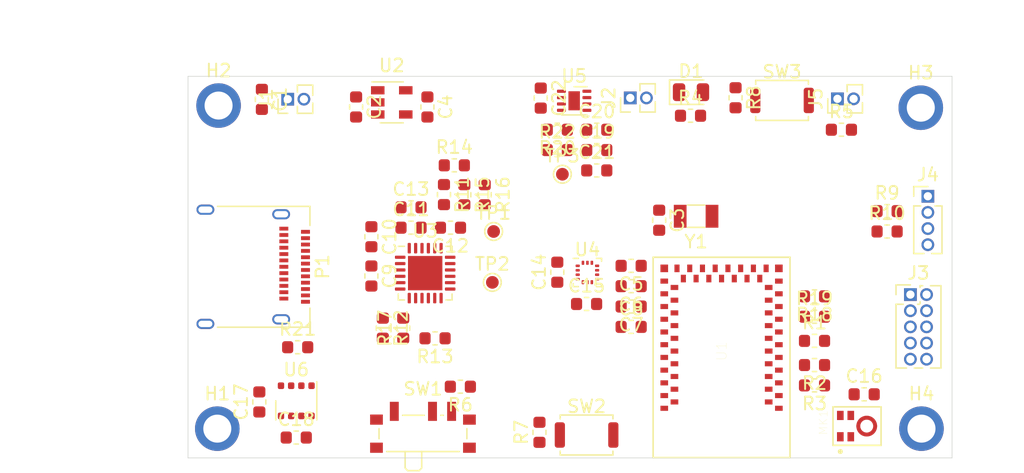
<source format=kicad_pcb>
(kicad_pcb (version 20171130) (host pcbnew "(5.1.8)-1")

  (general
    (thickness 1.6)
    (drawings 8)
    (tracks 0)
    (zones 0)
    (modules 69)
    (nets 100)
  )

  (page A4)
  (layers
    (0 F.Cu signal)
    (31 B.Cu signal)
    (32 B.Adhes user)
    (33 F.Adhes user)
    (34 B.Paste user)
    (35 F.Paste user)
    (36 B.SilkS user)
    (37 F.SilkS user)
    (38 B.Mask user hide)
    (39 F.Mask user hide)
    (40 Dwgs.User user)
    (41 Cmts.User user)
    (42 Eco1.User user)
    (43 Eco2.User user)
    (44 Edge.Cuts user)
    (45 Margin user)
    (46 B.CrtYd user)
    (47 F.CrtYd user)
    (48 B.Fab user hide)
    (49 F.Fab user hide)
  )

  (setup
    (last_trace_width 0.25)
    (trace_clearance 0.2)
    (zone_clearance 0.508)
    (zone_45_only no)
    (trace_min 0.2)
    (via_size 0.8)
    (via_drill 0.4)
    (via_min_size 0.4)
    (via_min_drill 0.3)
    (uvia_size 0.3)
    (uvia_drill 0.1)
    (uvias_allowed no)
    (uvia_min_size 0.2)
    (uvia_min_drill 0.1)
    (edge_width 0.05)
    (segment_width 0.2)
    (pcb_text_width 0.3)
    (pcb_text_size 1.5 1.5)
    (mod_edge_width 0.12)
    (mod_text_size 1 1)
    (mod_text_width 0.15)
    (pad_size 1.524 1.524)
    (pad_drill 0.762)
    (pad_to_mask_clearance 0)
    (aux_axis_origin 0 0)
    (visible_elements FFFFFF7F)
    (pcbplotparams
      (layerselection 0x010fc_ffffffff)
      (usegerberextensions false)
      (usegerberattributes true)
      (usegerberadvancedattributes true)
      (creategerberjobfile true)
      (excludeedgelayer true)
      (linewidth 0.100000)
      (plotframeref false)
      (viasonmask false)
      (mode 1)
      (useauxorigin false)
      (hpglpennumber 1)
      (hpglpenspeed 20)
      (hpglpendiameter 15.000000)
      (psnegative false)
      (psa4output false)
      (plotreference true)
      (plotvalue true)
      (plotinvisibletext false)
      (padsonsilk false)
      (subtractmaskfromsilk false)
      (outputformat 1)
      (mirror false)
      (drillshape 1)
      (scaleselection 1)
      (outputdirectory ""))
  )

  (net 0 "")
  (net 1 "Net-(U1-Pad~D37)")
  (net 2 "Net-(U1-PadD38)")
  (net 3 "Net-(U1-PadD36)")
  (net 4 "Net-(U1-Pad~D42)")
  (net 5 "Net-(U1-Pad~D43)")
  (net 6 "Net-(U1-PadD41)")
  (net 7 "Net-(U1-Pad~AD31)")
  (net 8 "Net-(U1-PadD17)")
  (net 9 "Net-(U1-PadAD16)")
  (net 10 "Net-(U1-Pad~D18)")
  (net 11 "Net-(U1-Pad~D19)")
  (net 12 "Net-(U1-Pad~AD29)")
  (net 13 "Net-(U1-PadAD34)")
  (net 14 "Net-(U1-Pad~AD33/SWO)")
  (net 15 "Net-(U1-PadD15)")
  (net 16 "Net-(U1-Pad~AD13)")
  (net 17 "Net-(U1-Pad~D26)")
  (net 18 "Net-(U1-Pad~D25)")
  (net 19 "Net-(U1-Pad~AD32)")
  (net 20 "Net-(U1-Pad~D28)")
  (net 21 "Net-(U1-PadD14)")
  (net 22 "Net-(U1-Pad~D27)")
  (net 23 "Net-(U1-Pad~D24)")
  (net 24 "Net-(U1-Pad~AD35)")
  (net 25 "Net-(U1-PadD10)")
  (net 26 "Net-(U1-PadD40)")
  (net 27 "Net-(U1-Pad~D39)")
  (net 28 GND)
  (net 29 VDC)
  (net 30 "Net-(C3-Pad1)")
  (net 31 +3V3)
  (net 32 "Net-(C5-Pad1)")
  (net 33 VBUS)
  (net 34 "Net-(C11-Pad1)")
  (net 35 "Net-(C12-Pad1)")
  (net 36 "Net-(C13-Pad2)")
  (net 37 "Net-(C19-Pad2)")
  (net 38 "Net-(C19-Pad1)")
  (net 39 "Net-(D1-Pad2)")
  (net 40 /CAP_PAD)
  (net 41 "Net-(J4-Pad3)")
  (net 42 "Net-(J4-Pad2)")
  (net 43 "Net-(J5-Pad2)")
  (net 44 /PDM_CLK)
  (net 45 /PDM_DAT)
  (net 46 "Net-(P1-PadB11)")
  (net 47 "Net-(P1-PadB10)")
  (net 48 "Net-(P1-PadB8)")
  (net 49 /usb/CC2)
  (net 50 "Net-(P1-PadB3)")
  (net 51 "Net-(P1-PadB2)")
  (net 52 "Net-(P1-PadA11)")
  (net 53 "Net-(P1-PadA8)")
  (net 54 "Net-(P1-PadA10)")
  (net 55 "Net-(P1-PadA7)")
  (net 56 "Net-(P1-PadA6)")
  (net 57 /usb/CC1)
  (net 58 "Net-(P1-PadA3)")
  (net 59 "Net-(P1-PadA2)")
  (net 60 /BOOT)
  (net 61 /I2C1_SCL)
  (net 62 /I2C1_SDA)
  (net 63 /D23_LED)
  (net 64 /LED_ON)
  (net 65 "Net-(R6-Pad2)")
  (net 66 /HOST_SW)
  (net 67 /PAIR_BTN)
  (net 68 /RESET_N)
  (net 69 /LEDS_CLK)
  (net 70 /LEDS_DAT)
  (net 71 "Net-(R11-Pad2)")
  (net 72 /USB_RESET)
  (net 73 "Net-(R13-Pad1)")
  (net 74 "Net-(Q2-Pad2)")
  (net 75 "Net-(R15-Pad2)")
  (net 76 "Net-(R17-Pad2)")
  (net 77 /CAP_MODE)
  (net 78 "Net-(R21-Pad1)")
  (net 79 "Net-(R22-Pad2)")
  (net 80 "Net-(TP1-Pad1)")
  (net 81 "Net-(TP2-Pad1)")
  (net 82 /CAP_SENSE)
  (net 83 /SWO)
  (net 84 /USB_INT)
  (net 85 /ACC_INT)
  (net 86 /SWDIO)
  (net 87 /UART0_TX)
  (net 88 /UART0_RX)
  (net 89 /SWDCLK)
  (net 90 "Net-(U2-Pad4)")
  (net 91 "Net-(U3-Pad17)")
  (net 92 "Net-(U3-Pad15)")
  (net 93 "Net-(U3-Pad11)")
  (net 94 "Net-(U3-Pad3)")
  (net 95 "Net-(U4-Pad5)")
  (net 96 "Net-(U5-Pad3)")
  (net 97 "Net-(U5-Pad2)")
  (net 98 "Net-(J3-Pad8)")
  (net 99 "Net-(J3-Pad7)")

  (net_class Default "This is the default net class."
    (clearance 0.2)
    (trace_width 0.25)
    (via_dia 0.8)
    (via_drill 0.4)
    (uvia_dia 0.3)
    (uvia_drill 0.1)
    (add_net +3V3)
    (add_net /ACC_INT)
    (add_net /BOOT)
    (add_net /CAP_MODE)
    (add_net /CAP_PAD)
    (add_net /CAP_SENSE)
    (add_net /D23_LED)
    (add_net /HOST_SW)
    (add_net /I2C1_SCL)
    (add_net /I2C1_SDA)
    (add_net /LEDS_CLK)
    (add_net /LEDS_DAT)
    (add_net /LED_ON)
    (add_net /PAIR_BTN)
    (add_net /PDM_CLK)
    (add_net /PDM_DAT)
    (add_net /RESET_N)
    (add_net /SWDCLK)
    (add_net /SWDIO)
    (add_net /SWO)
    (add_net /UART0_RX)
    (add_net /UART0_TX)
    (add_net /USB_INT)
    (add_net /USB_RESET)
    (add_net /usb/CC1)
    (add_net /usb/CC2)
    (add_net GND)
    (add_net "Net-(C11-Pad1)")
    (add_net "Net-(C12-Pad1)")
    (add_net "Net-(C13-Pad2)")
    (add_net "Net-(C19-Pad1)")
    (add_net "Net-(C19-Pad2)")
    (add_net "Net-(C3-Pad1)")
    (add_net "Net-(C5-Pad1)")
    (add_net "Net-(D1-Pad2)")
    (add_net "Net-(J3-Pad7)")
    (add_net "Net-(J3-Pad8)")
    (add_net "Net-(J4-Pad2)")
    (add_net "Net-(J4-Pad3)")
    (add_net "Net-(J5-Pad2)")
    (add_net "Net-(P1-PadA10)")
    (add_net "Net-(P1-PadA11)")
    (add_net "Net-(P1-PadA2)")
    (add_net "Net-(P1-PadA3)")
    (add_net "Net-(P1-PadA6)")
    (add_net "Net-(P1-PadA7)")
    (add_net "Net-(P1-PadA8)")
    (add_net "Net-(P1-PadB10)")
    (add_net "Net-(P1-PadB11)")
    (add_net "Net-(P1-PadB2)")
    (add_net "Net-(P1-PadB3)")
    (add_net "Net-(P1-PadB8)")
    (add_net "Net-(Q2-Pad2)")
    (add_net "Net-(R11-Pad2)")
    (add_net "Net-(R13-Pad1)")
    (add_net "Net-(R15-Pad2)")
    (add_net "Net-(R17-Pad2)")
    (add_net "Net-(R21-Pad1)")
    (add_net "Net-(R22-Pad2)")
    (add_net "Net-(R6-Pad2)")
    (add_net "Net-(TP1-Pad1)")
    (add_net "Net-(TP2-Pad1)")
    (add_net "Net-(U1-PadAD16)")
    (add_net "Net-(U1-PadAD34)")
    (add_net "Net-(U1-PadD10)")
    (add_net "Net-(U1-PadD14)")
    (add_net "Net-(U1-PadD15)")
    (add_net "Net-(U1-PadD17)")
    (add_net "Net-(U1-PadD36)")
    (add_net "Net-(U1-PadD38)")
    (add_net "Net-(U1-PadD40)")
    (add_net "Net-(U1-PadD41)")
    (add_net "Net-(U1-Pad~AD13)")
    (add_net "Net-(U1-Pad~AD29)")
    (add_net "Net-(U1-Pad~AD31)")
    (add_net "Net-(U1-Pad~AD32)")
    (add_net "Net-(U1-Pad~AD33/SWO)")
    (add_net "Net-(U1-Pad~AD35)")
    (add_net "Net-(U1-Pad~D18)")
    (add_net "Net-(U1-Pad~D19)")
    (add_net "Net-(U1-Pad~D24)")
    (add_net "Net-(U1-Pad~D25)")
    (add_net "Net-(U1-Pad~D26)")
    (add_net "Net-(U1-Pad~D27)")
    (add_net "Net-(U1-Pad~D28)")
    (add_net "Net-(U1-Pad~D37)")
    (add_net "Net-(U1-Pad~D39)")
    (add_net "Net-(U1-Pad~D42)")
    (add_net "Net-(U1-Pad~D43)")
    (add_net "Net-(U2-Pad4)")
    (add_net "Net-(U3-Pad11)")
    (add_net "Net-(U3-Pad15)")
    (add_net "Net-(U3-Pad17)")
    (add_net "Net-(U3-Pad3)")
    (add_net "Net-(U4-Pad5)")
    (add_net "Net-(U5-Pad2)")
    (add_net "Net-(U5-Pad3)")
    (add_net VBUS)
    (add_net VDC)
  )

  (module lib:ARTEMIS_FP (layer F.Cu) (tedit 5FDBDFBF) (tstamp 5FE2DEF7)
    (at 171.9 81.6 270)
    (path /5FE28639)
    (fp_text reference U1 (at 0 0 90) (layer F.SilkS)
      (effects (font (size 0.787402 0.787402) (thickness 0.015)))
    )
    (fp_text value ARTEMIS_MODULE (at 0 0 90) (layer F.Fab)
      (effects (font (size 0.787402 0.787402) (thickness 0.015)))
    )
    (fp_text user 38 (at -6.5 4.5 90) (layer Dwgs.User)
      (effects (font (size 0.15748 0.15748) (thickness 0.015)))
    )
    (fp_text user 51 (at 0.5 4.5 90) (layer Dwgs.User)
      (effects (font (size 0.15748 0.15748) (thickness 0.015)))
    )
    (fp_text user 47 (at -1.5 4.5 90) (layer Dwgs.User)
      (effects (font (size 0.15748 0.15748) (thickness 0.015)))
    )
    (fp_text user 43 (at -3.5 4.5 90) (layer Dwgs.User)
      (effects (font (size 0.15748 0.15748) (thickness 0.015)))
    )
    (fp_text user 40 (at -5 3.7 90) (layer Dwgs.User)
      (effects (font (size 0.15748 0.15748) (thickness 0.015)))
    )
    (fp_text user 42 (at -4 3.7 90) (layer Dwgs.User)
      (effects (font (size 0.15748 0.15748) (thickness 0.015)))
    )
    (fp_text user 44 (at -3 3.7 90) (layer Dwgs.User)
      (effects (font (size 0.15748 0.15748) (thickness 0.015)))
    )
    (fp_text user 46 (at -2 3.7 90) (layer Dwgs.User)
      (effects (font (size 0.15748 0.15748) (thickness 0.015)))
    )
    (fp_text user 48 (at -1 3.7 90) (layer Dwgs.User)
      (effects (font (size 0.15748 0.15748) (thickness 0.015)))
    )
    (fp_text user 50 (at 0 3.7 90) (layer Dwgs.User)
      (effects (font (size 0.15748 0.15748) (thickness 0.015)))
    )
    (fp_text user 52 (at 1 3.7 90) (layer Dwgs.User)
      (effects (font (size 0.15748 0.15748) (thickness 0.015)))
    )
    (fp_text user 54 (at 2 3.7 90) (layer Dwgs.User)
      (effects (font (size 0.15748 0.15748) (thickness 0.015)))
    )
    (fp_text user 21 (at -5.5 -4.5 90) (layer Dwgs.User)
      (effects (font (size 0.15748 0.15748) (thickness 0.015)))
    )
    (fp_text user 18 (at -4 -3.7 90) (layer Dwgs.User)
      (effects (font (size 0.15748 0.15748) (thickness 0.015)))
    )
    (fp_text user 4 (at 3 -3.7 90) (layer Dwgs.User)
      (effects (font (size 0.15748 0.15748) (thickness 0.015)))
    )
    (fp_text user 59 (at 4.5 4.5 90) (layer Dwgs.User)
      (effects (font (size 0.15748 0.15748) (thickness 0.015)))
    )
    (fp_text user 58 (at 4 3.7 90) (layer Dwgs.User)
      (effects (font (size 0.15748 0.15748) (thickness 0.015)))
    )
    (fp_text user 57 (at 3.5 4.5 90) (layer Dwgs.User)
      (effects (font (size 0.15748 0.15748) (thickness 0.015)))
    )
    (fp_text user 56 (at 3 3.7 90) (layer Dwgs.User)
      (effects (font (size 0.15748 0.15748) (thickness 0.015)))
    )
    (fp_text user 55 (at 2.5 4.5 90) (layer Dwgs.User)
      (effects (font (size 0.15748 0.15748) (thickness 0.015)))
    )
    (fp_text user 53 (at 1.5 4.5 90) (layer Dwgs.User)
      (effects (font (size 0.15748 0.15748) (thickness 0.015)))
    )
    (fp_text user 49 (at -0.5 4.5 90) (layer Dwgs.User)
      (effects (font (size 0.15748 0.15748) (thickness 0.015)))
    )
    (fp_text user 45 (at -2.5 4.5 90) (layer Dwgs.User)
      (effects (font (size 0.15748 0.15748) (thickness 0.015)))
    )
    (fp_text user 41 (at -4.5 4.5 90) (layer Dwgs.User)
      (effects (font (size 0.15748 0.15748) (thickness 0.015)))
    )
    (fp_text user 39 (at -5.5 4.5 90) (layer Dwgs.User)
      (effects (font (size 0.15748 0.15748) (thickness 0.015)))
    )
    (fp_text user 37 (at -6.5 3.5 90) (layer Dwgs.User)
      (effects (font (size 0.15748 0.15748) (thickness 0.015)))
    )
    (fp_text user 36 (at -5.7 3 90) (layer Dwgs.User)
      (effects (font (size 0.15748 0.15748) (thickness 0.015)))
    )
    (fp_text user 35 (at -6.5 2.5 90) (layer Dwgs.User)
      (effects (font (size 0.15748 0.15748) (thickness 0.015)))
    )
    (fp_text user 34 (at -5.7 2 90) (layer Dwgs.User)
      (effects (font (size 0.15748 0.15748) (thickness 0.015)))
    )
    (fp_text user 33 (at -6.5 1.5 90) (layer Dwgs.User)
      (effects (font (size 0.15748 0.15748) (thickness 0.015)))
    )
    (fp_text user 32 (at -5.7 1 90) (layer Dwgs.User)
      (effects (font (size 0.15748 0.15748) (thickness 0.015)))
    )
    (fp_text user 31 (at -6.5 0.5 90) (layer Dwgs.User)
      (effects (font (size 0.15748 0.15748) (thickness 0.015)))
    )
    (fp_text user 30 (at -5.7 0 90) (layer Dwgs.User)
      (effects (font (size 0.15748 0.15748) (thickness 0.015)))
    )
    (fp_text user 29 (at -6.5 -0.5 90) (layer Dwgs.User)
      (effects (font (size 0.15748 0.15748) (thickness 0.015)))
    )
    (fp_text user 28 (at -5.7 -1 90) (layer Dwgs.User)
      (effects (font (size 0.15748 0.15748) (thickness 0.015)))
    )
    (fp_text user 27 (at -6.5 -1.5 90) (layer Dwgs.User)
      (effects (font (size 0.15748 0.15748) (thickness 0.015)))
    )
    (fp_text user 26 (at -5.7 -2 90) (layer Dwgs.User)
      (effects (font (size 0.15748 0.15748) (thickness 0.015)))
    )
    (fp_text user 25 (at -6.5 -2.5 90) (layer Dwgs.User)
      (effects (font (size 0.15748 0.15748) (thickness 0.015)))
    )
    (fp_text user 24 (at -5.7 -3 90) (layer Dwgs.User)
      (effects (font (size 0.15748 0.15748) (thickness 0.015)))
    )
    (fp_text user 23 (at -6.5 -3.5 90) (layer Dwgs.User)
      (effects (font (size 0.15748 0.15748) (thickness 0.015)))
    )
    (fp_text user 20 (at -5 -3.7 90) (layer Dwgs.User)
      (effects (font (size 0.15748 0.15748) (thickness 0.015)))
    )
    (fp_text user 19 (at -4.5 -4.5 90) (layer Dwgs.User)
      (effects (font (size 0.15748 0.15748) (thickness 0.015)))
    )
    (fp_text user 22 (at -6.5 -4.5 90) (layer Dwgs.User)
      (effects (font (size 0.15748 0.15748) (thickness 0.015)))
    )
    (fp_text user 17 (at -3.5 -4.5 90) (layer Dwgs.User)
      (effects (font (size 0.15748 0.15748) (thickness 0.015)))
    )
    (fp_text user 16 (at -3 -3.7 90) (layer Dwgs.User)
      (effects (font (size 0.15748 0.15748) (thickness 0.015)))
    )
    (fp_text user 15 (at -2.5 -4.5 90) (layer Dwgs.User)
      (effects (font (size 0.15748 0.15748) (thickness 0.015)))
    )
    (fp_text user 14 (at -2 -3.7 90) (layer Dwgs.User)
      (effects (font (size 0.15748 0.15748) (thickness 0.015)))
    )
    (fp_text user 13 (at -1.5 -4.5 90) (layer Dwgs.User)
      (effects (font (size 0.15748 0.15748) (thickness 0.015)))
    )
    (fp_text user 12 (at -1 -3.7 90) (layer Dwgs.User)
      (effects (font (size 0.15748 0.15748) (thickness 0.015)))
    )
    (fp_text user 11 (at -0.5 -4.5 90) (layer Dwgs.User)
      (effects (font (size 0.15748 0.15748) (thickness 0.015)))
    )
    (fp_text user 10 (at 0 -3.7 90) (layer Dwgs.User)
      (effects (font (size 0.15748 0.15748) (thickness 0.015)))
    )
    (fp_text user 9 (at 0.5 -4.5 90) (layer Dwgs.User)
      (effects (font (size 0.15748 0.15748) (thickness 0.015)))
    )
    (fp_text user 8 (at 1 -3.7 90) (layer Dwgs.User)
      (effects (font (size 0.15748 0.15748) (thickness 0.015)))
    )
    (fp_text user 7 (at 1.5 -4.5 90) (layer Dwgs.User)
      (effects (font (size 0.15748 0.15748) (thickness 0.015)))
    )
    (fp_text user 6 (at 2 -3.7 90) (layer Dwgs.User)
      (effects (font (size 0.15748 0.15748) (thickness 0.015)))
    )
    (fp_text user 5 (at 2.5 -4.5 90) (layer Dwgs.User)
      (effects (font (size 0.15748 0.15748) (thickness 0.015)))
    )
    (fp_text user 2 (at 4 -3.7 90) (layer Dwgs.User)
      (effects (font (size 0.15748 0.15748) (thickness 0.015)))
    )
    (fp_text user 3 (at 3.5 -4.5 90) (layer Dwgs.User)
      (effects (font (size 0.15748 0.15748) (thickness 0.015)))
    )
    (fp_text user 1 (at 4.5 -4.5 90) (layer Dwgs.User)
      (effects (font (size 0.15748 0.15748) (thickness 0.015)))
    )
    (fp_line (start -7.375 5.375) (end 8.375 5.375) (layer F.SilkS) (width 0.127))
    (fp_line (start 8.375 5.375) (end 8.375 -5.375) (layer F.SilkS) (width 0.127))
    (fp_line (start 8.375 -5.375) (end -7.375 -5.375) (layer F.SilkS) (width 0.127))
    (fp_line (start -7.375 -5.375) (end -7.375 5.375) (layer F.SilkS) (width 0.127))
    (fp_poly (pts (xy -5.7 4.2) (xy -5.3 4.2) (xy -5.3 4.8) (xy -5.7 4.8)) (layer F.Fab) (width 0.01))
    (fp_poly (pts (xy -4.7 4.2) (xy -4.3 4.2) (xy -4.3 4.8) (xy -4.7 4.8)) (layer F.Fab) (width 0.01))
    (fp_poly (pts (xy -2.7 4.2) (xy -2.3 4.2) (xy -2.3 4.8) (xy -2.7 4.8)) (layer F.Fab) (width 0.01))
    (fp_poly (pts (xy -0.7 4.2) (xy -0.3 4.2) (xy -0.3 4.8) (xy -0.7 4.8)) (layer F.Fab) (width 0.01))
    (fp_poly (pts (xy 1.3 4.2) (xy 1.7 4.2) (xy 1.7 4.8) (xy 1.3 4.8)) (layer F.Fab) (width 0.01))
    (fp_poly (pts (xy 2.3 4.2) (xy 2.7 4.2) (xy 2.7 4.8) (xy 2.3 4.8)) (layer F.Fab) (width 0.01))
    (fp_poly (pts (xy 2.8 3.4) (xy 3.2 3.4) (xy 3.2 4) (xy 2.8 4)) (layer F.Fab) (width 0.01))
    (fp_poly (pts (xy 3.3 4.2) (xy 3.7 4.2) (xy 3.7 4.8) (xy 3.3 4.8)) (layer F.Fab) (width 0.01))
    (fp_poly (pts (xy 3.8 3.4) (xy 4.2 3.4) (xy 4.2 4) (xy 3.8 4)) (layer F.Fab) (width 0.01))
    (fp_poly (pts (xy 4.3 4.2) (xy 4.7 4.2) (xy 4.7 4.8) (xy 4.3 4.8)) (layer F.Fab) (width 0.01))
    (fp_poly (pts (xy 4.3 -4.8) (xy 4.7 -4.8) (xy 4.7 -4.2) (xy 4.3 -4.2)) (layer F.Fab) (width 0.01))
    (fp_poly (pts (xy 3.3 -4.8) (xy 3.7 -4.8) (xy 3.7 -4.2) (xy 3.3 -4.2)) (layer F.Fab) (width 0.01))
    (fp_poly (pts (xy 2.8 -4) (xy 3.2 -4) (xy 3.2 -3.4) (xy 2.8 -3.4)) (layer F.Fab) (width 0.01))
    (fp_poly (pts (xy 1.8 -4) (xy 2.2 -4) (xy 2.2 -3.4) (xy 1.8 -3.4)) (layer F.Fab) (width 0.01))
    (fp_poly (pts (xy 2.3 -4.8) (xy 2.7 -4.8) (xy 2.7 -4.2) (xy 2.3 -4.2)) (layer F.Fab) (width 0.01))
    (fp_poly (pts (xy 1.3 -4.8) (xy 1.7 -4.8) (xy 1.7 -4.2) (xy 1.3 -4.2)) (layer F.Fab) (width 0.01))
    (fp_poly (pts (xy 0.8 -4) (xy 1.2 -4) (xy 1.2 -3.4) (xy 0.8 -3.4)) (layer F.Fab) (width 0.01))
    (fp_poly (pts (xy 0.3 -4.8) (xy 0.7 -4.8) (xy 0.7 -4.2) (xy 0.3 -4.2)) (layer F.Fab) (width 0.01))
    (fp_poly (pts (xy -0.2 -4) (xy 0.2 -4) (xy 0.2 -3.4) (xy -0.2 -3.4)) (layer F.Fab) (width 0.01))
    (fp_poly (pts (xy -0.7 -4.8) (xy -0.3 -4.8) (xy -0.3 -4.2) (xy -0.7 -4.2)) (layer F.Fab) (width 0.01))
    (fp_poly (pts (xy -1.7 -4.8) (xy -1.3 -4.8) (xy -1.3 -4.2) (xy -1.7 -4.2)) (layer F.Fab) (width 0.01))
    (fp_poly (pts (xy -1.2 -4) (xy -0.8 -4) (xy -0.8 -3.4) (xy -1.2 -3.4)) (layer F.Fab) (width 0.01))
    (fp_poly (pts (xy -2.2 -4) (xy -1.8 -4) (xy -1.8 -3.4) (xy -2.2 -3.4)) (layer F.Fab) (width 0.01))
    (fp_poly (pts (xy -2.7 -4.8) (xy -2.3 -4.8) (xy -2.3 -4.2) (xy -2.7 -4.2)) (layer F.Fab) (width 0.01))
    (fp_poly (pts (xy -3.2 -4) (xy -2.8 -4) (xy -2.8 -3.4) (xy -3.2 -3.4)) (layer F.Fab) (width 0.01))
    (fp_poly (pts (xy -3.7 -4.8) (xy -3.3 -4.8) (xy -3.3 -4.2) (xy -3.7 -4.2)) (layer F.Fab) (width 0.01))
    (fp_poly (pts (xy -4.2 -4) (xy -3.8 -4) (xy -3.8 -3.4) (xy -4.2 -3.4)) (layer F.Fab) (width 0.01))
    (fp_poly (pts (xy -4.7 -4.8) (xy -4.3 -4.8) (xy -4.3 -4.2) (xy -4.7 -4.2)) (layer F.Fab) (width 0.01))
    (fp_poly (pts (xy -5.2 -4) (xy -4.8 -4) (xy -4.8 -3.4) (xy -5.2 -3.4)) (layer F.Fab) (width 0.01))
    (fp_poly (pts (xy -5.7 -4.8) (xy -5.3 -4.8) (xy -5.3 -4.2) (xy -5.7 -4.2)) (layer F.Fab) (width 0.01))
    (fp_poly (pts (xy -6.7 -3.8) (xy -6.3 -3.8) (xy -6.3 -3.2) (xy -6.7 -3.2)) (layer F.Fab) (width 0.01))
    (fp_poly (pts (xy -5.9 -3.3) (xy -5.5 -3.3) (xy -5.5 -2.7) (xy -5.9 -2.7)) (layer F.Fab) (width 0.01))
    (fp_poly (pts (xy -6.7 -2.8) (xy -6.3 -2.8) (xy -6.3 -2.2) (xy -6.7 -2.2)) (layer F.Fab) (width 0.01))
    (fp_poly (pts (xy -5.9 -2.3) (xy -5.5 -2.3) (xy -5.5 -1.7) (xy -5.9 -1.7)) (layer F.Fab) (width 0.01))
    (fp_poly (pts (xy -6.7 -1.8) (xy -6.3 -1.8) (xy -6.3 -1.2) (xy -6.7 -1.2)) (layer F.Fab) (width 0.01))
    (fp_poly (pts (xy -5.9 -1.3) (xy -5.5 -1.3) (xy -5.5 -0.7) (xy -5.9 -0.7)) (layer F.Fab) (width 0.01))
    (fp_poly (pts (xy -6.7 -0.8) (xy -6.3 -0.8) (xy -6.3 -0.2) (xy -6.7 -0.2)) (layer F.Fab) (width 0.01))
    (fp_poly (pts (xy -5.9 -0.3) (xy -5.5 -0.3) (xy -5.5 0.3) (xy -5.9 0.3)) (layer F.Fab) (width 0.01))
    (fp_poly (pts (xy -6.7 0.2) (xy -6.3 0.2) (xy -6.3 0.8) (xy -6.7 0.8)) (layer F.Fab) (width 0.01))
    (fp_poly (pts (xy -5.9 0.7) (xy -5.5 0.7) (xy -5.5 1.3) (xy -5.9 1.3)) (layer F.Fab) (width 0.01))
    (fp_poly (pts (xy -6.7 1.2) (xy -6.3 1.2) (xy -6.3 1.8) (xy -6.7 1.8)) (layer F.Fab) (width 0.01))
    (fp_poly (pts (xy -5.9 1.7) (xy -5.5 1.7) (xy -5.5 2.3) (xy -5.9 2.3)) (layer F.Fab) (width 0.01))
    (fp_poly (pts (xy -6.7 2.2) (xy -6.3 2.2) (xy -6.3 2.8) (xy -6.7 2.8)) (layer F.Fab) (width 0.01))
    (fp_poly (pts (xy -5.9 2.7) (xy -5.5 2.7) (xy -5.5 3.3) (xy -5.9 3.3)) (layer F.Fab) (width 0.01))
    (fp_poly (pts (xy -6.7 3.2) (xy -6.3 3.2) (xy -6.3 3.8) (xy -6.7 3.8)) (layer F.Fab) (width 0.01))
    (fp_line (start 6 -4) (end 7 -4) (layer F.Fab) (width 0.127))
    (fp_line (start 7 -4) (end 7 4) (layer F.Fab) (width 0.127))
    (fp_line (start 7 4) (end 6 4) (layer F.Fab) (width 0.127))
    (fp_line (start 6 4) (end 6 -4) (layer F.Fab) (width 0.127))
    (fp_poly (pts (xy -3.7 4.2) (xy -3.3 4.2) (xy -3.3 4.8) (xy -3.7 4.8)) (layer F.Fab) (width 0.01))
    (fp_poly (pts (xy -1.7 4.2) (xy -1.3 4.2) (xy -1.3 4.8) (xy -1.7 4.8)) (layer F.Fab) (width 0.01))
    (fp_poly (pts (xy 0.3 4.2) (xy 0.7 4.2) (xy 0.7 4.8) (xy 0.3 4.8)) (layer F.Fab) (width 0.01))
    (fp_poly (pts (xy 1.8 3.4) (xy 2.2 3.4) (xy 2.2 4) (xy 1.8 4)) (layer F.Fab) (width 0.01))
    (fp_poly (pts (xy 0.8 3.4) (xy 1.2 3.4) (xy 1.2 4) (xy 0.8 4)) (layer F.Fab) (width 0.01))
    (fp_poly (pts (xy -0.2 3.4) (xy 0.2 3.4) (xy 0.2 4) (xy -0.2 4)) (layer F.Fab) (width 0.01))
    (fp_poly (pts (xy -1.2 3.4) (xy -0.8 3.4) (xy -0.8 4) (xy -1.2 4)) (layer F.Fab) (width 0.01))
    (fp_poly (pts (xy -2.2 3.4) (xy -1.8 3.4) (xy -1.8 4) (xy -2.2 4)) (layer F.Fab) (width 0.01))
    (fp_poly (pts (xy -3.2 3.4) (xy -2.8 3.4) (xy -2.8 4) (xy -3.2 4)) (layer F.Fab) (width 0.01))
    (fp_poly (pts (xy -4.2 3.4) (xy -3.8 3.4) (xy -3.8 4) (xy -4.2 4)) (layer F.Fab) (width 0.01))
    (fp_poly (pts (xy -5.2 3.4) (xy -4.8 3.4) (xy -4.8 4) (xy -5.2 4)) (layer F.Fab) (width 0.01))
    (fp_poly (pts (xy 3.8 -4) (xy 4.2 -4) (xy 4.2 -3.4) (xy 3.8 -3.4)) (layer F.Fab) (width 0.01))
    (fp_poly (pts (xy -6.802 4.198) (xy -6.198 4.198) (xy -6.198 4.802) (xy -6.802 4.802)) (layer F.Fab) (width 0.01))
    (fp_poly (pts (xy -6.802 -4.802) (xy -6.198 -4.802) (xy -6.198 -4.198) (xy -6.802 -4.198)) (layer F.Fab) (width 0.01))
    (fp_line (start -7.25 5.25) (end 8.25 5.25) (layer F.Fab) (width 0.127))
    (fp_line (start 8.25 5.25) (end 8.25 -5.25) (layer F.Fab) (width 0.127))
    (fp_line (start 8.25 -5.25) (end -7.25 -5.25) (layer F.Fab) (width 0.127))
    (fp_line (start -7.25 -5.25) (end -7.25 5.25) (layer F.Fab) (width 0.127))
    (pad GND@59 smd rect (at 4.5 4.5 270) (size 0.4 0.6) (layers F.Cu F.Paste F.Mask)
      (net 28 GND))
    (pad ~D44 smd rect (at 4 3.7 270) (size 0.4 0.6) (layers F.Cu F.Paste F.Mask)
      (net 67 /PAIR_BTN))
    (pad ~D37 smd rect (at 3.5 4.5 270) (size 0.4 0.6) (layers F.Cu F.Paste F.Mask)
      (net 1 "Net-(U1-Pad~D37)"))
    (pad D38 smd rect (at 3 3.7 270) (size 0.4 0.6) (layers F.Cu F.Paste F.Mask)
      (net 2 "Net-(U1-PadD38)"))
    (pad D36 smd rect (at 2.5 4.5 270) (size 0.4 0.6) (layers F.Cu F.Paste F.Mask)
      (net 3 "Net-(U1-PadD36)"))
    (pad D3 smd rect (at 2 3.7 270) (size 0.4 0.6) (layers F.Cu F.Paste F.Mask)
      (net 72 /USB_RESET))
    (pad ~D42 smd rect (at 1.5 4.5 270) (size 0.4 0.6) (layers F.Cu F.Paste F.Mask)
      (net 4 "Net-(U1-Pad~D42)"))
    (pad ~D43 smd rect (at 1 3.7 270) (size 0.4 0.6) (layers F.Cu F.Paste F.Mask)
      (net 5 "Net-(U1-Pad~D43)"))
    (pad D0 smd rect (at 0.5 4.5 270) (size 0.4 0.6) (layers F.Cu F.Paste F.Mask)
      (net 69 /LEDS_CLK))
    (pad ~RST smd rect (at 0 3.7 270) (size 0.4 0.6) (layers F.Cu F.Paste F.Mask)
      (net 68 /RESET_N))
    (pad D1 smd rect (at -0.5 4.5 270) (size 0.4 0.6) (layers F.Cu F.Paste F.Mask)
      (net 70 /LEDS_DAT))
    (pad D2 smd rect (at -1 3.7 270) (size 0.4 0.6) (layers F.Cu F.Paste F.Mask)
      (net 64 /LED_ON))
    (pad GND@47 smd rect (at -1.5 4.5 270) (size 0.4 0.6) (layers F.Cu F.Paste F.Mask)
      (net 28 GND))
    (pad ~D45 smd rect (at -2 3.7 270) (size 0.4 0.6) (layers F.Cu F.Paste F.Mask)
      (net 66 /HOST_SW))
    (pad D41 smd rect (at -2.5 4.5 270) (size 0.4 0.6) (layers F.Cu F.Paste F.Mask)
      (net 6 "Net-(U1-PadD41)"))
    (pad ~AD31 smd rect (at -3 3.7 270) (size 0.4 0.6) (layers F.Cu F.Paste F.Mask)
      (net 7 "Net-(U1-Pad~AD31)"))
    (pad D17 smd rect (at -3.5 4.5 270) (size 0.4 0.6) (layers F.Cu F.Paste F.Mask)
      (net 8 "Net-(U1-PadD17)"))
    (pad AD16 smd rect (at -4 3.7 270) (size 0.4 0.6) (layers F.Cu F.Paste F.Mask)
      (net 9 "Net-(U1-PadAD16)"))
    (pad ~D18 smd rect (at -4.5 4.5 270) (size 0.4 0.6) (layers F.Cu F.Paste F.Mask)
      (net 10 "Net-(U1-Pad~D18)"))
    (pad ~D19 smd rect (at -5 3.7 270) (size 0.4 0.6) (layers F.Cu F.Paste F.Mask)
      (net 11 "Net-(U1-Pad~D19)"))
    (pad GND@39 smd rect (at -5.5 4.5 270) (size 0.4 0.6) (layers F.Cu F.Paste F.Mask)
      (net 28 GND))
    (pad GND@38 smd rect (at -6.5 4.5 270) (size 0.6 0.6) (layers F.Cu F.Paste F.Mask)
      (net 28 GND))
    (pad VDD@37 smd rect (at -6.5 3.5 270) (size 0.6 0.4) (layers F.Cu F.Paste F.Mask)
      (net 31 +3V3))
    (pad VDD@36 smd rect (at -5.7 3 270) (size 0.6 0.4) (layers F.Cu F.Paste F.Mask)
      (net 31 +3V3))
    (pad XI smd rect (at -6.5 2.5 270) (size 0.6 0.4) (layers F.Cu F.Paste F.Mask)
      (net 30 "Net-(C3-Pad1)"))
    (pad XO smd rect (at -5.7 2 270) (size 0.6 0.4) (layers F.Cu F.Paste F.Mask)
      (net 32 "Net-(C5-Pad1)"))
    (pad ~AD29 smd rect (at -6.5 1.5 270) (size 0.6 0.4) (layers F.Cu F.Paste F.Mask)
      (net 12 "Net-(U1-Pad~AD29)"))
    (pad ~AD11 smd rect (at -5.7 1 270) (size 0.6 0.4) (layers F.Cu F.Paste F.Mask)
      (net 45 /PDM_DAT))
    (pad AD34 smd rect (at -6.5 0.5 270) (size 0.6 0.4) (layers F.Cu F.Paste F.Mask)
      (net 13 "Net-(U1-PadAD34)"))
    (pad ~AD33/SWO smd rect (at -5.7 0 270) (size 0.6 0.4) (layers F.Cu F.Paste F.Mask)
      (net 14 "Net-(U1-Pad~AD33/SWO)"))
    (pad D15 smd rect (at -6.5 -0.5 270) (size 0.6 0.4) (layers F.Cu F.Paste F.Mask)
      (net 15 "Net-(U1-PadD15)"))
    (pad ~AD13 smd rect (at -5.7 -1 270) (size 0.6 0.4) (layers F.Cu F.Paste F.Mask)
      (net 16 "Net-(U1-Pad~AD13)"))
    (pad ~D26 smd rect (at -6.5 -1.5 270) (size 0.6 0.4) (layers F.Cu F.Paste F.Mask)
      (net 17 "Net-(U1-Pad~D26)"))
    (pad ~AD12 smd rect (at -5.7 -2 270) (size 0.6 0.4) (layers F.Cu F.Paste F.Mask)
      (net 44 /PDM_CLK))
    (pad ~D25 smd rect (at -6.5 -2.5 270) (size 0.6 0.4) (layers F.Cu F.Paste F.Mask)
      (net 18 "Net-(U1-Pad~D25)"))
    (pad ~AD32 smd rect (at -5.7 -3 270) (size 0.6 0.4) (layers F.Cu F.Paste F.Mask)
      (net 19 "Net-(U1-Pad~AD32)"))
    (pad ~D6 smd rect (at -6.5 -3.5 270) (size 0.6 0.4) (layers F.Cu F.Paste F.Mask)
      (net 82 /CAP_SENSE))
    (pad GND@22 smd rect (at -6.5 -4.5 270) (size 0.6 0.6) (layers F.Cu F.Paste F.Mask)
      (net 28 GND))
    (pad ~D28 smd rect (at -5.5 -4.5 270) (size 0.4 0.6) (layers F.Cu F.Paste F.Mask)
      (net 20 "Net-(U1-Pad~D28)"))
    (pad D14 smd rect (at -5 -3.7 270) (size 0.4 0.6) (layers F.Cu F.Paste F.Mask)
      (net 21 "Net-(U1-PadD14)"))
    (pad ~D27 smd rect (at -4.5 -4.5 270) (size 0.4 0.6) (layers F.Cu F.Paste F.Mask)
      (net 22 "Net-(U1-Pad~D27)"))
    (pad ~D23 smd rect (at -4 -3.7 270) (size 0.4 0.6) (layers F.Cu F.Paste F.Mask)
      (net 63 /D23_LED))
    (pad ~D22 smd rect (at -3.5 -4.5 270) (size 0.4 0.6) (layers F.Cu F.Paste F.Mask)
      (net 83 /SWO))
    (pad ~D24 smd rect (at -3 -3.7 270) (size 0.4 0.6) (layers F.Cu F.Paste F.Mask)
      (net 23 "Net-(U1-Pad~D24)"))
    (pad ~D4 smd rect (at -2.5 -4.5 270) (size 0.4 0.6) (layers F.Cu F.Paste F.Mask)
      (net 84 /USB_INT))
    (pad ~AD35 smd rect (at -2 -3.7 270) (size 0.4 0.6) (layers F.Cu F.Paste F.Mask)
      (net 24 "Net-(U1-Pad~AD35)"))
    (pad D7 smd rect (at -1.5 -4.5 270) (size 0.4 0.6) (layers F.Cu F.Paste F.Mask)
      (net 77 /CAP_MODE))
    (pad ~D5 smd rect (at -1 -3.7 270) (size 0.4 0.6) (layers F.Cu F.Paste F.Mask)
      (net 85 /ACC_INT))
    (pad D8 smd rect (at -0.5 -4.5 270) (size 0.4 0.6) (layers F.Cu F.Paste F.Mask)
      (net 61 /I2C1_SCL))
    (pad SWDIO smd rect (at 0 -3.7 270) (size 0.4 0.6) (layers F.Cu F.Paste F.Mask)
      (net 86 /SWDIO))
    (pad TXO0 smd rect (at 0.5 -4.5 270) (size 0.4 0.6) (layers F.Cu F.Paste F.Mask)
      (net 87 /UART0_TX))
    (pad D10 smd rect (at 1 -3.7 270) (size 0.4 0.6) (layers F.Cu F.Paste F.Mask)
      (net 25 "Net-(U1-PadD10)"))
    (pad BOOT smd rect (at 1.5 -4.5 270) (size 0.4 0.6) (layers F.Cu F.Paste F.Mask)
      (net 60 /BOOT))
    (pad D9 smd rect (at 2 -3.7 270) (size 0.4 0.6) (layers F.Cu F.Paste F.Mask)
      (net 62 /I2C1_SDA))
    (pad D40 smd rect (at 2.5 -4.5 270) (size 0.4 0.6) (layers F.Cu F.Paste F.Mask)
      (net 26 "Net-(U1-PadD40)"))
    (pad ~D39 smd rect (at 3 -3.7 270) (size 0.4 0.6) (layers F.Cu F.Paste F.Mask)
      (net 27 "Net-(U1-Pad~D39)"))
    (pad RXI0 smd rect (at 3.5 -4.5 270) (size 0.4 0.6) (layers F.Cu F.Paste F.Mask)
      (net 88 /UART0_RX))
    (pad SWDCK smd rect (at 4 -3.7 270) (size 0.4 0.6) (layers F.Cu F.Paste F.Mask)
      (net 89 /SWDCLK))
    (pad GND@1 smd rect (at 4.5 -4.5 270) (size 0.4 0.6) (layers F.Cu F.Paste F.Mask)
      (net 28 GND))
  )

  (module Resistor_SMD:R_0603_1608Metric (layer F.Cu) (tedit 5B301BBD) (tstamp 5FE9009B)
    (at 159 65.8)
    (descr "Resistor SMD 0603 (1608 Metric), square (rectangular) end terminal, IPC_7351 nominal, (Body size source: http://www.tortai-tech.com/upload/download/2011102023233369053.pdf), generated with kicad-footprint-generator")
    (tags resistor)
    (path /5FE3CD44/6000AB04)
    (attr smd)
    (fp_text reference R22 (at 0 -1.43) (layer F.SilkS)
      (effects (font (size 1 1) (thickness 0.15)))
    )
    (fp_text value 0R (at 0 1.43) (layer F.Fab)
      (effects (font (size 1 1) (thickness 0.15)))
    )
    (fp_text user %R (at 0 0) (layer F.Fab)
      (effects (font (size 0.4 0.4) (thickness 0.06)))
    )
    (fp_line (start -0.8 0.4) (end -0.8 -0.4) (layer F.Fab) (width 0.1))
    (fp_line (start -0.8 -0.4) (end 0.8 -0.4) (layer F.Fab) (width 0.1))
    (fp_line (start 0.8 -0.4) (end 0.8 0.4) (layer F.Fab) (width 0.1))
    (fp_line (start 0.8 0.4) (end -0.8 0.4) (layer F.Fab) (width 0.1))
    (fp_line (start -0.162779 -0.51) (end 0.162779 -0.51) (layer F.SilkS) (width 0.12))
    (fp_line (start -0.162779 0.51) (end 0.162779 0.51) (layer F.SilkS) (width 0.12))
    (fp_line (start -1.48 0.73) (end -1.48 -0.73) (layer F.CrtYd) (width 0.05))
    (fp_line (start -1.48 -0.73) (end 1.48 -0.73) (layer F.CrtYd) (width 0.05))
    (fp_line (start 1.48 -0.73) (end 1.48 0.73) (layer F.CrtYd) (width 0.05))
    (fp_line (start 1.48 0.73) (end -1.48 0.73) (layer F.CrtYd) (width 0.05))
    (pad 2 smd roundrect (at 0.7875 0) (size 0.875 0.95) (layers F.Cu F.Paste F.Mask) (roundrect_rratio 0.25)
      (net 79 "Net-(R22-Pad2)"))
    (pad 1 smd roundrect (at -0.7875 0) (size 0.875 0.95) (layers F.Cu F.Paste F.Mask) (roundrect_rratio 0.25)
      (net 40 /CAP_PAD))
    (model ${KISYS3DMOD}/Resistor_SMD.3dshapes/R_0603_1608Metric.wrl
      (at (xyz 0 0 0))
      (scale (xyz 1 1 1))
      (rotate (xyz 0 0 0))
    )
  )

  (module Resistor_SMD:R_0603_1608Metric (layer F.Cu) (tedit 5B301BBD) (tstamp 5FE9008A)
    (at 138.6125 81.3)
    (descr "Resistor SMD 0603 (1608 Metric), square (rectangular) end terminal, IPC_7351 nominal, (Body size source: http://www.tortai-tech.com/upload/download/2011102023233369053.pdf), generated with kicad-footprint-generator")
    (tags resistor)
    (path /5FE3CD44/60049D35)
    (attr smd)
    (fp_text reference R21 (at 0 -1.43) (layer F.SilkS)
      (effects (font (size 1 1) (thickness 0.15)))
    )
    (fp_text value 10K (at 0 1.43) (layer F.Fab)
      (effects (font (size 1 1) (thickness 0.15)))
    )
    (fp_text user %R (at 0 0) (layer F.Fab)
      (effects (font (size 0.4 0.4) (thickness 0.06)))
    )
    (fp_line (start -0.8 0.4) (end -0.8 -0.4) (layer F.Fab) (width 0.1))
    (fp_line (start -0.8 -0.4) (end 0.8 -0.4) (layer F.Fab) (width 0.1))
    (fp_line (start 0.8 -0.4) (end 0.8 0.4) (layer F.Fab) (width 0.1))
    (fp_line (start 0.8 0.4) (end -0.8 0.4) (layer F.Fab) (width 0.1))
    (fp_line (start -0.162779 -0.51) (end 0.162779 -0.51) (layer F.SilkS) (width 0.12))
    (fp_line (start -0.162779 0.51) (end 0.162779 0.51) (layer F.SilkS) (width 0.12))
    (fp_line (start -1.48 0.73) (end -1.48 -0.73) (layer F.CrtYd) (width 0.05))
    (fp_line (start -1.48 -0.73) (end 1.48 -0.73) (layer F.CrtYd) (width 0.05))
    (fp_line (start 1.48 -0.73) (end 1.48 0.73) (layer F.CrtYd) (width 0.05))
    (fp_line (start 1.48 0.73) (end -1.48 0.73) (layer F.CrtYd) (width 0.05))
    (pad 2 smd roundrect (at 0.7875 0) (size 0.875 0.95) (layers F.Cu F.Paste F.Mask) (roundrect_rratio 0.25)
      (net 31 +3V3))
    (pad 1 smd roundrect (at -0.7875 0) (size 0.875 0.95) (layers F.Cu F.Paste F.Mask) (roundrect_rratio 0.25)
      (net 78 "Net-(R21-Pad1)"))
    (model ${KISYS3DMOD}/Resistor_SMD.3dshapes/R_0603_1608Metric.wrl
      (at (xyz 0 0 0))
      (scale (xyz 1 1 1))
      (rotate (xyz 0 0 0))
    )
  )

  (module Resistor_SMD:R_0603_1608Metric (layer F.Cu) (tedit 5B301BBD) (tstamp 5FE90079)
    (at 159 64.2 180)
    (descr "Resistor SMD 0603 (1608 Metric), square (rectangular) end terminal, IPC_7351 nominal, (Body size source: http://www.tortai-tech.com/upload/download/2011102023233369053.pdf), generated with kicad-footprint-generator")
    (tags resistor)
    (path /5FE3CD44/5FFDAD9C)
    (attr smd)
    (fp_text reference R20 (at 0 -1.43) (layer F.SilkS)
      (effects (font (size 1 1) (thickness 0.15)))
    )
    (fp_text value 10K (at 0 1.43) (layer F.Fab)
      (effects (font (size 1 1) (thickness 0.15)))
    )
    (fp_text user %R (at 0 0) (layer F.Fab)
      (effects (font (size 0.4 0.4) (thickness 0.06)))
    )
    (fp_line (start -0.8 0.4) (end -0.8 -0.4) (layer F.Fab) (width 0.1))
    (fp_line (start -0.8 -0.4) (end 0.8 -0.4) (layer F.Fab) (width 0.1))
    (fp_line (start 0.8 -0.4) (end 0.8 0.4) (layer F.Fab) (width 0.1))
    (fp_line (start 0.8 0.4) (end -0.8 0.4) (layer F.Fab) (width 0.1))
    (fp_line (start -0.162779 -0.51) (end 0.162779 -0.51) (layer F.SilkS) (width 0.12))
    (fp_line (start -0.162779 0.51) (end 0.162779 0.51) (layer F.SilkS) (width 0.12))
    (fp_line (start -1.48 0.73) (end -1.48 -0.73) (layer F.CrtYd) (width 0.05))
    (fp_line (start -1.48 -0.73) (end 1.48 -0.73) (layer F.CrtYd) (width 0.05))
    (fp_line (start 1.48 -0.73) (end 1.48 0.73) (layer F.CrtYd) (width 0.05))
    (fp_line (start 1.48 0.73) (end -1.48 0.73) (layer F.CrtYd) (width 0.05))
    (pad 2 smd roundrect (at 0.7875 0 180) (size 0.875 0.95) (layers F.Cu F.Paste F.Mask) (roundrect_rratio 0.25)
      (net 40 /CAP_PAD))
    (pad 1 smd roundrect (at -0.7875 0 180) (size 0.875 0.95) (layers F.Cu F.Paste F.Mask) (roundrect_rratio 0.25)
      (net 38 "Net-(C19-Pad1)"))
    (model ${KISYS3DMOD}/Resistor_SMD.3dshapes/R_0603_1608Metric.wrl
      (at (xyz 0 0 0))
      (scale (xyz 1 1 1))
      (rotate (xyz 0 0 0))
    )
  )

  (module Resistor_SMD:R_0603_1608Metric (layer F.Cu) (tedit 5B301BBD) (tstamp 5FE90068)
    (at 179.2 78.9)
    (descr "Resistor SMD 0603 (1608 Metric), square (rectangular) end terminal, IPC_7351 nominal, (Body size source: http://www.tortai-tech.com/upload/download/2011102023233369053.pdf), generated with kicad-footprint-generator")
    (tags resistor)
    (path /5FE3CD44/5FFC031E)
    (attr smd)
    (fp_text reference R19 (at 0 -1.43) (layer F.SilkS)
      (effects (font (size 1 1) (thickness 0.15)))
    )
    (fp_text value 0R (at 0 1.43) (layer F.Fab)
      (effects (font (size 1 1) (thickness 0.15)))
    )
    (fp_text user %R (at 0 0) (layer F.Fab)
      (effects (font (size 0.4 0.4) (thickness 0.06)))
    )
    (fp_line (start -0.8 0.4) (end -0.8 -0.4) (layer F.Fab) (width 0.1))
    (fp_line (start -0.8 -0.4) (end 0.8 -0.4) (layer F.Fab) (width 0.1))
    (fp_line (start 0.8 -0.4) (end 0.8 0.4) (layer F.Fab) (width 0.1))
    (fp_line (start 0.8 0.4) (end -0.8 0.4) (layer F.Fab) (width 0.1))
    (fp_line (start -0.162779 -0.51) (end 0.162779 -0.51) (layer F.SilkS) (width 0.12))
    (fp_line (start -0.162779 0.51) (end 0.162779 0.51) (layer F.SilkS) (width 0.12))
    (fp_line (start -1.48 0.73) (end -1.48 -0.73) (layer F.CrtYd) (width 0.05))
    (fp_line (start -1.48 -0.73) (end 1.48 -0.73) (layer F.CrtYd) (width 0.05))
    (fp_line (start 1.48 -0.73) (end 1.48 0.73) (layer F.CrtYd) (width 0.05))
    (fp_line (start 1.48 0.73) (end -1.48 0.73) (layer F.CrtYd) (width 0.05))
    (pad 2 smd roundrect (at 0.7875 0) (size 0.875 0.95) (layers F.Cu F.Paste F.Mask) (roundrect_rratio 0.25)
      (net 28 GND))
    (pad 1 smd roundrect (at -0.7875 0) (size 0.875 0.95) (layers F.Cu F.Paste F.Mask) (roundrect_rratio 0.25)
      (net 77 /CAP_MODE))
    (model ${KISYS3DMOD}/Resistor_SMD.3dshapes/R_0603_1608Metric.wrl
      (at (xyz 0 0 0))
      (scale (xyz 1 1 1))
      (rotate (xyz 0 0 0))
    )
  )

  (module Resistor_SMD:R_0603_1608Metric (layer F.Cu) (tedit 5B301BBD) (tstamp 5FE90057)
    (at 179.2 77.3 180)
    (descr "Resistor SMD 0603 (1608 Metric), square (rectangular) end terminal, IPC_7351 nominal, (Body size source: http://www.tortai-tech.com/upload/download/2011102023233369053.pdf), generated with kicad-footprint-generator")
    (tags resistor)
    (path /5FE3CD44/5FFC13E6)
    (attr smd)
    (fp_text reference R18 (at 0 -1.43) (layer F.SilkS)
      (effects (font (size 1 1) (thickness 0.15)))
    )
    (fp_text value 0R (at 0 1.43) (layer F.Fab)
      (effects (font (size 1 1) (thickness 0.15)))
    )
    (fp_text user %R (at 0 0) (layer F.Fab)
      (effects (font (size 0.4 0.4) (thickness 0.06)))
    )
    (fp_line (start -0.8 0.4) (end -0.8 -0.4) (layer F.Fab) (width 0.1))
    (fp_line (start -0.8 -0.4) (end 0.8 -0.4) (layer F.Fab) (width 0.1))
    (fp_line (start 0.8 -0.4) (end 0.8 0.4) (layer F.Fab) (width 0.1))
    (fp_line (start 0.8 0.4) (end -0.8 0.4) (layer F.Fab) (width 0.1))
    (fp_line (start -0.162779 -0.51) (end 0.162779 -0.51) (layer F.SilkS) (width 0.12))
    (fp_line (start -0.162779 0.51) (end 0.162779 0.51) (layer F.SilkS) (width 0.12))
    (fp_line (start -1.48 0.73) (end -1.48 -0.73) (layer F.CrtYd) (width 0.05))
    (fp_line (start -1.48 -0.73) (end 1.48 -0.73) (layer F.CrtYd) (width 0.05))
    (fp_line (start 1.48 -0.73) (end 1.48 0.73) (layer F.CrtYd) (width 0.05))
    (fp_line (start 1.48 0.73) (end -1.48 0.73) (layer F.CrtYd) (width 0.05))
    (pad 2 smd roundrect (at 0.7875 0 180) (size 0.875 0.95) (layers F.Cu F.Paste F.Mask) (roundrect_rratio 0.25)
      (net 77 /CAP_MODE))
    (pad 1 smd roundrect (at -0.7875 0 180) (size 0.875 0.95) (layers F.Cu F.Paste F.Mask) (roundrect_rratio 0.25)
      (net 31 +3V3))
    (model ${KISYS3DMOD}/Resistor_SMD.3dshapes/R_0603_1608Metric.wrl
      (at (xyz 0 0 0))
      (scale (xyz 1 1 1))
      (rotate (xyz 0 0 0))
    )
  )

  (module Resistor_SMD:R_0603_1608Metric (layer F.Cu) (tedit 5B301BBD) (tstamp 5FE90046)
    (at 146.9 79.8 90)
    (descr "Resistor SMD 0603 (1608 Metric), square (rectangular) end terminal, IPC_7351 nominal, (Body size source: http://www.tortai-tech.com/upload/download/2011102023233369053.pdf), generated with kicad-footprint-generator")
    (tags resistor)
    (path /5FE38912/5FE92028)
    (attr smd)
    (fp_text reference R17 (at 0 -1.43 90) (layer F.SilkS)
      (effects (font (size 1 1) (thickness 0.15)))
    )
    (fp_text value 1K (at 0 1.43 90) (layer F.Fab)
      (effects (font (size 1 1) (thickness 0.15)))
    )
    (fp_text user %R (at 0 0 90) (layer F.Fab)
      (effects (font (size 0.4 0.4) (thickness 0.06)))
    )
    (fp_line (start -0.8 0.4) (end -0.8 -0.4) (layer F.Fab) (width 0.1))
    (fp_line (start -0.8 -0.4) (end 0.8 -0.4) (layer F.Fab) (width 0.1))
    (fp_line (start 0.8 -0.4) (end 0.8 0.4) (layer F.Fab) (width 0.1))
    (fp_line (start 0.8 0.4) (end -0.8 0.4) (layer F.Fab) (width 0.1))
    (fp_line (start -0.162779 -0.51) (end 0.162779 -0.51) (layer F.SilkS) (width 0.12))
    (fp_line (start -0.162779 0.51) (end 0.162779 0.51) (layer F.SilkS) (width 0.12))
    (fp_line (start -1.48 0.73) (end -1.48 -0.73) (layer F.CrtYd) (width 0.05))
    (fp_line (start -1.48 -0.73) (end 1.48 -0.73) (layer F.CrtYd) (width 0.05))
    (fp_line (start 1.48 -0.73) (end 1.48 0.73) (layer F.CrtYd) (width 0.05))
    (fp_line (start 1.48 0.73) (end -1.48 0.73) (layer F.CrtYd) (width 0.05))
    (pad 2 smd roundrect (at 0.7875 0 90) (size 0.875 0.95) (layers F.Cu F.Paste F.Mask) (roundrect_rratio 0.25)
      (net 76 "Net-(R17-Pad2)"))
    (pad 1 smd roundrect (at -0.7875 0 90) (size 0.875 0.95) (layers F.Cu F.Paste F.Mask) (roundrect_rratio 0.25)
      (net 29 VDC))
    (model ${KISYS3DMOD}/Resistor_SMD.3dshapes/R_0603_1608Metric.wrl
      (at (xyz 0 0 0))
      (scale (xyz 1 1 1))
      (rotate (xyz 0 0 0))
    )
  )

  (module Resistor_SMD:R_0603_1608Metric (layer F.Cu) (tedit 5B301BBD) (tstamp 5FE90035)
    (at 153.3 69.3125 270)
    (descr "Resistor SMD 0603 (1608 Metric), square (rectangular) end terminal, IPC_7351 nominal, (Body size source: http://www.tortai-tech.com/upload/download/2011102023233369053.pdf), generated with kicad-footprint-generator")
    (tags resistor)
    (path /5FE38912/5FEA5B0D)
    (attr smd)
    (fp_text reference R16 (at 0 -1.43 90) (layer F.SilkS)
      (effects (font (size 1 1) (thickness 0.15)))
    )
    (fp_text value 100R (at 0 1.43 90) (layer F.Fab)
      (effects (font (size 1 1) (thickness 0.15)))
    )
    (fp_text user %R (at 0 0 90) (layer F.Fab)
      (effects (font (size 0.4 0.4) (thickness 0.06)))
    )
    (fp_line (start -0.8 0.4) (end -0.8 -0.4) (layer F.Fab) (width 0.1))
    (fp_line (start -0.8 -0.4) (end 0.8 -0.4) (layer F.Fab) (width 0.1))
    (fp_line (start 0.8 -0.4) (end 0.8 0.4) (layer F.Fab) (width 0.1))
    (fp_line (start 0.8 0.4) (end -0.8 0.4) (layer F.Fab) (width 0.1))
    (fp_line (start -0.162779 -0.51) (end 0.162779 -0.51) (layer F.SilkS) (width 0.12))
    (fp_line (start -0.162779 0.51) (end 0.162779 0.51) (layer F.SilkS) (width 0.12))
    (fp_line (start -1.48 0.73) (end -1.48 -0.73) (layer F.CrtYd) (width 0.05))
    (fp_line (start -1.48 -0.73) (end 1.48 -0.73) (layer F.CrtYd) (width 0.05))
    (fp_line (start 1.48 -0.73) (end 1.48 0.73) (layer F.CrtYd) (width 0.05))
    (fp_line (start 1.48 0.73) (end -1.48 0.73) (layer F.CrtYd) (width 0.05))
    (pad 2 smd roundrect (at 0.7875 0 270) (size 0.875 0.95) (layers F.Cu F.Paste F.Mask) (roundrect_rratio 0.25)
      (net 36 "Net-(C13-Pad2)"))
    (pad 1 smd roundrect (at -0.7875 0 270) (size 0.875 0.95) (layers F.Cu F.Paste F.Mask) (roundrect_rratio 0.25)
      (net 74 "Net-(Q2-Pad2)"))
    (model ${KISYS3DMOD}/Resistor_SMD.3dshapes/R_0603_1608Metric.wrl
      (at (xyz 0 0 0))
      (scale (xyz 1 1 1))
      (rotate (xyz 0 0 0))
    )
  )

  (module Resistor_SMD:R_0603_1608Metric (layer F.Cu) (tedit 5B301BBD) (tstamp 5FE90024)
    (at 151.7 69.3125 270)
    (descr "Resistor SMD 0603 (1608 Metric), square (rectangular) end terminal, IPC_7351 nominal, (Body size source: http://www.tortai-tech.com/upload/download/2011102023233369053.pdf), generated with kicad-footprint-generator")
    (tags resistor)
    (path /5FE38912/5FEAE3E6)
    (attr smd)
    (fp_text reference R15 (at 0 -1.43 90) (layer F.SilkS)
      (effects (font (size 1 1) (thickness 0.15)))
    )
    (fp_text value 22K (at 0 1.43 90) (layer F.Fab)
      (effects (font (size 1 1) (thickness 0.15)))
    )
    (fp_text user %R (at 0 0 90) (layer F.Fab)
      (effects (font (size 0.4 0.4) (thickness 0.06)))
    )
    (fp_line (start -0.8 0.4) (end -0.8 -0.4) (layer F.Fab) (width 0.1))
    (fp_line (start -0.8 -0.4) (end 0.8 -0.4) (layer F.Fab) (width 0.1))
    (fp_line (start 0.8 -0.4) (end 0.8 0.4) (layer F.Fab) (width 0.1))
    (fp_line (start 0.8 0.4) (end -0.8 0.4) (layer F.Fab) (width 0.1))
    (fp_line (start -0.162779 -0.51) (end 0.162779 -0.51) (layer F.SilkS) (width 0.12))
    (fp_line (start -0.162779 0.51) (end 0.162779 0.51) (layer F.SilkS) (width 0.12))
    (fp_line (start -1.48 0.73) (end -1.48 -0.73) (layer F.CrtYd) (width 0.05))
    (fp_line (start -1.48 -0.73) (end 1.48 -0.73) (layer F.CrtYd) (width 0.05))
    (fp_line (start 1.48 -0.73) (end 1.48 0.73) (layer F.CrtYd) (width 0.05))
    (fp_line (start 1.48 0.73) (end -1.48 0.73) (layer F.CrtYd) (width 0.05))
    (pad 2 smd roundrect (at 0.7875 0 270) (size 0.875 0.95) (layers F.Cu F.Paste F.Mask) (roundrect_rratio 0.25)
      (net 75 "Net-(R15-Pad2)"))
    (pad 1 smd roundrect (at -0.7875 0 270) (size 0.875 0.95) (layers F.Cu F.Paste F.Mask) (roundrect_rratio 0.25)
      (net 74 "Net-(Q2-Pad2)"))
    (model ${KISYS3DMOD}/Resistor_SMD.3dshapes/R_0603_1608Metric.wrl
      (at (xyz 0 0 0))
      (scale (xyz 1 1 1))
      (rotate (xyz 0 0 0))
    )
  )

  (module Resistor_SMD:R_0603_1608Metric (layer F.Cu) (tedit 5B301BBD) (tstamp 5FE90013)
    (at 150.9125 67)
    (descr "Resistor SMD 0603 (1608 Metric), square (rectangular) end terminal, IPC_7351 nominal, (Body size source: http://www.tortai-tech.com/upload/download/2011102023233369053.pdf), generated with kicad-footprint-generator")
    (tags resistor)
    (path /5FE38912/5FE9DC8E)
    (attr smd)
    (fp_text reference R14 (at 0 -1.43) (layer F.SilkS)
      (effects (font (size 1 1) (thickness 0.15)))
    )
    (fp_text value 100K (at 0 1.43) (layer F.Fab)
      (effects (font (size 1 1) (thickness 0.15)))
    )
    (fp_text user %R (at 0 0) (layer F.Fab)
      (effects (font (size 0.4 0.4) (thickness 0.06)))
    )
    (fp_line (start -0.8 0.4) (end -0.8 -0.4) (layer F.Fab) (width 0.1))
    (fp_line (start -0.8 -0.4) (end 0.8 -0.4) (layer F.Fab) (width 0.1))
    (fp_line (start 0.8 -0.4) (end 0.8 0.4) (layer F.Fab) (width 0.1))
    (fp_line (start 0.8 0.4) (end -0.8 0.4) (layer F.Fab) (width 0.1))
    (fp_line (start -0.162779 -0.51) (end 0.162779 -0.51) (layer F.SilkS) (width 0.12))
    (fp_line (start -0.162779 0.51) (end 0.162779 0.51) (layer F.SilkS) (width 0.12))
    (fp_line (start -1.48 0.73) (end -1.48 -0.73) (layer F.CrtYd) (width 0.05))
    (fp_line (start -1.48 -0.73) (end 1.48 -0.73) (layer F.CrtYd) (width 0.05))
    (fp_line (start 1.48 -0.73) (end 1.48 0.73) (layer F.CrtYd) (width 0.05))
    (fp_line (start 1.48 0.73) (end -1.48 0.73) (layer F.CrtYd) (width 0.05))
    (pad 2 smd roundrect (at 0.7875 0) (size 0.875 0.95) (layers F.Cu F.Paste F.Mask) (roundrect_rratio 0.25)
      (net 74 "Net-(Q2-Pad2)"))
    (pad 1 smd roundrect (at -0.7875 0) (size 0.875 0.95) (layers F.Cu F.Paste F.Mask) (roundrect_rratio 0.25)
      (net 33 VBUS))
    (model ${KISYS3DMOD}/Resistor_SMD.3dshapes/R_0603_1608Metric.wrl
      (at (xyz 0 0 0))
      (scale (xyz 1 1 1))
      (rotate (xyz 0 0 0))
    )
  )

  (module Resistor_SMD:R_0603_1608Metric (layer F.Cu) (tedit 5B301BBD) (tstamp 5FE90002)
    (at 149.4 80.6 180)
    (descr "Resistor SMD 0603 (1608 Metric), square (rectangular) end terminal, IPC_7351 nominal, (Body size source: http://www.tortai-tech.com/upload/download/2011102023233369053.pdf), generated with kicad-footprint-generator")
    (tags resistor)
    (path /5FE38912/5FECEB7C)
    (attr smd)
    (fp_text reference R13 (at 0 -1.43) (layer F.SilkS)
      (effects (font (size 1 1) (thickness 0.15)))
    )
    (fp_text value 100K (at 0 1.43) (layer F.Fab)
      (effects (font (size 1 1) (thickness 0.15)))
    )
    (fp_text user %R (at 0 0) (layer F.Fab)
      (effects (font (size 0.4 0.4) (thickness 0.06)))
    )
    (fp_line (start -0.8 0.4) (end -0.8 -0.4) (layer F.Fab) (width 0.1))
    (fp_line (start -0.8 -0.4) (end 0.8 -0.4) (layer F.Fab) (width 0.1))
    (fp_line (start 0.8 -0.4) (end 0.8 0.4) (layer F.Fab) (width 0.1))
    (fp_line (start 0.8 0.4) (end -0.8 0.4) (layer F.Fab) (width 0.1))
    (fp_line (start -0.162779 -0.51) (end 0.162779 -0.51) (layer F.SilkS) (width 0.12))
    (fp_line (start -0.162779 0.51) (end 0.162779 0.51) (layer F.SilkS) (width 0.12))
    (fp_line (start -1.48 0.73) (end -1.48 -0.73) (layer F.CrtYd) (width 0.05))
    (fp_line (start -1.48 -0.73) (end 1.48 -0.73) (layer F.CrtYd) (width 0.05))
    (fp_line (start 1.48 -0.73) (end 1.48 0.73) (layer F.CrtYd) (width 0.05))
    (fp_line (start 1.48 0.73) (end -1.48 0.73) (layer F.CrtYd) (width 0.05))
    (pad 2 smd roundrect (at 0.7875 0 180) (size 0.875 0.95) (layers F.Cu F.Paste F.Mask) (roundrect_rratio 0.25)
      (net 28 GND))
    (pad 1 smd roundrect (at -0.7875 0 180) (size 0.875 0.95) (layers F.Cu F.Paste F.Mask) (roundrect_rratio 0.25)
      (net 73 "Net-(R13-Pad1)"))
    (model ${KISYS3DMOD}/Resistor_SMD.3dshapes/R_0603_1608Metric.wrl
      (at (xyz 0 0 0))
      (scale (xyz 1 1 1))
      (rotate (xyz 0 0 0))
    )
  )

  (module Resistor_SMD:R_0603_1608Metric (layer F.Cu) (tedit 5B301BBD) (tstamp 5FE8FFF1)
    (at 145.3 79.8 270)
    (descr "Resistor SMD 0603 (1608 Metric), square (rectangular) end terminal, IPC_7351 nominal, (Body size source: http://www.tortai-tech.com/upload/download/2011102023233369053.pdf), generated with kicad-footprint-generator")
    (tags resistor)
    (path /5FE38912/5FE727C6)
    (attr smd)
    (fp_text reference R12 (at 0 -1.43 90) (layer F.SilkS)
      (effects (font (size 1 1) (thickness 0.15)))
    )
    (fp_text value 100K (at 0 1.43 90) (layer F.Fab)
      (effects (font (size 1 1) (thickness 0.15)))
    )
    (fp_text user %R (at 0 0 90) (layer F.Fab)
      (effects (font (size 0.4 0.4) (thickness 0.06)))
    )
    (fp_line (start -0.8 0.4) (end -0.8 -0.4) (layer F.Fab) (width 0.1))
    (fp_line (start -0.8 -0.4) (end 0.8 -0.4) (layer F.Fab) (width 0.1))
    (fp_line (start 0.8 -0.4) (end 0.8 0.4) (layer F.Fab) (width 0.1))
    (fp_line (start 0.8 0.4) (end -0.8 0.4) (layer F.Fab) (width 0.1))
    (fp_line (start -0.162779 -0.51) (end 0.162779 -0.51) (layer F.SilkS) (width 0.12))
    (fp_line (start -0.162779 0.51) (end 0.162779 0.51) (layer F.SilkS) (width 0.12))
    (fp_line (start -1.48 0.73) (end -1.48 -0.73) (layer F.CrtYd) (width 0.05))
    (fp_line (start -1.48 -0.73) (end 1.48 -0.73) (layer F.CrtYd) (width 0.05))
    (fp_line (start 1.48 -0.73) (end 1.48 0.73) (layer F.CrtYd) (width 0.05))
    (fp_line (start 1.48 0.73) (end -1.48 0.73) (layer F.CrtYd) (width 0.05))
    (pad 2 smd roundrect (at 0.7875 0 270) (size 0.875 0.95) (layers F.Cu F.Paste F.Mask) (roundrect_rratio 0.25)
      (net 28 GND))
    (pad 1 smd roundrect (at -0.7875 0 270) (size 0.875 0.95) (layers F.Cu F.Paste F.Mask) (roundrect_rratio 0.25)
      (net 72 /USB_RESET))
    (model ${KISYS3DMOD}/Resistor_SMD.3dshapes/R_0603_1608Metric.wrl
      (at (xyz 0 0 0))
      (scale (xyz 1 1 1))
      (rotate (xyz 0 0 0))
    )
  )

  (module Resistor_SMD:R_0603_1608Metric (layer F.Cu) (tedit 5B301BBD) (tstamp 5FE8FFE0)
    (at 150.1 69.3 270)
    (descr "Resistor SMD 0603 (1608 Metric), square (rectangular) end terminal, IPC_7351 nominal, (Body size source: http://www.tortai-tech.com/upload/download/2011102023233369053.pdf), generated with kicad-footprint-generator")
    (tags resistor)
    (path /5FE38912/5FE7A467)
    (attr smd)
    (fp_text reference R11 (at 0 -1.43 90) (layer F.SilkS)
      (effects (font (size 1 1) (thickness 0.15)))
    )
    (fp_text value 1K (at 0 1.43 90) (layer F.Fab)
      (effects (font (size 1 1) (thickness 0.15)))
    )
    (fp_text user %R (at 0 0 90) (layer F.Fab)
      (effects (font (size 0.4 0.4) (thickness 0.06)))
    )
    (fp_line (start -0.8 0.4) (end -0.8 -0.4) (layer F.Fab) (width 0.1))
    (fp_line (start -0.8 -0.4) (end 0.8 -0.4) (layer F.Fab) (width 0.1))
    (fp_line (start 0.8 -0.4) (end 0.8 0.4) (layer F.Fab) (width 0.1))
    (fp_line (start 0.8 0.4) (end -0.8 0.4) (layer F.Fab) (width 0.1))
    (fp_line (start -0.162779 -0.51) (end 0.162779 -0.51) (layer F.SilkS) (width 0.12))
    (fp_line (start -0.162779 0.51) (end 0.162779 0.51) (layer F.SilkS) (width 0.12))
    (fp_line (start -1.48 0.73) (end -1.48 -0.73) (layer F.CrtYd) (width 0.05))
    (fp_line (start -1.48 -0.73) (end 1.48 -0.73) (layer F.CrtYd) (width 0.05))
    (fp_line (start 1.48 -0.73) (end 1.48 0.73) (layer F.CrtYd) (width 0.05))
    (fp_line (start 1.48 0.73) (end -1.48 0.73) (layer F.CrtYd) (width 0.05))
    (pad 2 smd roundrect (at 0.7875 0 270) (size 0.875 0.95) (layers F.Cu F.Paste F.Mask) (roundrect_rratio 0.25)
      (net 71 "Net-(R11-Pad2)"))
    (pad 1 smd roundrect (at -0.7875 0 270) (size 0.875 0.95) (layers F.Cu F.Paste F.Mask) (roundrect_rratio 0.25)
      (net 33 VBUS))
    (model ${KISYS3DMOD}/Resistor_SMD.3dshapes/R_0603_1608Metric.wrl
      (at (xyz 0 0 0))
      (scale (xyz 1 1 1))
      (rotate (xyz 0 0 0))
    )
  )

  (module Resistor_SMD:R_0603_1608Metric (layer F.Cu) (tedit 5B301BBD) (tstamp 5FE8FFCF)
    (at 184.9 72.2)
    (descr "Resistor SMD 0603 (1608 Metric), square (rectangular) end terminal, IPC_7351 nominal, (Body size source: http://www.tortai-tech.com/upload/download/2011102023233369053.pdf), generated with kicad-footprint-generator")
    (tags resistor)
    (path /5FF09C1D)
    (attr smd)
    (fp_text reference R10 (at 0 -1.43) (layer F.SilkS)
      (effects (font (size 1 1) (thickness 0.15)))
    )
    (fp_text value 100K (at 0 1.43) (layer F.Fab)
      (effects (font (size 1 1) (thickness 0.15)))
    )
    (fp_text user %R (at 0 0) (layer F.Fab)
      (effects (font (size 0.4 0.4) (thickness 0.06)))
    )
    (fp_line (start -0.8 0.4) (end -0.8 -0.4) (layer F.Fab) (width 0.1))
    (fp_line (start -0.8 -0.4) (end 0.8 -0.4) (layer F.Fab) (width 0.1))
    (fp_line (start 0.8 -0.4) (end 0.8 0.4) (layer F.Fab) (width 0.1))
    (fp_line (start 0.8 0.4) (end -0.8 0.4) (layer F.Fab) (width 0.1))
    (fp_line (start -0.162779 -0.51) (end 0.162779 -0.51) (layer F.SilkS) (width 0.12))
    (fp_line (start -0.162779 0.51) (end 0.162779 0.51) (layer F.SilkS) (width 0.12))
    (fp_line (start -1.48 0.73) (end -1.48 -0.73) (layer F.CrtYd) (width 0.05))
    (fp_line (start -1.48 -0.73) (end 1.48 -0.73) (layer F.CrtYd) (width 0.05))
    (fp_line (start 1.48 -0.73) (end 1.48 0.73) (layer F.CrtYd) (width 0.05))
    (fp_line (start 1.48 0.73) (end -1.48 0.73) (layer F.CrtYd) (width 0.05))
    (pad 2 smd roundrect (at 0.7875 0) (size 0.875 0.95) (layers F.Cu F.Paste F.Mask) (roundrect_rratio 0.25)
      (net 41 "Net-(J4-Pad3)"))
    (pad 1 smd roundrect (at -0.7875 0) (size 0.875 0.95) (layers F.Cu F.Paste F.Mask) (roundrect_rratio 0.25)
      (net 70 /LEDS_DAT))
    (model ${KISYS3DMOD}/Resistor_SMD.3dshapes/R_0603_1608Metric.wrl
      (at (xyz 0 0 0))
      (scale (xyz 1 1 1))
      (rotate (xyz 0 0 0))
    )
  )

  (module Resistor_SMD:R_0603_1608Metric (layer F.Cu) (tedit 5B301BBD) (tstamp 5FE8FFBE)
    (at 184.9 70.6)
    (descr "Resistor SMD 0603 (1608 Metric), square (rectangular) end terminal, IPC_7351 nominal, (Body size source: http://www.tortai-tech.com/upload/download/2011102023233369053.pdf), generated with kicad-footprint-generator")
    (tags resistor)
    (path /5FF096C8)
    (attr smd)
    (fp_text reference R9 (at 0 -1.43) (layer F.SilkS)
      (effects (font (size 1 1) (thickness 0.15)))
    )
    (fp_text value 100K (at 0 1.43) (layer F.Fab)
      (effects (font (size 1 1) (thickness 0.15)))
    )
    (fp_text user %R (at 0 0) (layer F.Fab)
      (effects (font (size 0.4 0.4) (thickness 0.06)))
    )
    (fp_line (start -0.8 0.4) (end -0.8 -0.4) (layer F.Fab) (width 0.1))
    (fp_line (start -0.8 -0.4) (end 0.8 -0.4) (layer F.Fab) (width 0.1))
    (fp_line (start 0.8 -0.4) (end 0.8 0.4) (layer F.Fab) (width 0.1))
    (fp_line (start 0.8 0.4) (end -0.8 0.4) (layer F.Fab) (width 0.1))
    (fp_line (start -0.162779 -0.51) (end 0.162779 -0.51) (layer F.SilkS) (width 0.12))
    (fp_line (start -0.162779 0.51) (end 0.162779 0.51) (layer F.SilkS) (width 0.12))
    (fp_line (start -1.48 0.73) (end -1.48 -0.73) (layer F.CrtYd) (width 0.05))
    (fp_line (start -1.48 -0.73) (end 1.48 -0.73) (layer F.CrtYd) (width 0.05))
    (fp_line (start 1.48 -0.73) (end 1.48 0.73) (layer F.CrtYd) (width 0.05))
    (fp_line (start 1.48 0.73) (end -1.48 0.73) (layer F.CrtYd) (width 0.05))
    (pad 2 smd roundrect (at 0.7875 0) (size 0.875 0.95) (layers F.Cu F.Paste F.Mask) (roundrect_rratio 0.25)
      (net 42 "Net-(J4-Pad2)"))
    (pad 1 smd roundrect (at -0.7875 0) (size 0.875 0.95) (layers F.Cu F.Paste F.Mask) (roundrect_rratio 0.25)
      (net 69 /LEDS_CLK))
    (model ${KISYS3DMOD}/Resistor_SMD.3dshapes/R_0603_1608Metric.wrl
      (at (xyz 0 0 0))
      (scale (xyz 1 1 1))
      (rotate (xyz 0 0 0))
    )
  )

  (module Resistor_SMD:R_0603_1608Metric (layer F.Cu) (tedit 5B301BBD) (tstamp 5FE8FFAD)
    (at 173 61.6875 270)
    (descr "Resistor SMD 0603 (1608 Metric), square (rectangular) end terminal, IPC_7351 nominal, (Body size source: http://www.tortai-tech.com/upload/download/2011102023233369053.pdf), generated with kicad-footprint-generator")
    (tags resistor)
    (path /60284A0E)
    (attr smd)
    (fp_text reference R8 (at 0 -1.43 90) (layer F.SilkS)
      (effects (font (size 1 1) (thickness 0.15)))
    )
    (fp_text value 100K (at 0 1.43 90) (layer F.Fab)
      (effects (font (size 1 1) (thickness 0.15)))
    )
    (fp_text user %R (at 0 0 90) (layer F.Fab)
      (effects (font (size 0.4 0.4) (thickness 0.06)))
    )
    (fp_line (start -0.8 0.4) (end -0.8 -0.4) (layer F.Fab) (width 0.1))
    (fp_line (start -0.8 -0.4) (end 0.8 -0.4) (layer F.Fab) (width 0.1))
    (fp_line (start 0.8 -0.4) (end 0.8 0.4) (layer F.Fab) (width 0.1))
    (fp_line (start 0.8 0.4) (end -0.8 0.4) (layer F.Fab) (width 0.1))
    (fp_line (start -0.162779 -0.51) (end 0.162779 -0.51) (layer F.SilkS) (width 0.12))
    (fp_line (start -0.162779 0.51) (end 0.162779 0.51) (layer F.SilkS) (width 0.12))
    (fp_line (start -1.48 0.73) (end -1.48 -0.73) (layer F.CrtYd) (width 0.05))
    (fp_line (start -1.48 -0.73) (end 1.48 -0.73) (layer F.CrtYd) (width 0.05))
    (fp_line (start 1.48 -0.73) (end 1.48 0.73) (layer F.CrtYd) (width 0.05))
    (fp_line (start 1.48 0.73) (end -1.48 0.73) (layer F.CrtYd) (width 0.05))
    (pad 2 smd roundrect (at 0.7875 0 270) (size 0.875 0.95) (layers F.Cu F.Paste F.Mask) (roundrect_rratio 0.25)
      (net 31 +3V3))
    (pad 1 smd roundrect (at -0.7875 0 270) (size 0.875 0.95) (layers F.Cu F.Paste F.Mask) (roundrect_rratio 0.25)
      (net 68 /RESET_N))
    (model ${KISYS3DMOD}/Resistor_SMD.3dshapes/R_0603_1608Metric.wrl
      (at (xyz 0 0 0))
      (scale (xyz 1 1 1))
      (rotate (xyz 0 0 0))
    )
  )

  (module Resistor_SMD:R_0603_1608Metric (layer F.Cu) (tedit 5B301BBD) (tstamp 5FE8FF9C)
    (at 157.6 87.9875 90)
    (descr "Resistor SMD 0603 (1608 Metric), square (rectangular) end terminal, IPC_7351 nominal, (Body size source: http://www.tortai-tech.com/upload/download/2011102023233369053.pdf), generated with kicad-footprint-generator")
    (tags resistor)
    (path /60260220)
    (attr smd)
    (fp_text reference R7 (at 0 -1.43 90) (layer F.SilkS)
      (effects (font (size 1 1) (thickness 0.15)))
    )
    (fp_text value 100K (at 0 1.43 90) (layer F.Fab)
      (effects (font (size 1 1) (thickness 0.15)))
    )
    (fp_text user %R (at 0 0 90) (layer F.Fab)
      (effects (font (size 0.4 0.4) (thickness 0.06)))
    )
    (fp_line (start -0.8 0.4) (end -0.8 -0.4) (layer F.Fab) (width 0.1))
    (fp_line (start -0.8 -0.4) (end 0.8 -0.4) (layer F.Fab) (width 0.1))
    (fp_line (start 0.8 -0.4) (end 0.8 0.4) (layer F.Fab) (width 0.1))
    (fp_line (start 0.8 0.4) (end -0.8 0.4) (layer F.Fab) (width 0.1))
    (fp_line (start -0.162779 -0.51) (end 0.162779 -0.51) (layer F.SilkS) (width 0.12))
    (fp_line (start -0.162779 0.51) (end 0.162779 0.51) (layer F.SilkS) (width 0.12))
    (fp_line (start -1.48 0.73) (end -1.48 -0.73) (layer F.CrtYd) (width 0.05))
    (fp_line (start -1.48 -0.73) (end 1.48 -0.73) (layer F.CrtYd) (width 0.05))
    (fp_line (start 1.48 -0.73) (end 1.48 0.73) (layer F.CrtYd) (width 0.05))
    (fp_line (start 1.48 0.73) (end -1.48 0.73) (layer F.CrtYd) (width 0.05))
    (pad 2 smd roundrect (at 0.7875 0 90) (size 0.875 0.95) (layers F.Cu F.Paste F.Mask) (roundrect_rratio 0.25)
      (net 31 +3V3))
    (pad 1 smd roundrect (at -0.7875 0 90) (size 0.875 0.95) (layers F.Cu F.Paste F.Mask) (roundrect_rratio 0.25)
      (net 67 /PAIR_BTN))
    (model ${KISYS3DMOD}/Resistor_SMD.3dshapes/R_0603_1608Metric.wrl
      (at (xyz 0 0 0))
      (scale (xyz 1 1 1))
      (rotate (xyz 0 0 0))
    )
  )

  (module Resistor_SMD:R_0603_1608Metric (layer F.Cu) (tedit 5B301BBD) (tstamp 5FE8FF8B)
    (at 151.3875 84.4 180)
    (descr "Resistor SMD 0603 (1608 Metric), square (rectangular) end terminal, IPC_7351 nominal, (Body size source: http://www.tortai-tech.com/upload/download/2011102023233369053.pdf), generated with kicad-footprint-generator")
    (tags resistor)
    (path /601F2D92)
    (attr smd)
    (fp_text reference R6 (at 0 -1.43) (layer F.SilkS)
      (effects (font (size 1 1) (thickness 0.15)))
    )
    (fp_text value 100K (at 0 1.43) (layer F.Fab)
      (effects (font (size 1 1) (thickness 0.15)))
    )
    (fp_text user %R (at 0 0) (layer F.Fab)
      (effects (font (size 0.4 0.4) (thickness 0.06)))
    )
    (fp_line (start -0.8 0.4) (end -0.8 -0.4) (layer F.Fab) (width 0.1))
    (fp_line (start -0.8 -0.4) (end 0.8 -0.4) (layer F.Fab) (width 0.1))
    (fp_line (start 0.8 -0.4) (end 0.8 0.4) (layer F.Fab) (width 0.1))
    (fp_line (start 0.8 0.4) (end -0.8 0.4) (layer F.Fab) (width 0.1))
    (fp_line (start -0.162779 -0.51) (end 0.162779 -0.51) (layer F.SilkS) (width 0.12))
    (fp_line (start -0.162779 0.51) (end 0.162779 0.51) (layer F.SilkS) (width 0.12))
    (fp_line (start -1.48 0.73) (end -1.48 -0.73) (layer F.CrtYd) (width 0.05))
    (fp_line (start -1.48 -0.73) (end 1.48 -0.73) (layer F.CrtYd) (width 0.05))
    (fp_line (start 1.48 -0.73) (end 1.48 0.73) (layer F.CrtYd) (width 0.05))
    (fp_line (start 1.48 0.73) (end -1.48 0.73) (layer F.CrtYd) (width 0.05))
    (pad 2 smd roundrect (at 0.7875 0 180) (size 0.875 0.95) (layers F.Cu F.Paste F.Mask) (roundrect_rratio 0.25)
      (net 65 "Net-(R6-Pad2)"))
    (pad 1 smd roundrect (at -0.7875 0 180) (size 0.875 0.95) (layers F.Cu F.Paste F.Mask) (roundrect_rratio 0.25)
      (net 66 /HOST_SW))
    (model ${KISYS3DMOD}/Resistor_SMD.3dshapes/R_0603_1608Metric.wrl
      (at (xyz 0 0 0))
      (scale (xyz 1 1 1))
      (rotate (xyz 0 0 0))
    )
  )

  (module Resistor_SMD:R_0603_1608Metric (layer F.Cu) (tedit 5B301BBD) (tstamp 5FE8FF7A)
    (at 181.3125 64.2)
    (descr "Resistor SMD 0603 (1608 Metric), square (rectangular) end terminal, IPC_7351 nominal, (Body size source: http://www.tortai-tech.com/upload/download/2011102023233369053.pdf), generated with kicad-footprint-generator")
    (tags resistor)
    (path /5FF07343)
    (attr smd)
    (fp_text reference R5 (at 0 -1.43) (layer F.SilkS)
      (effects (font (size 1 1) (thickness 0.15)))
    )
    (fp_text value 100K (at 0 1.43) (layer F.Fab)
      (effects (font (size 1 1) (thickness 0.15)))
    )
    (fp_text user %R (at 0 0) (layer F.Fab)
      (effects (font (size 0.4 0.4) (thickness 0.06)))
    )
    (fp_line (start -0.8 0.4) (end -0.8 -0.4) (layer F.Fab) (width 0.1))
    (fp_line (start -0.8 -0.4) (end 0.8 -0.4) (layer F.Fab) (width 0.1))
    (fp_line (start 0.8 -0.4) (end 0.8 0.4) (layer F.Fab) (width 0.1))
    (fp_line (start 0.8 0.4) (end -0.8 0.4) (layer F.Fab) (width 0.1))
    (fp_line (start -0.162779 -0.51) (end 0.162779 -0.51) (layer F.SilkS) (width 0.12))
    (fp_line (start -0.162779 0.51) (end 0.162779 0.51) (layer F.SilkS) (width 0.12))
    (fp_line (start -1.48 0.73) (end -1.48 -0.73) (layer F.CrtYd) (width 0.05))
    (fp_line (start -1.48 -0.73) (end 1.48 -0.73) (layer F.CrtYd) (width 0.05))
    (fp_line (start 1.48 -0.73) (end 1.48 0.73) (layer F.CrtYd) (width 0.05))
    (fp_line (start 1.48 0.73) (end -1.48 0.73) (layer F.CrtYd) (width 0.05))
    (pad 2 smd roundrect (at 0.7875 0) (size 0.875 0.95) (layers F.Cu F.Paste F.Mask) (roundrect_rratio 0.25)
      (net 28 GND))
    (pad 1 smd roundrect (at -0.7875 0) (size 0.875 0.95) (layers F.Cu F.Paste F.Mask) (roundrect_rratio 0.25)
      (net 64 /LED_ON))
    (model ${KISYS3DMOD}/Resistor_SMD.3dshapes/R_0603_1608Metric.wrl
      (at (xyz 0 0 0))
      (scale (xyz 1 1 1))
      (rotate (xyz 0 0 0))
    )
  )

  (module Resistor_SMD:R_0603_1608Metric (layer F.Cu) (tedit 5B301BBD) (tstamp 5FE8FF69)
    (at 169.4625 63.1)
    (descr "Resistor SMD 0603 (1608 Metric), square (rectangular) end terminal, IPC_7351 nominal, (Body size source: http://www.tortai-tech.com/upload/download/2011102023233369053.pdf), generated with kicad-footprint-generator")
    (tags resistor)
    (path /600E8AD2)
    (attr smd)
    (fp_text reference R4 (at 0 -1.43) (layer F.SilkS)
      (effects (font (size 1 1) (thickness 0.15)))
    )
    (fp_text value 330R (at 0 1.43) (layer F.Fab)
      (effects (font (size 1 1) (thickness 0.15)))
    )
    (fp_text user %R (at 0 0) (layer F.Fab)
      (effects (font (size 0.4 0.4) (thickness 0.06)))
    )
    (fp_line (start -0.8 0.4) (end -0.8 -0.4) (layer F.Fab) (width 0.1))
    (fp_line (start -0.8 -0.4) (end 0.8 -0.4) (layer F.Fab) (width 0.1))
    (fp_line (start 0.8 -0.4) (end 0.8 0.4) (layer F.Fab) (width 0.1))
    (fp_line (start 0.8 0.4) (end -0.8 0.4) (layer F.Fab) (width 0.1))
    (fp_line (start -0.162779 -0.51) (end 0.162779 -0.51) (layer F.SilkS) (width 0.12))
    (fp_line (start -0.162779 0.51) (end 0.162779 0.51) (layer F.SilkS) (width 0.12))
    (fp_line (start -1.48 0.73) (end -1.48 -0.73) (layer F.CrtYd) (width 0.05))
    (fp_line (start -1.48 -0.73) (end 1.48 -0.73) (layer F.CrtYd) (width 0.05))
    (fp_line (start 1.48 -0.73) (end 1.48 0.73) (layer F.CrtYd) (width 0.05))
    (fp_line (start 1.48 0.73) (end -1.48 0.73) (layer F.CrtYd) (width 0.05))
    (pad 2 smd roundrect (at 0.7875 0) (size 0.875 0.95) (layers F.Cu F.Paste F.Mask) (roundrect_rratio 0.25)
      (net 39 "Net-(D1-Pad2)"))
    (pad 1 smd roundrect (at -0.7875 0) (size 0.875 0.95) (layers F.Cu F.Paste F.Mask) (roundrect_rratio 0.25)
      (net 63 /D23_LED))
    (model ${KISYS3DMOD}/Resistor_SMD.3dshapes/R_0603_1608Metric.wrl
      (at (xyz 0 0 0))
      (scale (xyz 1 1 1))
      (rotate (xyz 0 0 0))
    )
  )

  (module Resistor_SMD:R_0603_1608Metric (layer F.Cu) (tedit 5B301BBD) (tstamp 5FE8FF58)
    (at 179.2 84.3 180)
    (descr "Resistor SMD 0603 (1608 Metric), square (rectangular) end terminal, IPC_7351 nominal, (Body size source: http://www.tortai-tech.com/upload/download/2011102023233369053.pdf), generated with kicad-footprint-generator")
    (tags resistor)
    (path /60374476)
    (attr smd)
    (fp_text reference R3 (at 0 -1.43) (layer F.SilkS)
      (effects (font (size 1 1) (thickness 0.15)))
    )
    (fp_text value 10K (at 0 1.43) (layer F.Fab)
      (effects (font (size 1 1) (thickness 0.15)))
    )
    (fp_text user %R (at 0 0) (layer F.Fab)
      (effects (font (size 0.4 0.4) (thickness 0.06)))
    )
    (fp_line (start -0.8 0.4) (end -0.8 -0.4) (layer F.Fab) (width 0.1))
    (fp_line (start -0.8 -0.4) (end 0.8 -0.4) (layer F.Fab) (width 0.1))
    (fp_line (start 0.8 -0.4) (end 0.8 0.4) (layer F.Fab) (width 0.1))
    (fp_line (start 0.8 0.4) (end -0.8 0.4) (layer F.Fab) (width 0.1))
    (fp_line (start -0.162779 -0.51) (end 0.162779 -0.51) (layer F.SilkS) (width 0.12))
    (fp_line (start -0.162779 0.51) (end 0.162779 0.51) (layer F.SilkS) (width 0.12))
    (fp_line (start -1.48 0.73) (end -1.48 -0.73) (layer F.CrtYd) (width 0.05))
    (fp_line (start -1.48 -0.73) (end 1.48 -0.73) (layer F.CrtYd) (width 0.05))
    (fp_line (start 1.48 -0.73) (end 1.48 0.73) (layer F.CrtYd) (width 0.05))
    (fp_line (start 1.48 0.73) (end -1.48 0.73) (layer F.CrtYd) (width 0.05))
    (pad 2 smd roundrect (at 0.7875 0 180) (size 0.875 0.95) (layers F.Cu F.Paste F.Mask) (roundrect_rratio 0.25)
      (net 62 /I2C1_SDA))
    (pad 1 smd roundrect (at -0.7875 0 180) (size 0.875 0.95) (layers F.Cu F.Paste F.Mask) (roundrect_rratio 0.25)
      (net 31 +3V3))
    (model ${KISYS3DMOD}/Resistor_SMD.3dshapes/R_0603_1608Metric.wrl
      (at (xyz 0 0 0))
      (scale (xyz 1 1 1))
      (rotate (xyz 0 0 0))
    )
  )

  (module Resistor_SMD:R_0603_1608Metric (layer F.Cu) (tedit 5B301BBD) (tstamp 5FE8FF47)
    (at 179.2 82.7 180)
    (descr "Resistor SMD 0603 (1608 Metric), square (rectangular) end terminal, IPC_7351 nominal, (Body size source: http://www.tortai-tech.com/upload/download/2011102023233369053.pdf), generated with kicad-footprint-generator")
    (tags resistor)
    (path /6036E3B5)
    (attr smd)
    (fp_text reference R2 (at 0 -1.43) (layer F.SilkS)
      (effects (font (size 1 1) (thickness 0.15)))
    )
    (fp_text value 10K (at 0 1.43) (layer F.Fab)
      (effects (font (size 1 1) (thickness 0.15)))
    )
    (fp_text user %R (at 0 0) (layer F.Fab)
      (effects (font (size 0.4 0.4) (thickness 0.06)))
    )
    (fp_line (start -0.8 0.4) (end -0.8 -0.4) (layer F.Fab) (width 0.1))
    (fp_line (start -0.8 -0.4) (end 0.8 -0.4) (layer F.Fab) (width 0.1))
    (fp_line (start 0.8 -0.4) (end 0.8 0.4) (layer F.Fab) (width 0.1))
    (fp_line (start 0.8 0.4) (end -0.8 0.4) (layer F.Fab) (width 0.1))
    (fp_line (start -0.162779 -0.51) (end 0.162779 -0.51) (layer F.SilkS) (width 0.12))
    (fp_line (start -0.162779 0.51) (end 0.162779 0.51) (layer F.SilkS) (width 0.12))
    (fp_line (start -1.48 0.73) (end -1.48 -0.73) (layer F.CrtYd) (width 0.05))
    (fp_line (start -1.48 -0.73) (end 1.48 -0.73) (layer F.CrtYd) (width 0.05))
    (fp_line (start 1.48 -0.73) (end 1.48 0.73) (layer F.CrtYd) (width 0.05))
    (fp_line (start 1.48 0.73) (end -1.48 0.73) (layer F.CrtYd) (width 0.05))
    (pad 2 smd roundrect (at 0.7875 0 180) (size 0.875 0.95) (layers F.Cu F.Paste F.Mask) (roundrect_rratio 0.25)
      (net 61 /I2C1_SCL))
    (pad 1 smd roundrect (at -0.7875 0 180) (size 0.875 0.95) (layers F.Cu F.Paste F.Mask) (roundrect_rratio 0.25)
      (net 31 +3V3))
    (model ${KISYS3DMOD}/Resistor_SMD.3dshapes/R_0603_1608Metric.wrl
      (at (xyz 0 0 0))
      (scale (xyz 1 1 1))
      (rotate (xyz 0 0 0))
    )
  )

  (module Resistor_SMD:R_0603_1608Metric (layer F.Cu) (tedit 5B301BBD) (tstamp 5FE8FF36)
    (at 179.2 80.8)
    (descr "Resistor SMD 0603 (1608 Metric), square (rectangular) end terminal, IPC_7351 nominal, (Body size source: http://www.tortai-tech.com/upload/download/2011102023233369053.pdf), generated with kicad-footprint-generator")
    (tags resistor)
    (path /6012474A)
    (attr smd)
    (fp_text reference R1 (at 0 -1.43) (layer F.SilkS)
      (effects (font (size 1 1) (thickness 0.15)))
    )
    (fp_text value 10K (at 0 1.43) (layer F.Fab)
      (effects (font (size 1 1) (thickness 0.15)))
    )
    (fp_text user %R (at 0 0) (layer F.Fab)
      (effects (font (size 0.4 0.4) (thickness 0.06)))
    )
    (fp_line (start -0.8 0.4) (end -0.8 -0.4) (layer F.Fab) (width 0.1))
    (fp_line (start -0.8 -0.4) (end 0.8 -0.4) (layer F.Fab) (width 0.1))
    (fp_line (start 0.8 -0.4) (end 0.8 0.4) (layer F.Fab) (width 0.1))
    (fp_line (start 0.8 0.4) (end -0.8 0.4) (layer F.Fab) (width 0.1))
    (fp_line (start -0.162779 -0.51) (end 0.162779 -0.51) (layer F.SilkS) (width 0.12))
    (fp_line (start -0.162779 0.51) (end 0.162779 0.51) (layer F.SilkS) (width 0.12))
    (fp_line (start -1.48 0.73) (end -1.48 -0.73) (layer F.CrtYd) (width 0.05))
    (fp_line (start -1.48 -0.73) (end 1.48 -0.73) (layer F.CrtYd) (width 0.05))
    (fp_line (start 1.48 -0.73) (end 1.48 0.73) (layer F.CrtYd) (width 0.05))
    (fp_line (start 1.48 0.73) (end -1.48 0.73) (layer F.CrtYd) (width 0.05))
    (pad 2 smd roundrect (at 0.7875 0) (size 0.875 0.95) (layers F.Cu F.Paste F.Mask) (roundrect_rratio 0.25)
      (net 28 GND))
    (pad 1 smd roundrect (at -0.7875 0) (size 0.875 0.95) (layers F.Cu F.Paste F.Mask) (roundrect_rratio 0.25)
      (net 60 /BOOT))
    (model ${KISYS3DMOD}/Resistor_SMD.3dshapes/R_0603_1608Metric.wrl
      (at (xyz 0 0 0))
      (scale (xyz 1 1 1))
      (rotate (xyz 0 0 0))
    )
  )

  (module lib:MIC_SPH0641LM4H-1 (layer F.Cu) (tedit 5FE39F59) (tstamp 5FE8FEF6)
    (at 183.3 87.5 90)
    (path /5FE3CD44/5FEE4703)
    (fp_text reference MK1 (at 0.282 -3.4064 90) (layer F.SilkS)
      (effects (font (size 0.64 0.64) (thickness 0.015)))
    )
    (fp_text value SPH0641LM4H-1 (at 5.1588 1.9064 90) (layer F.Fab)
      (effects (font (size 0.64 0.64) (thickness 0.015)))
    )
    (fp_circle (center -2 -2.074) (end -1.9 -2.074) (layer F.SilkS) (width 0.2))
    (fp_line (start -1.325 -2.46) (end -1.325 1.04) (layer F.Fab) (width 0.127))
    (fp_line (start 1.325 1.04) (end 1.325 -2.46) (layer F.Fab) (width 0.127))
    (fp_line (start 1.325 -2.46) (end -1.325 -2.46) (layer F.Fab) (width 0.127))
    (fp_line (start -1.575 -2.71) (end -1.575 1.29) (layer F.CrtYd) (width 0.05))
    (fp_line (start -1.575 1.29) (end 1.575 1.29) (layer F.CrtYd) (width 0.05))
    (fp_line (start 1.575 1.29) (end 1.575 -2.71) (layer F.CrtYd) (width 0.05))
    (fp_line (start 1.575 -2.71) (end -1.575 -2.71) (layer F.CrtYd) (width 0.05))
    (fp_line (start -1.325 1.04) (end 1.325 1.04) (layer F.Fab) (width 0.127))
    (fp_line (start -1.514 -2.649) (end -1.514 1.126) (layer F.SilkS) (width 0.127))
    (fp_line (start -1.514 1.126) (end 1.514 1.126) (layer F.SilkS) (width 0.127))
    (fp_line (start 1.514 1.126) (end 1.514 -2.649) (layer F.SilkS) (width 0.127))
    (fp_circle (center -2 -2.074) (end -1.9 -2.074) (layer F.Fab) (width 0.2))
    (fp_line (start 1.514 -2.649) (end -1.514 -2.649) (layer F.SilkS) (width 0.127))
    (fp_circle (center 0 0) (end 0.45625 0) (layer F.Mask) (width 0.9125))
    (fp_poly (pts (xy 0 0.5125) (xy 0.053571 0.509692) (xy 0.106555 0.501301) (xy 0.158371 0.487416)
      (xy 0.208453 0.468192) (xy 0.25625 0.443838) (xy 0.30124 0.414621) (xy 0.342929 0.380862)
      (xy 0.380862 0.342929) (xy 0.414621 0.30124) (xy 0.443838 0.25625) (xy 0.468192 0.208453)
      (xy 0.487416 0.158371) (xy 0.501301 0.106555) (xy 0.509692 0.053571) (xy 0.5125 0)
      (xy 0.509692 -0.053571) (xy 0.501301 -0.106555) (xy 0.487416 -0.158371) (xy 0.468192 -0.208453)
      (xy 0.443838 -0.25625) (xy 0.414621 -0.30124) (xy 0.380862 -0.342929) (xy 0.342929 -0.380862)
      (xy 0.30124 -0.414621) (xy 0.25625 -0.443838) (xy 0.208453 -0.468192) (xy 0.158371 -0.487416)
      (xy 0.106555 -0.501301) (xy 0.053571 -0.509692) (xy 0 -0.5125) (xy 0 -0.8125)
      (xy 0.084929 -0.808049) (xy 0.168928 -0.794745) (xy 0.251076 -0.772733) (xy 0.330474 -0.742256)
      (xy 0.40625 -0.703646) (xy 0.477576 -0.657326) (xy 0.543669 -0.603805) (xy 0.603805 -0.543669)
      (xy 0.657326 -0.477576) (xy 0.703646 -0.40625) (xy 0.742256 -0.330474) (xy 0.772733 -0.251076)
      (xy 0.794745 -0.168928) (xy 0.808049 -0.084929) (xy 0.8125 0) (xy 0.808049 0.084929)
      (xy 0.794745 0.168928) (xy 0.772733 0.251076) (xy 0.742256 0.330474) (xy 0.703646 0.40625)
      (xy 0.657326 0.477576) (xy 0.603805 0.543669) (xy 0.543669 0.603805) (xy 0.477576 0.657326)
      (xy 0.40625 0.703646) (xy 0.330474 0.742256) (xy 0.251076 0.772733) (xy 0.168928 0.794745)
      (xy 0.084929 0.808049) (xy 0 0.8125) (xy -0.084929 0.808049) (xy -0.168928 0.794745)
      (xy -0.251076 0.772733) (xy -0.330474 0.742256) (xy -0.40625 0.703646) (xy -0.477576 0.657326)
      (xy -0.543669 0.603805) (xy -0.603805 0.543669) (xy -0.657326 0.477576) (xy -0.703646 0.40625)
      (xy -0.742256 0.330474) (xy -0.772733 0.251076) (xy -0.794745 0.168928) (xy -0.808049 0.084929)
      (xy -0.8125 0) (xy -0.808049 -0.084929) (xy -0.794745 -0.168928) (xy -0.772733 -0.251076)
      (xy -0.742256 -0.330474) (xy -0.703646 -0.40625) (xy -0.657326 -0.477576) (xy -0.603805 -0.543669)
      (xy -0.543669 -0.603805) (xy -0.477576 -0.657326) (xy -0.40625 -0.703646) (xy -0.330474 -0.742256)
      (xy -0.251076 -0.772733) (xy -0.168928 -0.794745) (xy -0.084929 -0.808049) (xy 0 -0.8125)
      (xy 0 -0.5125) (xy -0.053571 -0.509692) (xy -0.106555 -0.501301) (xy -0.158371 -0.487416)
      (xy -0.208453 -0.468192) (xy -0.25625 -0.443838) (xy -0.30124 -0.414621) (xy -0.342929 -0.380862)
      (xy -0.380862 -0.342929) (xy -0.414621 -0.30124) (xy -0.443838 -0.25625) (xy -0.468192 -0.208453)
      (xy -0.487416 -0.158371) (xy -0.501301 -0.106555) (xy -0.509692 -0.053571) (xy -0.5125 0)
      (xy -0.509692 0.053571) (xy -0.501301 0.106555) (xy -0.487416 0.158371) (xy -0.468192 0.208453)
      (xy -0.443838 0.25625) (xy -0.414621 0.30124) (xy -0.380862 0.342929) (xy -0.342929 0.380862)
      (xy -0.30124 0.414621) (xy -0.25625 0.443838) (xy -0.208453 0.468192) (xy -0.158371 0.487416)
      (xy -0.106555 0.501301) (xy -0.053571 0.509692) (xy 0 0.5125)) (layer F.Cu) (width 0.01))
    (fp_poly (pts (xy -0.284609 -0.426031) (xy -0.271472 -0.434443) (xy -0.254182 -0.444689) (xy -0.236505 -0.454254)
      (xy -0.218469 -0.463122) (xy -0.200101 -0.471281) (xy -0.181429 -0.478717) (xy -0.162481 -0.485421)
      (xy -0.143287 -0.491381) (xy -0.123875 -0.496588) (xy -0.104274 -0.501035) (xy -0.084516 -0.504715)
      (xy -0.064629 -0.507622) (xy -0.044643 -0.509752) (xy -0.02459 -0.511102) (xy -0.0045 -0.511669)
      (xy 0.015597 -0.511453) (xy 0.035671 -0.510453) (xy 0.05569 -0.508673) (xy 0.075625 -0.506113)
      (xy 0.095445 -0.502778) (xy 0.11512 -0.498674) (xy 0.13462 -0.493806) (xy 0.153916 -0.488182)
      (xy 0.172977 -0.48181) (xy 0.191776 -0.4747) (xy 0.210284 -0.466864) (xy 0.228472 -0.458311)
      (xy 0.246313 -0.449057) (xy 0.26378 -0.439114) (xy 0.284609 -0.426031) (xy 0.496741 -0.638162)
      (xy 0.473524 -0.655945) (xy 0.443901 -0.676764) (xy 0.413364 -0.696218) (xy 0.381976 -0.714267)
      (xy 0.349802 -0.730874) (xy 0.316908 -0.746003) (xy 0.283361 -0.759625) (xy 0.24923 -0.771711)
      (xy 0.214587 -0.782237) (xy 0.179502 -0.79118) (xy 0.144047 -0.798522) (xy 0.108295 -0.804249)
      (xy 0.072321 -0.808348) (xy 0.036198 -0.81081) (xy 0 -0.811632) (xy -0.036198 -0.81081)
      (xy -0.072321 -0.808348) (xy -0.108295 -0.804249) (xy -0.144047 -0.798522) (xy -0.179502 -0.79118)
      (xy -0.214587 -0.782237) (xy -0.24923 -0.771711) (xy -0.283361 -0.759625) (xy -0.316908 -0.746003)
      (xy -0.349802 -0.730874) (xy -0.381976 -0.714267) (xy -0.413364 -0.696218) (xy -0.443901 -0.676764)
      (xy -0.473524 -0.655945) (xy -0.496741 -0.638162) (xy -0.284609 -0.426031)) (layer F.Paste) (width 0.01))
    (fp_poly (pts (xy -0.426031 0.284609) (xy -0.438961 0.264037) (xy -0.44877 0.24684) (xy -0.457912 0.229278)
      (xy -0.466373 0.211379) (xy -0.474141 0.193168) (xy -0.481203 0.174672) (xy -0.487551 0.155919)
      (xy -0.493174 0.136935) (xy -0.498064 0.11775) (xy -0.502215 0.098392) (xy -0.505618 0.078888)
      (xy -0.508271 0.059268) (xy -0.510169 0.039561) (xy -0.511309 0.019795) (xy -0.511689 0)
      (xy -0.511309 -0.019795) (xy -0.510169 -0.039561) (xy -0.508271 -0.059268) (xy -0.505618 -0.078888)
      (xy -0.502215 -0.098392) (xy -0.498064 -0.11775) (xy -0.493174 -0.136935) (xy -0.487551 -0.155919)
      (xy -0.481203 -0.174672) (xy -0.474141 -0.193168) (xy -0.466373 -0.211379) (xy -0.457912 -0.229278)
      (xy -0.44877 -0.24684) (xy -0.438961 -0.264037) (xy -0.426031 -0.284609) (xy -0.638162 -0.496741)
      (xy -0.663573 -0.462999) (xy -0.683403 -0.433821) (xy -0.701923 -0.403794) (xy -0.719099 -0.372978)
      (xy -0.734895 -0.341434) (xy -0.749282 -0.309221) (xy -0.762231 -0.276405) (xy -0.773716 -0.243048)
      (xy -0.783716 -0.209216) (xy -0.792211 -0.174975) (xy -0.799184 -0.140392) (xy -0.804622 -0.105535)
      (xy -0.808514 -0.070472) (xy -0.810852 -0.03527) (xy -0.811632 0) (xy -0.810852 0.03527)
      (xy -0.808514 0.070472) (xy -0.804622 0.105535) (xy -0.799184 0.140392) (xy -0.792211 0.174975)
      (xy -0.783716 0.209216) (xy -0.773716 0.243048) (xy -0.762231 0.276405) (xy -0.749282 0.309221)
      (xy -0.734895 0.341434) (xy -0.719099 0.372978) (xy -0.701923 0.403794) (xy -0.683403 0.433821)
      (xy -0.663573 0.462999) (xy -0.638162 0.496741) (xy -0.426031 0.284609)) (layer F.Paste) (width 0.01))
    (fp_poly (pts (xy 0.284609 0.426031) (xy 0.26378 0.439114) (xy 0.246313 0.449057) (xy 0.228472 0.458311)
      (xy 0.210284 0.466864) (xy 0.191776 0.4747) (xy 0.172977 0.48181) (xy 0.153916 0.488182)
      (xy 0.13462 0.493806) (xy 0.11512 0.498674) (xy 0.095445 0.502778) (xy 0.075625 0.506113)
      (xy 0.05569 0.508673) (xy 0.035671 0.510453) (xy 0.015597 0.511453) (xy -0.0045 0.511669)
      (xy -0.02459 0.511102) (xy -0.044643 0.509752) (xy -0.064629 0.507622) (xy -0.084516 0.504715)
      (xy -0.104274 0.501035) (xy -0.123875 0.496588) (xy -0.143287 0.491381) (xy -0.162481 0.485421)
      (xy -0.181429 0.478717) (xy -0.200101 0.471281) (xy -0.218469 0.463122) (xy -0.236505 0.454254)
      (xy -0.254182 0.444689) (xy -0.271472 0.434443) (xy -0.284609 0.426031) (xy -0.496741 0.638162)
      (xy -0.473524 0.655945) (xy -0.443901 0.676764) (xy -0.413364 0.696218) (xy -0.381976 0.714267)
      (xy -0.349802 0.730874) (xy -0.316908 0.746003) (xy -0.283361 0.759625) (xy -0.24923 0.771711)
      (xy -0.214587 0.782237) (xy -0.179502 0.79118) (xy -0.144047 0.798522) (xy -0.108295 0.804249)
      (xy -0.072321 0.808348) (xy -0.036198 0.81081) (xy 0 0.811632) (xy 0.036198 0.81081)
      (xy 0.072321 0.808348) (xy 0.108295 0.804249) (xy 0.144047 0.798522) (xy 0.179502 0.79118)
      (xy 0.214587 0.782237) (xy 0.24923 0.771711) (xy 0.283361 0.759625) (xy 0.316908 0.746003)
      (xy 0.349802 0.730874) (xy 0.381976 0.714267) (xy 0.413364 0.696218) (xy 0.443901 0.676764)
      (xy 0.473524 0.655945) (xy 0.496741 0.638162) (xy 0.284609 0.426031)) (layer F.Paste) (width 0.01))
    (fp_poly (pts (xy 0.426031 -0.284609) (xy 0.434601 -0.271217) (xy 0.444985 -0.253659) (xy 0.454666 -0.235705)
      (xy 0.463629 -0.217381) (xy 0.471861 -0.198718) (xy 0.479348 -0.179743) (xy 0.486078 -0.160487)
      (xy 0.492042 -0.14098) (xy 0.49723 -0.121252) (xy 0.501634 -0.101335) (xy 0.505246 -0.081259)
      (xy 0.508061 -0.061056) (xy 0.510075 -0.040757) (xy 0.511285 -0.020394) (xy 0.511689 0)
      (xy 0.511285 0.020394) (xy 0.510075 0.040757) (xy 0.508061 0.061056) (xy 0.505246 0.081259)
      (xy 0.501634 0.101335) (xy 0.49723 0.121252) (xy 0.492042 0.14098) (xy 0.486078 0.160487)
      (xy 0.479348 0.179743) (xy 0.471861 0.198718) (xy 0.463629 0.217381) (xy 0.454666 0.235705)
      (xy 0.444985 0.253659) (xy 0.434601 0.271217) (xy 0.426031 0.284609) (xy 0.638162 0.496741)
      (xy 0.655945 0.473524) (xy 0.676764 0.443901) (xy 0.696218 0.413364) (xy 0.714267 0.381976)
      (xy 0.730874 0.349802) (xy 0.746003 0.316908) (xy 0.759625 0.283361) (xy 0.771711 0.24923)
      (xy 0.782237 0.214587) (xy 0.79118 0.179502) (xy 0.798522 0.144047) (xy 0.804249 0.108295)
      (xy 0.808348 0.072321) (xy 0.81081 0.036198) (xy 0.811632 0) (xy 0.81081 -0.036198)
      (xy 0.808348 -0.072321) (xy 0.804249 -0.108295) (xy 0.798522 -0.144047) (xy 0.79118 -0.179502)
      (xy 0.782237 -0.214587) (xy 0.771711 -0.24923) (xy 0.759625 -0.283361) (xy 0.746003 -0.316908)
      (xy 0.730874 -0.349802) (xy 0.714267 -0.381976) (xy 0.696218 -0.413364) (xy 0.676764 -0.443901)
      (xy 0.655945 -0.473524) (xy 0.638162 -0.496741) (xy 0.426031 -0.284609)) (layer F.Paste) (width 0.01))
    (pad None np_thru_hole circle (at 0 0 90) (size 0.6 0.6) (drill 0.6) (layers *.Cu *.Mask))
    (pad 3 smd rect (at -0.6625 0 90) (size 0.1 0.1) (layers F.Cu)
      (net 28 GND))
    (pad 4 smd rect (at 0.8375 -1.252 90) (size 0.725 0.522) (layers F.Cu F.Paste F.Mask)
      (net 44 /PDM_CLK))
    (pad 5 smd rect (at 0.8375 -2.074 90) (size 0.725 0.522) (layers F.Cu F.Paste F.Mask)
      (net 31 +3V3))
    (pad 2 smd rect (at -0.8375 -1.252 90) (size 0.725 0.522) (layers F.Cu F.Paste F.Mask)
      (net 28 GND))
    (pad 1 smd rect (at -0.8375 -2.074 90) (size 0.725 0.522) (layers F.Cu F.Paste F.Mask)
      (net 45 /PDM_DAT))
  )

  (module Capacitor_SMD:C_0603_1608Metric (layer F.Cu) (tedit 5B301BBE) (tstamp 5FE8FE63)
    (at 157.7 61.7125 270)
    (descr "Capacitor SMD 0603 (1608 Metric), square (rectangular) end terminal, IPC_7351 nominal, (Body size source: http://www.tortai-tech.com/upload/download/2011102023233369053.pdf), generated with kicad-footprint-generator")
    (tags capacitor)
    (path /5FE3CD44/5FFCE559)
    (attr smd)
    (fp_text reference C22 (at 0 -1.43 90) (layer F.SilkS)
      (effects (font (size 1 1) (thickness 0.15)))
    )
    (fp_text value 100n (at 0 1.43 90) (layer F.Fab)
      (effects (font (size 1 1) (thickness 0.15)))
    )
    (fp_text user %R (at 0 0 90) (layer F.Fab)
      (effects (font (size 0.4 0.4) (thickness 0.06)))
    )
    (fp_line (start -0.8 0.4) (end -0.8 -0.4) (layer F.Fab) (width 0.1))
    (fp_line (start -0.8 -0.4) (end 0.8 -0.4) (layer F.Fab) (width 0.1))
    (fp_line (start 0.8 -0.4) (end 0.8 0.4) (layer F.Fab) (width 0.1))
    (fp_line (start 0.8 0.4) (end -0.8 0.4) (layer F.Fab) (width 0.1))
    (fp_line (start -0.162779 -0.51) (end 0.162779 -0.51) (layer F.SilkS) (width 0.12))
    (fp_line (start -0.162779 0.51) (end 0.162779 0.51) (layer F.SilkS) (width 0.12))
    (fp_line (start -1.48 0.73) (end -1.48 -0.73) (layer F.CrtYd) (width 0.05))
    (fp_line (start -1.48 -0.73) (end 1.48 -0.73) (layer F.CrtYd) (width 0.05))
    (fp_line (start 1.48 -0.73) (end 1.48 0.73) (layer F.CrtYd) (width 0.05))
    (fp_line (start 1.48 0.73) (end -1.48 0.73) (layer F.CrtYd) (width 0.05))
    (pad 2 smd roundrect (at 0.7875 0 270) (size 0.875 0.95) (layers F.Cu F.Paste F.Mask) (roundrect_rratio 0.25)
      (net 28 GND))
    (pad 1 smd roundrect (at -0.7875 0 270) (size 0.875 0.95) (layers F.Cu F.Paste F.Mask) (roundrect_rratio 0.25)
      (net 31 +3V3))
    (model ${KISYS3DMOD}/Capacitor_SMD.3dshapes/C_0603_1608Metric.wrl
      (at (xyz 0 0 0))
      (scale (xyz 1 1 1))
      (rotate (xyz 0 0 0))
    )
  )

  (module Capacitor_SMD:C_0603_1608Metric (layer F.Cu) (tedit 5B301BBE) (tstamp 5FE8FE52)
    (at 162.1 67.4)
    (descr "Capacitor SMD 0603 (1608 Metric), square (rectangular) end terminal, IPC_7351 nominal, (Body size source: http://www.tortai-tech.com/upload/download/2011102023233369053.pdf), generated with kicad-footprint-generator")
    (tags capacitor)
    (path /5FE3CD44/5FFE64EA)
    (attr smd)
    (fp_text reference C21 (at 0 -1.43) (layer F.SilkS)
      (effects (font (size 1 1) (thickness 0.15)))
    )
    (fp_text value DNP (at 0 1.43) (layer F.Fab)
      (effects (font (size 1 1) (thickness 0.15)))
    )
    (fp_text user %R (at 0 0) (layer F.Fab)
      (effects (font (size 0.4 0.4) (thickness 0.06)))
    )
    (fp_line (start -0.8 0.4) (end -0.8 -0.4) (layer F.Fab) (width 0.1))
    (fp_line (start -0.8 -0.4) (end 0.8 -0.4) (layer F.Fab) (width 0.1))
    (fp_line (start 0.8 -0.4) (end 0.8 0.4) (layer F.Fab) (width 0.1))
    (fp_line (start 0.8 0.4) (end -0.8 0.4) (layer F.Fab) (width 0.1))
    (fp_line (start -0.162779 -0.51) (end 0.162779 -0.51) (layer F.SilkS) (width 0.12))
    (fp_line (start -0.162779 0.51) (end 0.162779 0.51) (layer F.SilkS) (width 0.12))
    (fp_line (start -1.48 0.73) (end -1.48 -0.73) (layer F.CrtYd) (width 0.05))
    (fp_line (start -1.48 -0.73) (end 1.48 -0.73) (layer F.CrtYd) (width 0.05))
    (fp_line (start 1.48 -0.73) (end 1.48 0.73) (layer F.CrtYd) (width 0.05))
    (fp_line (start 1.48 0.73) (end -1.48 0.73) (layer F.CrtYd) (width 0.05))
    (pad 2 smd roundrect (at 0.7875 0) (size 0.875 0.95) (layers F.Cu F.Paste F.Mask) (roundrect_rratio 0.25)
      (net 37 "Net-(C19-Pad2)"))
    (pad 1 smd roundrect (at -0.7875 0) (size 0.875 0.95) (layers F.Cu F.Paste F.Mask) (roundrect_rratio 0.25)
      (net 38 "Net-(C19-Pad1)"))
    (model ${KISYS3DMOD}/Capacitor_SMD.3dshapes/C_0603_1608Metric.wrl
      (at (xyz 0 0 0))
      (scale (xyz 1 1 1))
      (rotate (xyz 0 0 0))
    )
  )

  (module Capacitor_SMD:C_0603_1608Metric (layer F.Cu) (tedit 5B301BBE) (tstamp 5FE8FE41)
    (at 162.1 64.2)
    (descr "Capacitor SMD 0603 (1608 Metric), square (rectangular) end terminal, IPC_7351 nominal, (Body size source: http://www.tortai-tech.com/upload/download/2011102023233369053.pdf), generated with kicad-footprint-generator")
    (tags capacitor)
    (path /5FE3CD44/5FFE5211)
    (attr smd)
    (fp_text reference C20 (at 0 -1.43) (layer F.SilkS)
      (effects (font (size 1 1) (thickness 0.15)))
    )
    (fp_text value DNP (at 0 1.43) (layer F.Fab)
      (effects (font (size 1 1) (thickness 0.15)))
    )
    (fp_text user %R (at 0 0) (layer F.Fab)
      (effects (font (size 0.4 0.4) (thickness 0.06)))
    )
    (fp_line (start -0.8 0.4) (end -0.8 -0.4) (layer F.Fab) (width 0.1))
    (fp_line (start -0.8 -0.4) (end 0.8 -0.4) (layer F.Fab) (width 0.1))
    (fp_line (start 0.8 -0.4) (end 0.8 0.4) (layer F.Fab) (width 0.1))
    (fp_line (start 0.8 0.4) (end -0.8 0.4) (layer F.Fab) (width 0.1))
    (fp_line (start -0.162779 -0.51) (end 0.162779 -0.51) (layer F.SilkS) (width 0.12))
    (fp_line (start -0.162779 0.51) (end 0.162779 0.51) (layer F.SilkS) (width 0.12))
    (fp_line (start -1.48 0.73) (end -1.48 -0.73) (layer F.CrtYd) (width 0.05))
    (fp_line (start -1.48 -0.73) (end 1.48 -0.73) (layer F.CrtYd) (width 0.05))
    (fp_line (start 1.48 -0.73) (end 1.48 0.73) (layer F.CrtYd) (width 0.05))
    (fp_line (start 1.48 0.73) (end -1.48 0.73) (layer F.CrtYd) (width 0.05))
    (pad 2 smd roundrect (at 0.7875 0) (size 0.875 0.95) (layers F.Cu F.Paste F.Mask) (roundrect_rratio 0.25)
      (net 37 "Net-(C19-Pad2)"))
    (pad 1 smd roundrect (at -0.7875 0) (size 0.875 0.95) (layers F.Cu F.Paste F.Mask) (roundrect_rratio 0.25)
      (net 38 "Net-(C19-Pad1)"))
    (model ${KISYS3DMOD}/Capacitor_SMD.3dshapes/C_0603_1608Metric.wrl
      (at (xyz 0 0 0))
      (scale (xyz 1 1 1))
      (rotate (xyz 0 0 0))
    )
  )

  (module Capacitor_SMD:C_0603_1608Metric (layer F.Cu) (tedit 5B301BBE) (tstamp 5FE8FE30)
    (at 162.1 65.8)
    (descr "Capacitor SMD 0603 (1608 Metric), square (rectangular) end terminal, IPC_7351 nominal, (Body size source: http://www.tortai-tech.com/upload/download/2011102023233369053.pdf), generated with kicad-footprint-generator")
    (tags capacitor)
    (path /5FE3CD44/5FFD2871)
    (attr smd)
    (fp_text reference C19 (at 0 -1.43) (layer F.SilkS)
      (effects (font (size 1 1) (thickness 0.15)))
    )
    (fp_text value 10n (at 0 1.43) (layer F.Fab)
      (effects (font (size 1 1) (thickness 0.15)))
    )
    (fp_text user %R (at 0 0) (layer F.Fab)
      (effects (font (size 0.4 0.4) (thickness 0.06)))
    )
    (fp_line (start -0.8 0.4) (end -0.8 -0.4) (layer F.Fab) (width 0.1))
    (fp_line (start -0.8 -0.4) (end 0.8 -0.4) (layer F.Fab) (width 0.1))
    (fp_line (start 0.8 -0.4) (end 0.8 0.4) (layer F.Fab) (width 0.1))
    (fp_line (start 0.8 0.4) (end -0.8 0.4) (layer F.Fab) (width 0.1))
    (fp_line (start -0.162779 -0.51) (end 0.162779 -0.51) (layer F.SilkS) (width 0.12))
    (fp_line (start -0.162779 0.51) (end 0.162779 0.51) (layer F.SilkS) (width 0.12))
    (fp_line (start -1.48 0.73) (end -1.48 -0.73) (layer F.CrtYd) (width 0.05))
    (fp_line (start -1.48 -0.73) (end 1.48 -0.73) (layer F.CrtYd) (width 0.05))
    (fp_line (start 1.48 -0.73) (end 1.48 0.73) (layer F.CrtYd) (width 0.05))
    (fp_line (start 1.48 0.73) (end -1.48 0.73) (layer F.CrtYd) (width 0.05))
    (pad 2 smd roundrect (at 0.7875 0) (size 0.875 0.95) (layers F.Cu F.Paste F.Mask) (roundrect_rratio 0.25)
      (net 37 "Net-(C19-Pad2)"))
    (pad 1 smd roundrect (at -0.7875 0) (size 0.875 0.95) (layers F.Cu F.Paste F.Mask) (roundrect_rratio 0.25)
      (net 38 "Net-(C19-Pad1)"))
    (model ${KISYS3DMOD}/Capacitor_SMD.3dshapes/C_0603_1608Metric.wrl
      (at (xyz 0 0 0))
      (scale (xyz 1 1 1))
      (rotate (xyz 0 0 0))
    )
  )

  (module Capacitor_SMD:C_0603_1608Metric (layer F.Cu) (tedit 5B301BBE) (tstamp 5FE8FE1F)
    (at 138.5 88.4)
    (descr "Capacitor SMD 0603 (1608 Metric), square (rectangular) end terminal, IPC_7351 nominal, (Body size source: http://www.tortai-tech.com/upload/download/2011102023233369053.pdf), generated with kicad-footprint-generator")
    (tags capacitor)
    (path /5FE3CD44/6002B27D)
    (attr smd)
    (fp_text reference C18 (at 0 -1.43) (layer F.SilkS)
      (effects (font (size 1 1) (thickness 0.15)))
    )
    (fp_text value 100n (at 0 1.43) (layer F.Fab)
      (effects (font (size 1 1) (thickness 0.15)))
    )
    (fp_text user %R (at 0 0) (layer F.Fab)
      (effects (font (size 0.4 0.4) (thickness 0.06)))
    )
    (fp_line (start -0.8 0.4) (end -0.8 -0.4) (layer F.Fab) (width 0.1))
    (fp_line (start -0.8 -0.4) (end 0.8 -0.4) (layer F.Fab) (width 0.1))
    (fp_line (start 0.8 -0.4) (end 0.8 0.4) (layer F.Fab) (width 0.1))
    (fp_line (start 0.8 0.4) (end -0.8 0.4) (layer F.Fab) (width 0.1))
    (fp_line (start -0.162779 -0.51) (end 0.162779 -0.51) (layer F.SilkS) (width 0.12))
    (fp_line (start -0.162779 0.51) (end 0.162779 0.51) (layer F.SilkS) (width 0.12))
    (fp_line (start -1.48 0.73) (end -1.48 -0.73) (layer F.CrtYd) (width 0.05))
    (fp_line (start -1.48 -0.73) (end 1.48 -0.73) (layer F.CrtYd) (width 0.05))
    (fp_line (start 1.48 -0.73) (end 1.48 0.73) (layer F.CrtYd) (width 0.05))
    (fp_line (start 1.48 0.73) (end -1.48 0.73) (layer F.CrtYd) (width 0.05))
    (pad 2 smd roundrect (at 0.7875 0) (size 0.875 0.95) (layers F.Cu F.Paste F.Mask) (roundrect_rratio 0.25)
      (net 28 GND))
    (pad 1 smd roundrect (at -0.7875 0) (size 0.875 0.95) (layers F.Cu F.Paste F.Mask) (roundrect_rratio 0.25)
      (net 31 +3V3))
    (model ${KISYS3DMOD}/Capacitor_SMD.3dshapes/C_0603_1608Metric.wrl
      (at (xyz 0 0 0))
      (scale (xyz 1 1 1))
      (rotate (xyz 0 0 0))
    )
  )

  (module Capacitor_SMD:C_0603_1608Metric (layer F.Cu) (tedit 5B301BBE) (tstamp 5FE8FE0E)
    (at 135.6 85.6 90)
    (descr "Capacitor SMD 0603 (1608 Metric), square (rectangular) end terminal, IPC_7351 nominal, (Body size source: http://www.tortai-tech.com/upload/download/2011102023233369053.pdf), generated with kicad-footprint-generator")
    (tags capacitor)
    (path /5FE3CD44/600288A9)
    (attr smd)
    (fp_text reference C17 (at 0 -1.43 90) (layer F.SilkS)
      (effects (font (size 1 1) (thickness 0.15)))
    )
    (fp_text value 100n (at 0 1.43 90) (layer F.Fab)
      (effects (font (size 1 1) (thickness 0.15)))
    )
    (fp_text user %R (at 0 0 90) (layer F.Fab)
      (effects (font (size 0.4 0.4) (thickness 0.06)))
    )
    (fp_line (start -0.8 0.4) (end -0.8 -0.4) (layer F.Fab) (width 0.1))
    (fp_line (start -0.8 -0.4) (end 0.8 -0.4) (layer F.Fab) (width 0.1))
    (fp_line (start 0.8 -0.4) (end 0.8 0.4) (layer F.Fab) (width 0.1))
    (fp_line (start 0.8 0.4) (end -0.8 0.4) (layer F.Fab) (width 0.1))
    (fp_line (start -0.162779 -0.51) (end 0.162779 -0.51) (layer F.SilkS) (width 0.12))
    (fp_line (start -0.162779 0.51) (end 0.162779 0.51) (layer F.SilkS) (width 0.12))
    (fp_line (start -1.48 0.73) (end -1.48 -0.73) (layer F.CrtYd) (width 0.05))
    (fp_line (start -1.48 -0.73) (end 1.48 -0.73) (layer F.CrtYd) (width 0.05))
    (fp_line (start 1.48 -0.73) (end 1.48 0.73) (layer F.CrtYd) (width 0.05))
    (fp_line (start 1.48 0.73) (end -1.48 0.73) (layer F.CrtYd) (width 0.05))
    (pad 2 smd roundrect (at 0.7875 0 90) (size 0.875 0.95) (layers F.Cu F.Paste F.Mask) (roundrect_rratio 0.25)
      (net 28 GND))
    (pad 1 smd roundrect (at -0.7875 0 90) (size 0.875 0.95) (layers F.Cu F.Paste F.Mask) (roundrect_rratio 0.25)
      (net 31 +3V3))
    (model ${KISYS3DMOD}/Capacitor_SMD.3dshapes/C_0603_1608Metric.wrl
      (at (xyz 0 0 0))
      (scale (xyz 1 1 1))
      (rotate (xyz 0 0 0))
    )
  )

  (module Capacitor_SMD:C_0603_1608Metric (layer F.Cu) (tedit 5B301BBE) (tstamp 5FE8FDFD)
    (at 183.1 85)
    (descr "Capacitor SMD 0603 (1608 Metric), square (rectangular) end terminal, IPC_7351 nominal, (Body size source: http://www.tortai-tech.com/upload/download/2011102023233369053.pdf), generated with kicad-footprint-generator")
    (tags capacitor)
    (path /5FE3CD44/5FFA5AB2)
    (attr smd)
    (fp_text reference C16 (at 0 -1.43) (layer F.SilkS)
      (effects (font (size 1 1) (thickness 0.15)))
    )
    (fp_text value 1u (at 0 1.43) (layer F.Fab)
      (effects (font (size 1 1) (thickness 0.15)))
    )
    (fp_text user %R (at 0 0) (layer F.Fab)
      (effects (font (size 0.4 0.4) (thickness 0.06)))
    )
    (fp_line (start -0.8 0.4) (end -0.8 -0.4) (layer F.Fab) (width 0.1))
    (fp_line (start -0.8 -0.4) (end 0.8 -0.4) (layer F.Fab) (width 0.1))
    (fp_line (start 0.8 -0.4) (end 0.8 0.4) (layer F.Fab) (width 0.1))
    (fp_line (start 0.8 0.4) (end -0.8 0.4) (layer F.Fab) (width 0.1))
    (fp_line (start -0.162779 -0.51) (end 0.162779 -0.51) (layer F.SilkS) (width 0.12))
    (fp_line (start -0.162779 0.51) (end 0.162779 0.51) (layer F.SilkS) (width 0.12))
    (fp_line (start -1.48 0.73) (end -1.48 -0.73) (layer F.CrtYd) (width 0.05))
    (fp_line (start -1.48 -0.73) (end 1.48 -0.73) (layer F.CrtYd) (width 0.05))
    (fp_line (start 1.48 -0.73) (end 1.48 0.73) (layer F.CrtYd) (width 0.05))
    (fp_line (start 1.48 0.73) (end -1.48 0.73) (layer F.CrtYd) (width 0.05))
    (pad 2 smd roundrect (at 0.7875 0) (size 0.875 0.95) (layers F.Cu F.Paste F.Mask) (roundrect_rratio 0.25)
      (net 28 GND))
    (pad 1 smd roundrect (at -0.7875 0) (size 0.875 0.95) (layers F.Cu F.Paste F.Mask) (roundrect_rratio 0.25)
      (net 31 +3V3))
    (model ${KISYS3DMOD}/Capacitor_SMD.3dshapes/C_0603_1608Metric.wrl
      (at (xyz 0 0 0))
      (scale (xyz 1 1 1))
      (rotate (xyz 0 0 0))
    )
  )

  (module Capacitor_SMD:C_0603_1608Metric (layer F.Cu) (tedit 5B301BBE) (tstamp 5FE8FDEC)
    (at 161.3 77.9)
    (descr "Capacitor SMD 0603 (1608 Metric), square (rectangular) end terminal, IPC_7351 nominal, (Body size source: http://www.tortai-tech.com/upload/download/2011102023233369053.pdf), generated with kicad-footprint-generator")
    (tags capacitor)
    (path /5FE3CD44/5FF9D62D)
    (attr smd)
    (fp_text reference C15 (at 0 -1.43) (layer F.SilkS)
      (effects (font (size 1 1) (thickness 0.15)))
    )
    (fp_text value 10u (at 0 1.43) (layer F.Fab)
      (effects (font (size 1 1) (thickness 0.15)))
    )
    (fp_text user %R (at 0 0) (layer F.Fab)
      (effects (font (size 0.4 0.4) (thickness 0.06)))
    )
    (fp_line (start -0.8 0.4) (end -0.8 -0.4) (layer F.Fab) (width 0.1))
    (fp_line (start -0.8 -0.4) (end 0.8 -0.4) (layer F.Fab) (width 0.1))
    (fp_line (start 0.8 -0.4) (end 0.8 0.4) (layer F.Fab) (width 0.1))
    (fp_line (start 0.8 0.4) (end -0.8 0.4) (layer F.Fab) (width 0.1))
    (fp_line (start -0.162779 -0.51) (end 0.162779 -0.51) (layer F.SilkS) (width 0.12))
    (fp_line (start -0.162779 0.51) (end 0.162779 0.51) (layer F.SilkS) (width 0.12))
    (fp_line (start -1.48 0.73) (end -1.48 -0.73) (layer F.CrtYd) (width 0.05))
    (fp_line (start -1.48 -0.73) (end 1.48 -0.73) (layer F.CrtYd) (width 0.05))
    (fp_line (start 1.48 -0.73) (end 1.48 0.73) (layer F.CrtYd) (width 0.05))
    (fp_line (start 1.48 0.73) (end -1.48 0.73) (layer F.CrtYd) (width 0.05))
    (pad 2 smd roundrect (at 0.7875 0) (size 0.875 0.95) (layers F.Cu F.Paste F.Mask) (roundrect_rratio 0.25)
      (net 28 GND))
    (pad 1 smd roundrect (at -0.7875 0) (size 0.875 0.95) (layers F.Cu F.Paste F.Mask) (roundrect_rratio 0.25)
      (net 31 +3V3))
    (model ${KISYS3DMOD}/Capacitor_SMD.3dshapes/C_0603_1608Metric.wrl
      (at (xyz 0 0 0))
      (scale (xyz 1 1 1))
      (rotate (xyz 0 0 0))
    )
  )

  (module Capacitor_SMD:C_0603_1608Metric (layer F.Cu) (tedit 5B301BBE) (tstamp 5FE8FDDB)
    (at 159 75.4 90)
    (descr "Capacitor SMD 0603 (1608 Metric), square (rectangular) end terminal, IPC_7351 nominal, (Body size source: http://www.tortai-tech.com/upload/download/2011102023233369053.pdf), generated with kicad-footprint-generator")
    (tags capacitor)
    (path /5FE3CD44/5FF8AAE0)
    (attr smd)
    (fp_text reference C14 (at 0 -1.43 90) (layer F.SilkS)
      (effects (font (size 1 1) (thickness 0.15)))
    )
    (fp_text value 100n (at 0 1.43 90) (layer F.Fab)
      (effects (font (size 1 1) (thickness 0.15)))
    )
    (fp_text user %R (at 0 0 90) (layer F.Fab)
      (effects (font (size 0.4 0.4) (thickness 0.06)))
    )
    (fp_line (start -0.8 0.4) (end -0.8 -0.4) (layer F.Fab) (width 0.1))
    (fp_line (start -0.8 -0.4) (end 0.8 -0.4) (layer F.Fab) (width 0.1))
    (fp_line (start 0.8 -0.4) (end 0.8 0.4) (layer F.Fab) (width 0.1))
    (fp_line (start 0.8 0.4) (end -0.8 0.4) (layer F.Fab) (width 0.1))
    (fp_line (start -0.162779 -0.51) (end 0.162779 -0.51) (layer F.SilkS) (width 0.12))
    (fp_line (start -0.162779 0.51) (end 0.162779 0.51) (layer F.SilkS) (width 0.12))
    (fp_line (start -1.48 0.73) (end -1.48 -0.73) (layer F.CrtYd) (width 0.05))
    (fp_line (start -1.48 -0.73) (end 1.48 -0.73) (layer F.CrtYd) (width 0.05))
    (fp_line (start 1.48 -0.73) (end 1.48 0.73) (layer F.CrtYd) (width 0.05))
    (fp_line (start 1.48 0.73) (end -1.48 0.73) (layer F.CrtYd) (width 0.05))
    (pad 2 smd roundrect (at 0.7875 0 90) (size 0.875 0.95) (layers F.Cu F.Paste F.Mask) (roundrect_rratio 0.25)
      (net 28 GND))
    (pad 1 smd roundrect (at -0.7875 0 90) (size 0.875 0.95) (layers F.Cu F.Paste F.Mask) (roundrect_rratio 0.25)
      (net 31 +3V3))
    (model ${KISYS3DMOD}/Capacitor_SMD.3dshapes/C_0603_1608Metric.wrl
      (at (xyz 0 0 0))
      (scale (xyz 1 1 1))
      (rotate (xyz 0 0 0))
    )
  )

  (module Capacitor_SMD:C_0603_1608Metric (layer F.Cu) (tedit 5B301BBE) (tstamp 5FE8FDCA)
    (at 147.5125 70.3)
    (descr "Capacitor SMD 0603 (1608 Metric), square (rectangular) end terminal, IPC_7351 nominal, (Body size source: http://www.tortai-tech.com/upload/download/2011102023233369053.pdf), generated with kicad-footprint-generator")
    (tags capacitor)
    (path /5FE38912/5FEA7D01)
    (attr smd)
    (fp_text reference C13 (at 0 -1.43) (layer F.SilkS)
      (effects (font (size 1 1) (thickness 0.15)))
    )
    (fp_text value 100n (at 0 1.43) (layer F.Fab)
      (effects (font (size 1 1) (thickness 0.15)))
    )
    (fp_text user %R (at 0 0) (layer F.Fab)
      (effects (font (size 0.4 0.4) (thickness 0.06)))
    )
    (fp_line (start -0.8 0.4) (end -0.8 -0.4) (layer F.Fab) (width 0.1))
    (fp_line (start -0.8 -0.4) (end 0.8 -0.4) (layer F.Fab) (width 0.1))
    (fp_line (start 0.8 -0.4) (end 0.8 0.4) (layer F.Fab) (width 0.1))
    (fp_line (start 0.8 0.4) (end -0.8 0.4) (layer F.Fab) (width 0.1))
    (fp_line (start -0.162779 -0.51) (end 0.162779 -0.51) (layer F.SilkS) (width 0.12))
    (fp_line (start -0.162779 0.51) (end 0.162779 0.51) (layer F.SilkS) (width 0.12))
    (fp_line (start -1.48 0.73) (end -1.48 -0.73) (layer F.CrtYd) (width 0.05))
    (fp_line (start -1.48 -0.73) (end 1.48 -0.73) (layer F.CrtYd) (width 0.05))
    (fp_line (start 1.48 -0.73) (end 1.48 0.73) (layer F.CrtYd) (width 0.05))
    (fp_line (start 1.48 0.73) (end -1.48 0.73) (layer F.CrtYd) (width 0.05))
    (pad 2 smd roundrect (at 0.7875 0) (size 0.875 0.95) (layers F.Cu F.Paste F.Mask) (roundrect_rratio 0.25)
      (net 36 "Net-(C13-Pad2)"))
    (pad 1 smd roundrect (at -0.7875 0) (size 0.875 0.95) (layers F.Cu F.Paste F.Mask) (roundrect_rratio 0.25)
      (net 29 VDC))
    (model ${KISYS3DMOD}/Capacitor_SMD.3dshapes/C_0603_1608Metric.wrl
      (at (xyz 0 0 0))
      (scale (xyz 1 1 1))
      (rotate (xyz 0 0 0))
    )
  )

  (module Capacitor_SMD:C_0603_1608Metric (layer F.Cu) (tedit 5B301BBE) (tstamp 5FE8FDB9)
    (at 150.6125 71.9 180)
    (descr "Capacitor SMD 0603 (1608 Metric), square (rectangular) end terminal, IPC_7351 nominal, (Body size source: http://www.tortai-tech.com/upload/download/2011102023233369053.pdf), generated with kicad-footprint-generator")
    (tags capacitor)
    (path /5FE38912/5FE64F47)
    (attr smd)
    (fp_text reference C12 (at 0 -1.43) (layer F.SilkS)
      (effects (font (size 1 1) (thickness 0.15)))
    )
    (fp_text value 1u (at 0 1.43) (layer F.Fab)
      (effects (font (size 1 1) (thickness 0.15)))
    )
    (fp_text user %R (at 0 0) (layer F.Fab)
      (effects (font (size 0.4 0.4) (thickness 0.06)))
    )
    (fp_line (start -0.8 0.4) (end -0.8 -0.4) (layer F.Fab) (width 0.1))
    (fp_line (start -0.8 -0.4) (end 0.8 -0.4) (layer F.Fab) (width 0.1))
    (fp_line (start 0.8 -0.4) (end 0.8 0.4) (layer F.Fab) (width 0.1))
    (fp_line (start 0.8 0.4) (end -0.8 0.4) (layer F.Fab) (width 0.1))
    (fp_line (start -0.162779 -0.51) (end 0.162779 -0.51) (layer F.SilkS) (width 0.12))
    (fp_line (start -0.162779 0.51) (end 0.162779 0.51) (layer F.SilkS) (width 0.12))
    (fp_line (start -1.48 0.73) (end -1.48 -0.73) (layer F.CrtYd) (width 0.05))
    (fp_line (start -1.48 -0.73) (end 1.48 -0.73) (layer F.CrtYd) (width 0.05))
    (fp_line (start 1.48 -0.73) (end 1.48 0.73) (layer F.CrtYd) (width 0.05))
    (fp_line (start 1.48 0.73) (end -1.48 0.73) (layer F.CrtYd) (width 0.05))
    (pad 2 smd roundrect (at 0.7875 0 180) (size 0.875 0.95) (layers F.Cu F.Paste F.Mask) (roundrect_rratio 0.25)
      (net 28 GND))
    (pad 1 smd roundrect (at -0.7875 0 180) (size 0.875 0.95) (layers F.Cu F.Paste F.Mask) (roundrect_rratio 0.25)
      (net 35 "Net-(C12-Pad1)"))
    (model ${KISYS3DMOD}/Capacitor_SMD.3dshapes/C_0603_1608Metric.wrl
      (at (xyz 0 0 0))
      (scale (xyz 1 1 1))
      (rotate (xyz 0 0 0))
    )
  )

  (module Capacitor_SMD:C_0603_1608Metric (layer F.Cu) (tedit 5B301BBE) (tstamp 5FE8FDA8)
    (at 147.5125 71.9)
    (descr "Capacitor SMD 0603 (1608 Metric), square (rectangular) end terminal, IPC_7351 nominal, (Body size source: http://www.tortai-tech.com/upload/download/2011102023233369053.pdf), generated with kicad-footprint-generator")
    (tags capacitor)
    (path /5FE38912/5FE60734)
    (attr smd)
    (fp_text reference C11 (at 0 -1.43) (layer F.SilkS)
      (effects (font (size 1 1) (thickness 0.15)))
    )
    (fp_text value 1u (at 0 1.43) (layer F.Fab)
      (effects (font (size 1 1) (thickness 0.15)))
    )
    (fp_text user %R (at 0 0) (layer F.Fab)
      (effects (font (size 0.4 0.4) (thickness 0.06)))
    )
    (fp_line (start -0.8 0.4) (end -0.8 -0.4) (layer F.Fab) (width 0.1))
    (fp_line (start -0.8 -0.4) (end 0.8 -0.4) (layer F.Fab) (width 0.1))
    (fp_line (start 0.8 -0.4) (end 0.8 0.4) (layer F.Fab) (width 0.1))
    (fp_line (start 0.8 0.4) (end -0.8 0.4) (layer F.Fab) (width 0.1))
    (fp_line (start -0.162779 -0.51) (end 0.162779 -0.51) (layer F.SilkS) (width 0.12))
    (fp_line (start -0.162779 0.51) (end 0.162779 0.51) (layer F.SilkS) (width 0.12))
    (fp_line (start -1.48 0.73) (end -1.48 -0.73) (layer F.CrtYd) (width 0.05))
    (fp_line (start -1.48 -0.73) (end 1.48 -0.73) (layer F.CrtYd) (width 0.05))
    (fp_line (start 1.48 -0.73) (end 1.48 0.73) (layer F.CrtYd) (width 0.05))
    (fp_line (start 1.48 0.73) (end -1.48 0.73) (layer F.CrtYd) (width 0.05))
    (pad 2 smd roundrect (at 0.7875 0) (size 0.875 0.95) (layers F.Cu F.Paste F.Mask) (roundrect_rratio 0.25)
      (net 28 GND))
    (pad 1 smd roundrect (at -0.7875 0) (size 0.875 0.95) (layers F.Cu F.Paste F.Mask) (roundrect_rratio 0.25)
      (net 34 "Net-(C11-Pad1)"))
    (model ${KISYS3DMOD}/Capacitor_SMD.3dshapes/C_0603_1608Metric.wrl
      (at (xyz 0 0 0))
      (scale (xyz 1 1 1))
      (rotate (xyz 0 0 0))
    )
  )

  (module Capacitor_SMD:C_0603_1608Metric (layer F.Cu) (tedit 5B301BBE) (tstamp 5FE8FD97)
    (at 144.4 72.6125 270)
    (descr "Capacitor SMD 0603 (1608 Metric), square (rectangular) end terminal, IPC_7351 nominal, (Body size source: http://www.tortai-tech.com/upload/download/2011102023233369053.pdf), generated with kicad-footprint-generator")
    (tags capacitor)
    (path /5FE38912/5FEBDCD9)
    (attr smd)
    (fp_text reference C10 (at 0 -1.43 90) (layer F.SilkS)
      (effects (font (size 1 1) (thickness 0.15)))
    )
    (fp_text value 1u (at 0 1.43 90) (layer F.Fab)
      (effects (font (size 1 1) (thickness 0.15)))
    )
    (fp_text user %R (at 0 0 90) (layer F.Fab)
      (effects (font (size 0.4 0.4) (thickness 0.06)))
    )
    (fp_line (start -0.8 0.4) (end -0.8 -0.4) (layer F.Fab) (width 0.1))
    (fp_line (start -0.8 -0.4) (end 0.8 -0.4) (layer F.Fab) (width 0.1))
    (fp_line (start 0.8 -0.4) (end 0.8 0.4) (layer F.Fab) (width 0.1))
    (fp_line (start 0.8 0.4) (end -0.8 0.4) (layer F.Fab) (width 0.1))
    (fp_line (start -0.162779 -0.51) (end 0.162779 -0.51) (layer F.SilkS) (width 0.12))
    (fp_line (start -0.162779 0.51) (end 0.162779 0.51) (layer F.SilkS) (width 0.12))
    (fp_line (start -1.48 0.73) (end -1.48 -0.73) (layer F.CrtYd) (width 0.05))
    (fp_line (start -1.48 -0.73) (end 1.48 -0.73) (layer F.CrtYd) (width 0.05))
    (fp_line (start 1.48 -0.73) (end 1.48 0.73) (layer F.CrtYd) (width 0.05))
    (fp_line (start 1.48 0.73) (end -1.48 0.73) (layer F.CrtYd) (width 0.05))
    (pad 2 smd roundrect (at 0.7875 0 270) (size 0.875 0.95) (layers F.Cu F.Paste F.Mask) (roundrect_rratio 0.25)
      (net 28 GND))
    (pad 1 smd roundrect (at -0.7875 0 270) (size 0.875 0.95) (layers F.Cu F.Paste F.Mask) (roundrect_rratio 0.25)
      (net 33 VBUS))
    (model ${KISYS3DMOD}/Capacitor_SMD.3dshapes/C_0603_1608Metric.wrl
      (at (xyz 0 0 0))
      (scale (xyz 1 1 1))
      (rotate (xyz 0 0 0))
    )
  )

  (module Capacitor_SMD:C_0603_1608Metric (layer F.Cu) (tedit 5B301BBE) (tstamp 5FE8FD86)
    (at 144.4 75.7 270)
    (descr "Capacitor SMD 0603 (1608 Metric), square (rectangular) end terminal, IPC_7351 nominal, (Body size source: http://www.tortai-tech.com/upload/download/2011102023233369053.pdf), generated with kicad-footprint-generator")
    (tags capacitor)
    (path /5FE38912/5FE47AB2)
    (attr smd)
    (fp_text reference C9 (at 0 -1.43 90) (layer F.SilkS)
      (effects (font (size 1 1) (thickness 0.15)))
    )
    (fp_text value 4.7u (at 0 1.43 90) (layer F.Fab)
      (effects (font (size 1 1) (thickness 0.15)))
    )
    (fp_text user %R (at 0 0 90) (layer F.Fab)
      (effects (font (size 0.4 0.4) (thickness 0.06)))
    )
    (fp_line (start -0.8 0.4) (end -0.8 -0.4) (layer F.Fab) (width 0.1))
    (fp_line (start -0.8 -0.4) (end 0.8 -0.4) (layer F.Fab) (width 0.1))
    (fp_line (start 0.8 -0.4) (end 0.8 0.4) (layer F.Fab) (width 0.1))
    (fp_line (start 0.8 0.4) (end -0.8 0.4) (layer F.Fab) (width 0.1))
    (fp_line (start -0.162779 -0.51) (end 0.162779 -0.51) (layer F.SilkS) (width 0.12))
    (fp_line (start -0.162779 0.51) (end 0.162779 0.51) (layer F.SilkS) (width 0.12))
    (fp_line (start -1.48 0.73) (end -1.48 -0.73) (layer F.CrtYd) (width 0.05))
    (fp_line (start -1.48 -0.73) (end 1.48 -0.73) (layer F.CrtYd) (width 0.05))
    (fp_line (start 1.48 -0.73) (end 1.48 0.73) (layer F.CrtYd) (width 0.05))
    (fp_line (start 1.48 0.73) (end -1.48 0.73) (layer F.CrtYd) (width 0.05))
    (pad 2 smd roundrect (at 0.7875 0 270) (size 0.875 0.95) (layers F.Cu F.Paste F.Mask) (roundrect_rratio 0.25)
      (net 28 GND))
    (pad 1 smd roundrect (at -0.7875 0 270) (size 0.875 0.95) (layers F.Cu F.Paste F.Mask) (roundrect_rratio 0.25)
      (net 33 VBUS))
    (model ${KISYS3DMOD}/Capacitor_SMD.3dshapes/C_0603_1608Metric.wrl
      (at (xyz 0 0 0))
      (scale (xyz 1 1 1))
      (rotate (xyz 0 0 0))
    )
  )

  (module Capacitor_SMD:C_0603_1608Metric (layer F.Cu) (tedit 5B301BBE) (tstamp 5FE8FD75)
    (at 164.8 79.7)
    (descr "Capacitor SMD 0603 (1608 Metric), square (rectangular) end terminal, IPC_7351 nominal, (Body size source: http://www.tortai-tech.com/upload/download/2011102023233369053.pdf), generated with kicad-footprint-generator")
    (tags capacitor)
    (path /600C956C)
    (attr smd)
    (fp_text reference C8 (at 0 -1.43) (layer F.SilkS)
      (effects (font (size 1 1) (thickness 0.15)))
    )
    (fp_text value 100n (at 0 1.43) (layer F.Fab)
      (effects (font (size 1 1) (thickness 0.15)))
    )
    (fp_text user %R (at 0 0) (layer F.Fab)
      (effects (font (size 0.4 0.4) (thickness 0.06)))
    )
    (fp_line (start -0.8 0.4) (end -0.8 -0.4) (layer F.Fab) (width 0.1))
    (fp_line (start -0.8 -0.4) (end 0.8 -0.4) (layer F.Fab) (width 0.1))
    (fp_line (start 0.8 -0.4) (end 0.8 0.4) (layer F.Fab) (width 0.1))
    (fp_line (start 0.8 0.4) (end -0.8 0.4) (layer F.Fab) (width 0.1))
    (fp_line (start -0.162779 -0.51) (end 0.162779 -0.51) (layer F.SilkS) (width 0.12))
    (fp_line (start -0.162779 0.51) (end 0.162779 0.51) (layer F.SilkS) (width 0.12))
    (fp_line (start -1.48 0.73) (end -1.48 -0.73) (layer F.CrtYd) (width 0.05))
    (fp_line (start -1.48 -0.73) (end 1.48 -0.73) (layer F.CrtYd) (width 0.05))
    (fp_line (start 1.48 -0.73) (end 1.48 0.73) (layer F.CrtYd) (width 0.05))
    (fp_line (start 1.48 0.73) (end -1.48 0.73) (layer F.CrtYd) (width 0.05))
    (pad 2 smd roundrect (at 0.7875 0) (size 0.875 0.95) (layers F.Cu F.Paste F.Mask) (roundrect_rratio 0.25)
      (net 28 GND))
    (pad 1 smd roundrect (at -0.7875 0) (size 0.875 0.95) (layers F.Cu F.Paste F.Mask) (roundrect_rratio 0.25)
      (net 31 +3V3))
    (model ${KISYS3DMOD}/Capacitor_SMD.3dshapes/C_0603_1608Metric.wrl
      (at (xyz 0 0 0))
      (scale (xyz 1 1 1))
      (rotate (xyz 0 0 0))
    )
  )

  (module Capacitor_SMD:C_0603_1608Metric (layer F.Cu) (tedit 5B301BBE) (tstamp 5FE8FD64)
    (at 164.8 78.1 180)
    (descr "Capacitor SMD 0603 (1608 Metric), square (rectangular) end terminal, IPC_7351 nominal, (Body size source: http://www.tortai-tech.com/upload/download/2011102023233369053.pdf), generated with kicad-footprint-generator")
    (tags capacitor)
    (path /600C605C)
    (attr smd)
    (fp_text reference C7 (at 0 -1.43) (layer F.SilkS)
      (effects (font (size 1 1) (thickness 0.15)))
    )
    (fp_text value 1u (at 0 1.43) (layer F.Fab)
      (effects (font (size 1 1) (thickness 0.15)))
    )
    (fp_text user %R (at 0 0) (layer F.Fab)
      (effects (font (size 0.4 0.4) (thickness 0.06)))
    )
    (fp_line (start -0.8 0.4) (end -0.8 -0.4) (layer F.Fab) (width 0.1))
    (fp_line (start -0.8 -0.4) (end 0.8 -0.4) (layer F.Fab) (width 0.1))
    (fp_line (start 0.8 -0.4) (end 0.8 0.4) (layer F.Fab) (width 0.1))
    (fp_line (start 0.8 0.4) (end -0.8 0.4) (layer F.Fab) (width 0.1))
    (fp_line (start -0.162779 -0.51) (end 0.162779 -0.51) (layer F.SilkS) (width 0.12))
    (fp_line (start -0.162779 0.51) (end 0.162779 0.51) (layer F.SilkS) (width 0.12))
    (fp_line (start -1.48 0.73) (end -1.48 -0.73) (layer F.CrtYd) (width 0.05))
    (fp_line (start -1.48 -0.73) (end 1.48 -0.73) (layer F.CrtYd) (width 0.05))
    (fp_line (start 1.48 -0.73) (end 1.48 0.73) (layer F.CrtYd) (width 0.05))
    (fp_line (start 1.48 0.73) (end -1.48 0.73) (layer F.CrtYd) (width 0.05))
    (pad 2 smd roundrect (at 0.7875 0 180) (size 0.875 0.95) (layers F.Cu F.Paste F.Mask) (roundrect_rratio 0.25)
      (net 28 GND))
    (pad 1 smd roundrect (at -0.7875 0 180) (size 0.875 0.95) (layers F.Cu F.Paste F.Mask) (roundrect_rratio 0.25)
      (net 31 +3V3))
    (model ${KISYS3DMOD}/Capacitor_SMD.3dshapes/C_0603_1608Metric.wrl
      (at (xyz 0 0 0))
      (scale (xyz 1 1 1))
      (rotate (xyz 0 0 0))
    )
  )

  (module Capacitor_SMD:C_0603_1608Metric (layer F.Cu) (tedit 5B301BBE) (tstamp 5FE8FD53)
    (at 164.8 76.5 180)
    (descr "Capacitor SMD 0603 (1608 Metric), square (rectangular) end terminal, IPC_7351 nominal, (Body size source: http://www.tortai-tech.com/upload/download/2011102023233369053.pdf), generated with kicad-footprint-generator")
    (tags capacitor)
    (path /600B1D2F)
    (attr smd)
    (fp_text reference C6 (at 0 -1.43) (layer F.SilkS)
      (effects (font (size 1 1) (thickness 0.15)))
    )
    (fp_text value 10u (at 0 1.43) (layer F.Fab)
      (effects (font (size 1 1) (thickness 0.15)))
    )
    (fp_text user %R (at 0 0) (layer F.Fab)
      (effects (font (size 0.4 0.4) (thickness 0.06)))
    )
    (fp_line (start -0.8 0.4) (end -0.8 -0.4) (layer F.Fab) (width 0.1))
    (fp_line (start -0.8 -0.4) (end 0.8 -0.4) (layer F.Fab) (width 0.1))
    (fp_line (start 0.8 -0.4) (end 0.8 0.4) (layer F.Fab) (width 0.1))
    (fp_line (start 0.8 0.4) (end -0.8 0.4) (layer F.Fab) (width 0.1))
    (fp_line (start -0.162779 -0.51) (end 0.162779 -0.51) (layer F.SilkS) (width 0.12))
    (fp_line (start -0.162779 0.51) (end 0.162779 0.51) (layer F.SilkS) (width 0.12))
    (fp_line (start -1.48 0.73) (end -1.48 -0.73) (layer F.CrtYd) (width 0.05))
    (fp_line (start -1.48 -0.73) (end 1.48 -0.73) (layer F.CrtYd) (width 0.05))
    (fp_line (start 1.48 -0.73) (end 1.48 0.73) (layer F.CrtYd) (width 0.05))
    (fp_line (start 1.48 0.73) (end -1.48 0.73) (layer F.CrtYd) (width 0.05))
    (pad 2 smd roundrect (at 0.7875 0 180) (size 0.875 0.95) (layers F.Cu F.Paste F.Mask) (roundrect_rratio 0.25)
      (net 28 GND))
    (pad 1 smd roundrect (at -0.7875 0 180) (size 0.875 0.95) (layers F.Cu F.Paste F.Mask) (roundrect_rratio 0.25)
      (net 31 +3V3))
    (model ${KISYS3DMOD}/Capacitor_SMD.3dshapes/C_0603_1608Metric.wrl
      (at (xyz 0 0 0))
      (scale (xyz 1 1 1))
      (rotate (xyz 0 0 0))
    )
  )

  (module Capacitor_SMD:C_0603_1608Metric (layer F.Cu) (tedit 5B301BBE) (tstamp 5FE8FD42)
    (at 164.8 74.9 180)
    (descr "Capacitor SMD 0603 (1608 Metric), square (rectangular) end terminal, IPC_7351 nominal, (Body size source: http://www.tortai-tech.com/upload/download/2011102023233369053.pdf), generated with kicad-footprint-generator")
    (tags capacitor)
    (path /5FF218A4)
    (attr smd)
    (fp_text reference C5 (at 0 -1.43) (layer F.SilkS)
      (effects (font (size 1 1) (thickness 0.15)))
    )
    (fp_text value 15p (at 0 1.43) (layer F.Fab)
      (effects (font (size 1 1) (thickness 0.15)))
    )
    (fp_text user %R (at 0 0) (layer F.Fab)
      (effects (font (size 0.4 0.4) (thickness 0.06)))
    )
    (fp_line (start -0.8 0.4) (end -0.8 -0.4) (layer F.Fab) (width 0.1))
    (fp_line (start -0.8 -0.4) (end 0.8 -0.4) (layer F.Fab) (width 0.1))
    (fp_line (start 0.8 -0.4) (end 0.8 0.4) (layer F.Fab) (width 0.1))
    (fp_line (start 0.8 0.4) (end -0.8 0.4) (layer F.Fab) (width 0.1))
    (fp_line (start -0.162779 -0.51) (end 0.162779 -0.51) (layer F.SilkS) (width 0.12))
    (fp_line (start -0.162779 0.51) (end 0.162779 0.51) (layer F.SilkS) (width 0.12))
    (fp_line (start -1.48 0.73) (end -1.48 -0.73) (layer F.CrtYd) (width 0.05))
    (fp_line (start -1.48 -0.73) (end 1.48 -0.73) (layer F.CrtYd) (width 0.05))
    (fp_line (start 1.48 -0.73) (end 1.48 0.73) (layer F.CrtYd) (width 0.05))
    (fp_line (start 1.48 0.73) (end -1.48 0.73) (layer F.CrtYd) (width 0.05))
    (pad 2 smd roundrect (at 0.7875 0 180) (size 0.875 0.95) (layers F.Cu F.Paste F.Mask) (roundrect_rratio 0.25)
      (net 28 GND))
    (pad 1 smd roundrect (at -0.7875 0 180) (size 0.875 0.95) (layers F.Cu F.Paste F.Mask) (roundrect_rratio 0.25)
      (net 32 "Net-(C5-Pad1)"))
    (model ${KISYS3DMOD}/Capacitor_SMD.3dshapes/C_0603_1608Metric.wrl
      (at (xyz 0 0 0))
      (scale (xyz 1 1 1))
      (rotate (xyz 0 0 0))
    )
  )

  (module Capacitor_SMD:C_0603_1608Metric (layer F.Cu) (tedit 5B301BBE) (tstamp 5FE8FD31)
    (at 148.8 62.4125 270)
    (descr "Capacitor SMD 0603 (1608 Metric), square (rectangular) end terminal, IPC_7351 nominal, (Body size source: http://www.tortai-tech.com/upload/download/2011102023233369053.pdf), generated with kicad-footprint-generator")
    (tags capacitor)
    (path /5FF6370C)
    (attr smd)
    (fp_text reference C4 (at 0 -1.43 90) (layer F.SilkS)
      (effects (font (size 1 1) (thickness 0.15)))
    )
    (fp_text value 1u (at 0 1.43 90) (layer F.Fab)
      (effects (font (size 1 1) (thickness 0.15)))
    )
    (fp_text user %R (at 0 0 90) (layer F.Fab)
      (effects (font (size 0.4 0.4) (thickness 0.06)))
    )
    (fp_line (start -0.8 0.4) (end -0.8 -0.4) (layer F.Fab) (width 0.1))
    (fp_line (start -0.8 -0.4) (end 0.8 -0.4) (layer F.Fab) (width 0.1))
    (fp_line (start 0.8 -0.4) (end 0.8 0.4) (layer F.Fab) (width 0.1))
    (fp_line (start 0.8 0.4) (end -0.8 0.4) (layer F.Fab) (width 0.1))
    (fp_line (start -0.162779 -0.51) (end 0.162779 -0.51) (layer F.SilkS) (width 0.12))
    (fp_line (start -0.162779 0.51) (end 0.162779 0.51) (layer F.SilkS) (width 0.12))
    (fp_line (start -1.48 0.73) (end -1.48 -0.73) (layer F.CrtYd) (width 0.05))
    (fp_line (start -1.48 -0.73) (end 1.48 -0.73) (layer F.CrtYd) (width 0.05))
    (fp_line (start 1.48 -0.73) (end 1.48 0.73) (layer F.CrtYd) (width 0.05))
    (fp_line (start 1.48 0.73) (end -1.48 0.73) (layer F.CrtYd) (width 0.05))
    (pad 2 smd roundrect (at 0.7875 0 270) (size 0.875 0.95) (layers F.Cu F.Paste F.Mask) (roundrect_rratio 0.25)
      (net 28 GND))
    (pad 1 smd roundrect (at -0.7875 0 270) (size 0.875 0.95) (layers F.Cu F.Paste F.Mask) (roundrect_rratio 0.25)
      (net 31 +3V3))
    (model ${KISYS3DMOD}/Capacitor_SMD.3dshapes/C_0603_1608Metric.wrl
      (at (xyz 0 0 0))
      (scale (xyz 1 1 1))
      (rotate (xyz 0 0 0))
    )
  )

  (module Capacitor_SMD:C_0603_1608Metric (layer F.Cu) (tedit 5B301BBE) (tstamp 5FE8FD20)
    (at 167 71.3125 270)
    (descr "Capacitor SMD 0603 (1608 Metric), square (rectangular) end terminal, IPC_7351 nominal, (Body size source: http://www.tortai-tech.com/upload/download/2011102023233369053.pdf), generated with kicad-footprint-generator")
    (tags capacitor)
    (path /5FF20EA6)
    (attr smd)
    (fp_text reference C3 (at 0 -1.43 90) (layer F.SilkS)
      (effects (font (size 1 1) (thickness 0.15)))
    )
    (fp_text value 15p (at 0 1.43 90) (layer F.Fab)
      (effects (font (size 1 1) (thickness 0.15)))
    )
    (fp_text user %R (at 0 0 90) (layer F.Fab)
      (effects (font (size 0.4 0.4) (thickness 0.06)))
    )
    (fp_line (start -0.8 0.4) (end -0.8 -0.4) (layer F.Fab) (width 0.1))
    (fp_line (start -0.8 -0.4) (end 0.8 -0.4) (layer F.Fab) (width 0.1))
    (fp_line (start 0.8 -0.4) (end 0.8 0.4) (layer F.Fab) (width 0.1))
    (fp_line (start 0.8 0.4) (end -0.8 0.4) (layer F.Fab) (width 0.1))
    (fp_line (start -0.162779 -0.51) (end 0.162779 -0.51) (layer F.SilkS) (width 0.12))
    (fp_line (start -0.162779 0.51) (end 0.162779 0.51) (layer F.SilkS) (width 0.12))
    (fp_line (start -1.48 0.73) (end -1.48 -0.73) (layer F.CrtYd) (width 0.05))
    (fp_line (start -1.48 -0.73) (end 1.48 -0.73) (layer F.CrtYd) (width 0.05))
    (fp_line (start 1.48 -0.73) (end 1.48 0.73) (layer F.CrtYd) (width 0.05))
    (fp_line (start 1.48 0.73) (end -1.48 0.73) (layer F.CrtYd) (width 0.05))
    (pad 2 smd roundrect (at 0.7875 0 270) (size 0.875 0.95) (layers F.Cu F.Paste F.Mask) (roundrect_rratio 0.25)
      (net 28 GND))
    (pad 1 smd roundrect (at -0.7875 0 270) (size 0.875 0.95) (layers F.Cu F.Paste F.Mask) (roundrect_rratio 0.25)
      (net 30 "Net-(C3-Pad1)"))
    (model ${KISYS3DMOD}/Capacitor_SMD.3dshapes/C_0603_1608Metric.wrl
      (at (xyz 0 0 0))
      (scale (xyz 1 1 1))
      (rotate (xyz 0 0 0))
    )
  )

  (module Capacitor_SMD:C_0603_1608Metric (layer F.Cu) (tedit 5B301BBE) (tstamp 5FE8FD0F)
    (at 143.2 62.4125 270)
    (descr "Capacitor SMD 0603 (1608 Metric), square (rectangular) end terminal, IPC_7351 nominal, (Body size source: http://www.tortai-tech.com/upload/download/2011102023233369053.pdf), generated with kicad-footprint-generator")
    (tags capacitor)
    (path /5FF70595)
    (attr smd)
    (fp_text reference C2 (at 0 -1.43 90) (layer F.SilkS)
      (effects (font (size 1 1) (thickness 0.15)))
    )
    (fp_text value 1u (at 0 1.43 90) (layer F.Fab)
      (effects (font (size 1 1) (thickness 0.15)))
    )
    (fp_text user %R (at 0 0 90) (layer F.Fab)
      (effects (font (size 0.4 0.4) (thickness 0.06)))
    )
    (fp_line (start -0.8 0.4) (end -0.8 -0.4) (layer F.Fab) (width 0.1))
    (fp_line (start -0.8 -0.4) (end 0.8 -0.4) (layer F.Fab) (width 0.1))
    (fp_line (start 0.8 -0.4) (end 0.8 0.4) (layer F.Fab) (width 0.1))
    (fp_line (start 0.8 0.4) (end -0.8 0.4) (layer F.Fab) (width 0.1))
    (fp_line (start -0.162779 -0.51) (end 0.162779 -0.51) (layer F.SilkS) (width 0.12))
    (fp_line (start -0.162779 0.51) (end 0.162779 0.51) (layer F.SilkS) (width 0.12))
    (fp_line (start -1.48 0.73) (end -1.48 -0.73) (layer F.CrtYd) (width 0.05))
    (fp_line (start -1.48 -0.73) (end 1.48 -0.73) (layer F.CrtYd) (width 0.05))
    (fp_line (start 1.48 -0.73) (end 1.48 0.73) (layer F.CrtYd) (width 0.05))
    (fp_line (start 1.48 0.73) (end -1.48 0.73) (layer F.CrtYd) (width 0.05))
    (pad 2 smd roundrect (at 0.7875 0 270) (size 0.875 0.95) (layers F.Cu F.Paste F.Mask) (roundrect_rratio 0.25)
      (net 28 GND))
    (pad 1 smd roundrect (at -0.7875 0 270) (size 0.875 0.95) (layers F.Cu F.Paste F.Mask) (roundrect_rratio 0.25)
      (net 29 VDC))
    (model ${KISYS3DMOD}/Capacitor_SMD.3dshapes/C_0603_1608Metric.wrl
      (at (xyz 0 0 0))
      (scale (xyz 1 1 1))
      (rotate (xyz 0 0 0))
    )
  )

  (module Capacitor_SMD:C_0603_1608Metric (layer F.Cu) (tedit 5B301BBE) (tstamp 5FE8FCFE)
    (at 135.8 61.8125 270)
    (descr "Capacitor SMD 0603 (1608 Metric), square (rectangular) end terminal, IPC_7351 nominal, (Body size source: http://www.tortai-tech.com/upload/download/2011102023233369053.pdf), generated with kicad-footprint-generator")
    (tags capacitor)
    (path /6018E3BC)
    (attr smd)
    (fp_text reference C1 (at 0 -1.43 90) (layer F.SilkS)
      (effects (font (size 1 1) (thickness 0.15)))
    )
    (fp_text value 10u (at 0 1.43 90) (layer F.Fab)
      (effects (font (size 1 1) (thickness 0.15)))
    )
    (fp_text user %R (at 0 0 90) (layer F.Fab)
      (effects (font (size 0.4 0.4) (thickness 0.06)))
    )
    (fp_line (start -0.8 0.4) (end -0.8 -0.4) (layer F.Fab) (width 0.1))
    (fp_line (start -0.8 -0.4) (end 0.8 -0.4) (layer F.Fab) (width 0.1))
    (fp_line (start 0.8 -0.4) (end 0.8 0.4) (layer F.Fab) (width 0.1))
    (fp_line (start 0.8 0.4) (end -0.8 0.4) (layer F.Fab) (width 0.1))
    (fp_line (start -0.162779 -0.51) (end 0.162779 -0.51) (layer F.SilkS) (width 0.12))
    (fp_line (start -0.162779 0.51) (end 0.162779 0.51) (layer F.SilkS) (width 0.12))
    (fp_line (start -1.48 0.73) (end -1.48 -0.73) (layer F.CrtYd) (width 0.05))
    (fp_line (start -1.48 -0.73) (end 1.48 -0.73) (layer F.CrtYd) (width 0.05))
    (fp_line (start 1.48 -0.73) (end 1.48 0.73) (layer F.CrtYd) (width 0.05))
    (fp_line (start 1.48 0.73) (end -1.48 0.73) (layer F.CrtYd) (width 0.05))
    (pad 2 smd roundrect (at 0.7875 0 270) (size 0.875 0.95) (layers F.Cu F.Paste F.Mask) (roundrect_rratio 0.25)
      (net 28 GND))
    (pad 1 smd roundrect (at -0.7875 0 270) (size 0.875 0.95) (layers F.Cu F.Paste F.Mask) (roundrect_rratio 0.25)
      (net 29 VDC))
    (model ${KISYS3DMOD}/Capacitor_SMD.3dshapes/C_0603_1608Metric.wrl
      (at (xyz 0 0 0))
      (scale (xyz 1 1 1))
      (rotate (xyz 0 0 0))
    )
  )

  (module TestPoint:TestPoint_Pad_D1.0mm (layer F.Cu) (tedit 5A0F774F) (tstamp 5FE90109)
    (at 159.4 67.7)
    (descr "SMD pad as test Point, diameter 1.0mm")
    (tags "test point SMD pad")
    (path /5FE3CD44/6001F269)
    (attr virtual)
    (fp_text reference TP3 (at 0 -1.448) (layer F.SilkS)
      (effects (font (size 1 1) (thickness 0.15)))
    )
    (fp_text value CAP_PAD (at 0 1.55) (layer F.Fab)
      (effects (font (size 1 1) (thickness 0.15)))
    )
    (fp_text user %R (at 0 -1.45) (layer F.Fab)
      (effects (font (size 1 1) (thickness 0.15)))
    )
    (fp_circle (center 0 0) (end 1 0) (layer F.CrtYd) (width 0.05))
    (fp_circle (center 0 0) (end 0 0.7) (layer F.SilkS) (width 0.12))
    (pad 1 smd circle (at 0 0) (size 1 1) (layers F.Cu F.Mask)
      (net 79 "Net-(R22-Pad2)"))
  )

  (module TestPoint:TestPoint_Pad_D1.0mm (layer F.Cu) (tedit 5A0F774F) (tstamp 5FE90101)
    (at 153.9 76.2)
    (descr "SMD pad as test Point, diameter 1.0mm")
    (tags "test point SMD pad")
    (path /5FE38912/5FEDAD74)
    (attr virtual)
    (fp_text reference TP2 (at 0 -1.448) (layer F.SilkS)
      (effects (font (size 1 1) (thickness 0.15)))
    )
    (fp_text value POK3 (at 0 1.55) (layer F.Fab)
      (effects (font (size 1 1) (thickness 0.15)))
    )
    (fp_text user %R (at 0 -1.45) (layer F.Fab)
      (effects (font (size 1 1) (thickness 0.15)))
    )
    (fp_circle (center 0 0) (end 1 0) (layer F.CrtYd) (width 0.05))
    (fp_circle (center 0 0) (end 0 0.7) (layer F.SilkS) (width 0.12))
    (pad 1 smd circle (at 0 0) (size 1 1) (layers F.Cu F.Mask)
      (net 81 "Net-(TP2-Pad1)"))
  )

  (module TestPoint:TestPoint_Pad_D1.0mm (layer F.Cu) (tedit 5A0F774F) (tstamp 5FE900F9)
    (at 154 72.2)
    (descr "SMD pad as test Point, diameter 1.0mm")
    (tags "test point SMD pad")
    (path /5FE38912/5FED97CA)
    (attr virtual)
    (fp_text reference TP1 (at 0 -1.448) (layer F.SilkS)
      (effects (font (size 1 1) (thickness 0.15)))
    )
    (fp_text value POK2 (at 0 1.55) (layer F.Fab)
      (effects (font (size 1 1) (thickness 0.15)))
    )
    (fp_text user %R (at 0 -1.45) (layer F.Fab)
      (effects (font (size 1 1) (thickness 0.15)))
    )
    (fp_circle (center 0 0) (end 1 0) (layer F.CrtYd) (width 0.05))
    (fp_circle (center 0 0) (end 0 0.7) (layer F.SilkS) (width 0.12))
    (pad 1 smd circle (at 0 0) (size 1 1) (layers F.Cu F.Mask)
      (net 80 "Net-(TP1-Pad1)"))
  )

  (module MountingHole:MountingHole_2.2mm_M2_ISO7380_Pad (layer F.Cu) (tedit 56D1B4CB) (tstamp 5FE93C7D)
    (at 187.6 87.7)
    (descr "Mounting Hole 2.2mm, M2, ISO7380")
    (tags "mounting hole 2.2mm m2 iso7380")
    (path /603CA8BE)
    (attr virtual)
    (fp_text reference H4 (at 0 -2.75) (layer F.SilkS)
      (effects (font (size 1 1) (thickness 0.15)))
    )
    (fp_text value MountingHole_Pad (at 0 2.75) (layer F.Fab)
      (effects (font (size 1 1) (thickness 0.15)))
    )
    (fp_text user %R (at 0.3 0) (layer F.Fab)
      (effects (font (size 1 1) (thickness 0.15)))
    )
    (fp_circle (center 0 0) (end 1.75 0) (layer Cmts.User) (width 0.15))
    (fp_circle (center 0 0) (end 2 0) (layer F.CrtYd) (width 0.05))
    (pad 1 thru_hole circle (at 0 0) (size 3.5 3.5) (drill 2.2) (layers *.Cu *.Mask)
      (net 28 GND))
  )

  (module MountingHole:MountingHole_2.2mm_M2_ISO7380_Pad (layer F.Cu) (tedit 56D1B4CB) (tstamp 5FE93C6D)
    (at 187.546263 62.469123)
    (descr "Mounting Hole 2.2mm, M2, ISO7380")
    (tags "mounting hole 2.2mm m2 iso7380")
    (path /603C4845)
    (attr virtual)
    (fp_text reference H3 (at 0 -2.75) (layer F.SilkS)
      (effects (font (size 1 1) (thickness 0.15)))
    )
    (fp_text value MountingHole_Pad (at 0 2.75) (layer F.Fab)
      (effects (font (size 1 1) (thickness 0.15)))
    )
    (fp_text user %R (at 0.3 0) (layer F.Fab)
      (effects (font (size 1 1) (thickness 0.15)))
    )
    (fp_circle (center 0 0) (end 1.75 0) (layer Cmts.User) (width 0.15))
    (fp_circle (center 0 0) (end 2 0) (layer F.CrtYd) (width 0.05))
    (pad 1 thru_hole circle (at 0 0) (size 3.5 3.5) (drill 2.2) (layers *.Cu *.Mask)
      (net 28 GND))
  )

  (module MountingHole:MountingHole_2.2mm_M2_ISO7380_Pad (layer F.Cu) (tedit 56D1B4CB) (tstamp 5FE93C5D)
    (at 132.4 62.3)
    (descr "Mounting Hole 2.2mm, M2, ISO7380")
    (tags "mounting hole 2.2mm m2 iso7380")
    (path /603BE8D6)
    (attr virtual)
    (fp_text reference H2 (at 0 -2.75) (layer F.SilkS)
      (effects (font (size 1 1) (thickness 0.15)))
    )
    (fp_text value MountingHole_Pad (at 0 2.75) (layer F.Fab)
      (effects (font (size 1 1) (thickness 0.15)))
    )
    (fp_text user %R (at 0.3 0) (layer F.Fab)
      (effects (font (size 1 1) (thickness 0.15)))
    )
    (fp_circle (center 0 0) (end 1.75 0) (layer Cmts.User) (width 0.15))
    (fp_circle (center 0 0) (end 2 0) (layer F.CrtYd) (width 0.05))
    (pad 1 thru_hole circle (at 0 0) (size 3.5 3.5) (drill 2.2) (layers *.Cu *.Mask)
      (net 28 GND))
  )

  (module MountingHole:MountingHole_2.2mm_M2_ISO7380_Pad (layer F.Cu) (tedit 56D1B4CB) (tstamp 5FE93C4D)
    (at 132.3 87.7)
    (descr "Mounting Hole 2.2mm, M2, ISO7380")
    (tags "mounting hole 2.2mm m2 iso7380")
    (path /603BCEF0)
    (attr virtual)
    (fp_text reference H1 (at 0 -2.75) (layer F.SilkS)
      (effects (font (size 1 1) (thickness 0.15)))
    )
    (fp_text value MountingHole_Pad (at 0 2.75) (layer F.Fab)
      (effects (font (size 1 1) (thickness 0.15)))
    )
    (fp_text user %R (at 0.3 0) (layer F.Fab)
      (effects (font (size 1 1) (thickness 0.15)))
    )
    (fp_circle (center 0 0) (end 1.75 0) (layer Cmts.User) (width 0.15))
    (fp_circle (center 0 0) (end 2 0) (layer F.CrtYd) (width 0.05))
    (pad 1 thru_hole circle (at 0 0) (size 3.5 3.5) (drill 2.2) (layers *.Cu *.Mask)
      (net 28 GND))
  )

  (module Connector_PinHeader_1.27mm:PinHeader_2x05_P1.27mm_Vertical (layer F.Cu) (tedit 59FED6E3) (tstamp 5FE9155C)
    (at 186.73 77.16)
    (descr "Through hole straight pin header, 2x05, 1.27mm pitch, double rows")
    (tags "Through hole pin header THT 2x05 1.27mm double row")
    (path /5FF11B2E)
    (fp_text reference J3 (at 0.635 -1.695) (layer F.SilkS)
      (effects (font (size 1 1) (thickness 0.15)))
    )
    (fp_text value JTAG (at 0.635 6.775) (layer F.Fab)
      (effects (font (size 1 1) (thickness 0.15)))
    )
    (fp_text user %R (at 0.635 2.54 90) (layer F.Fab)
      (effects (font (size 1 1) (thickness 0.15)))
    )
    (fp_line (start -0.2175 -0.635) (end 2.34 -0.635) (layer F.Fab) (width 0.1))
    (fp_line (start 2.34 -0.635) (end 2.34 5.715) (layer F.Fab) (width 0.1))
    (fp_line (start 2.34 5.715) (end -1.07 5.715) (layer F.Fab) (width 0.1))
    (fp_line (start -1.07 5.715) (end -1.07 0.2175) (layer F.Fab) (width 0.1))
    (fp_line (start -1.07 0.2175) (end -0.2175 -0.635) (layer F.Fab) (width 0.1))
    (fp_line (start -1.13 5.775) (end -0.30753 5.775) (layer F.SilkS) (width 0.12))
    (fp_line (start 1.57753 5.775) (end 2.4 5.775) (layer F.SilkS) (width 0.12))
    (fp_line (start 0.30753 5.775) (end 0.96247 5.775) (layer F.SilkS) (width 0.12))
    (fp_line (start -1.13 0.76) (end -1.13 5.775) (layer F.SilkS) (width 0.12))
    (fp_line (start 2.4 -0.695) (end 2.4 5.775) (layer F.SilkS) (width 0.12))
    (fp_line (start -1.13 0.76) (end -0.563471 0.76) (layer F.SilkS) (width 0.12))
    (fp_line (start 0.563471 0.76) (end 0.706529 0.76) (layer F.SilkS) (width 0.12))
    (fp_line (start 0.76 0.706529) (end 0.76 0.563471) (layer F.SilkS) (width 0.12))
    (fp_line (start 0.76 -0.563471) (end 0.76 -0.695) (layer F.SilkS) (width 0.12))
    (fp_line (start 0.76 -0.695) (end 0.96247 -0.695) (layer F.SilkS) (width 0.12))
    (fp_line (start 1.57753 -0.695) (end 2.4 -0.695) (layer F.SilkS) (width 0.12))
    (fp_line (start -1.13 0) (end -1.13 -0.76) (layer F.SilkS) (width 0.12))
    (fp_line (start -1.13 -0.76) (end 0 -0.76) (layer F.SilkS) (width 0.12))
    (fp_line (start -1.6 -1.15) (end -1.6 6.25) (layer F.CrtYd) (width 0.05))
    (fp_line (start -1.6 6.25) (end 2.85 6.25) (layer F.CrtYd) (width 0.05))
    (fp_line (start 2.85 6.25) (end 2.85 -1.15) (layer F.CrtYd) (width 0.05))
    (fp_line (start 2.85 -1.15) (end -1.6 -1.15) (layer F.CrtYd) (width 0.05))
    (pad 10 thru_hole oval (at 1.27 5.08) (size 1 1) (drill 0.65) (layers *.Cu *.Mask)
      (net 68 /RESET_N))
    (pad 9 thru_hole oval (at 0 5.08) (size 1 1) (drill 0.65) (layers *.Cu *.Mask)
      (net 28 GND))
    (pad 8 thru_hole oval (at 1.27 3.81) (size 1 1) (drill 0.65) (layers *.Cu *.Mask)
      (net 98 "Net-(J3-Pad8)"))
    (pad 7 thru_hole oval (at 0 3.81) (size 1 1) (drill 0.65) (layers *.Cu *.Mask)
      (net 99 "Net-(J3-Pad7)"))
    (pad 6 thru_hole oval (at 1.27 2.54) (size 1 1) (drill 0.65) (layers *.Cu *.Mask)
      (net 83 /SWO))
    (pad 5 thru_hole oval (at 0 2.54) (size 1 1) (drill 0.65) (layers *.Cu *.Mask)
      (net 28 GND))
    (pad 4 thru_hole oval (at 1.27 1.27) (size 1 1) (drill 0.65) (layers *.Cu *.Mask)
      (net 89 /SWDCLK))
    (pad 3 thru_hole oval (at 0 1.27) (size 1 1) (drill 0.65) (layers *.Cu *.Mask)
      (net 28 GND))
    (pad 2 thru_hole oval (at 1.27 0) (size 1 1) (drill 0.65) (layers *.Cu *.Mask)
      (net 86 /SWDIO))
    (pad 1 thru_hole rect (at 0 0) (size 1 1) (drill 0.65) (layers *.Cu *.Mask)
      (net 31 +3V3))
    (model ${KISYS3DMOD}/Connector_PinHeader_1.27mm.3dshapes/PinHeader_2x05_P1.27mm_Vertical.wrl
      (at (xyz 0 0 0))
      (scale (xyz 1 1 1))
      (rotate (xyz 0 0 0))
    )
  )

  (module Crystal:Crystal_SMD_3215-2Pin_3.2x1.5mm (layer F.Cu) (tedit 5A0FD1B2) (tstamp 5FE90279)
    (at 169.9 71 180)
    (descr "SMD Crystal FC-135 https://support.epson.biz/td/api/doc_check.php?dl=brief_FC-135R_en.pdf")
    (tags "SMD SMT Crystal")
    (path /5FF1F259)
    (attr smd)
    (fp_text reference Y1 (at 0 -2) (layer F.SilkS)
      (effects (font (size 1 1) (thickness 0.15)))
    )
    (fp_text value 32.768kHz (at 0 2) (layer F.Fab)
      (effects (font (size 1 1) (thickness 0.15)))
    )
    (fp_text user %R (at 0 -2) (layer F.Fab)
      (effects (font (size 1 1) (thickness 0.15)))
    )
    (fp_line (start -2 -1.15) (end 2 -1.15) (layer F.CrtYd) (width 0.05))
    (fp_line (start -1.6 -0.75) (end -1.6 0.75) (layer F.Fab) (width 0.1))
    (fp_line (start -0.675 0.875) (end 0.675 0.875) (layer F.SilkS) (width 0.12))
    (fp_line (start -0.675 -0.875) (end 0.675 -0.875) (layer F.SilkS) (width 0.12))
    (fp_line (start 1.6 -0.75) (end 1.6 0.75) (layer F.Fab) (width 0.1))
    (fp_line (start -1.6 -0.75) (end 1.6 -0.75) (layer F.Fab) (width 0.1))
    (fp_line (start -1.6 0.75) (end 1.6 0.75) (layer F.Fab) (width 0.1))
    (fp_line (start -2 1.15) (end 2 1.15) (layer F.CrtYd) (width 0.05))
    (fp_line (start -2 -1.15) (end -2 1.15) (layer F.CrtYd) (width 0.05))
    (fp_line (start 2 -1.15) (end 2 1.15) (layer F.CrtYd) (width 0.05))
    (pad 2 smd rect (at -1.25 0 180) (size 1 1.8) (layers F.Cu F.Paste F.Mask)
      (net 32 "Net-(C5-Pad1)"))
    (pad 1 smd rect (at 1.25 0 180) (size 1 1.8) (layers F.Cu F.Paste F.Mask)
      (net 30 "Net-(C3-Pad1)"))
    (model ${KISYS3DMOD}/Crystal.3dshapes/Crystal_SMD_3215-2Pin_3.2x1.5mm.wrl
      (at (xyz 0 0 0))
      (scale (xyz 1 1 1))
      (rotate (xyz 0 0 0))
    )
  )

  (module Package_LGA:Bosch_LGA-8_3x3mm_P0.8mm_ClockwisePinNumbering (layer F.Cu) (tedit 5D9F7937) (tstamp 5FE90268)
    (at 138.5 85.5125)
    (descr "Bosch  LGA, 8 Pin (https://ae-bst.resource.bosch.com/media/_tech/media/datasheets/BST-BME680-DS001-00.pdf#page=44), generated with kicad-footprint-generator ipc_noLead_generator.py")
    (tags "Bosch LGA NoLead")
    (path /5FE3CD44/5FEE77AB)
    (attr smd)
    (fp_text reference U6 (at 0 -2.45) (layer F.SilkS)
      (effects (font (size 1 1) (thickness 0.15)))
    )
    (fp_text value BME680 (at 0 2.45) (layer F.Fab)
      (effects (font (size 1 1) (thickness 0.15)))
    )
    (fp_text user %R (at 0 0) (layer F.Fab)
      (effects (font (size 0.75 0.75) (thickness 0.11)))
    )
    (fp_line (start -1.61 0) (end -1.61 1.5) (layer F.SilkS) (width 0.12))
    (fp_line (start 1.61 -1.5) (end 1.61 1.5) (layer F.SilkS) (width 0.12))
    (fp_line (start -0.75 -1.5) (end 1.5 -1.5) (layer F.Fab) (width 0.1))
    (fp_line (start 1.5 -1.5) (end 1.5 1.5) (layer F.Fab) (width 0.1))
    (fp_line (start 1.5 1.5) (end -1.5 1.5) (layer F.Fab) (width 0.1))
    (fp_line (start -1.5 1.5) (end -1.5 -0.75) (layer F.Fab) (width 0.1))
    (fp_line (start -1.5 -0.75) (end -0.75 -1.5) (layer F.Fab) (width 0.1))
    (fp_line (start -1.75 -1.75) (end -1.75 1.75) (layer F.CrtYd) (width 0.05))
    (fp_line (start -1.75 1.75) (end 1.75 1.75) (layer F.CrtYd) (width 0.05))
    (fp_line (start 1.75 1.75) (end 1.75 -1.75) (layer F.CrtYd) (width 0.05))
    (fp_line (start 1.75 -1.75) (end -1.75 -1.75) (layer F.CrtYd) (width 0.05))
    (pad 8 smd roundrect (at -1.2 1.1875) (size 0.5 0.525) (layers F.Cu F.Paste F.Mask) (roundrect_rratio 0.25)
      (net 31 +3V3))
    (pad 7 smd roundrect (at -0.4 1.1875) (size 0.5 0.525) (layers F.Cu F.Paste F.Mask) (roundrect_rratio 0.25)
      (net 28 GND))
    (pad 6 smd roundrect (at 0.4 1.1875) (size 0.5 0.525) (layers F.Cu F.Paste F.Mask) (roundrect_rratio 0.25)
      (net 31 +3V3))
    (pad 5 smd roundrect (at 1.2 1.1875) (size 0.5 0.525) (layers F.Cu F.Paste F.Mask) (roundrect_rratio 0.25)
      (net 28 GND))
    (pad 4 smd roundrect (at 1.2 -1.1875) (size 0.5 0.525) (layers F.Cu F.Paste F.Mask) (roundrect_rratio 0.25)
      (net 61 /I2C1_SCL))
    (pad 3 smd roundrect (at 0.4 -1.1875) (size 0.5 0.525) (layers F.Cu F.Paste F.Mask) (roundrect_rratio 0.25)
      (net 62 /I2C1_SDA))
    (pad 2 smd roundrect (at -0.4 -1.1875) (size 0.5 0.525) (layers F.Cu F.Paste F.Mask) (roundrect_rratio 0.25)
      (net 78 "Net-(R21-Pad1)"))
    (pad 1 smd roundrect (at -1.2 -1.1875) (size 0.5 0.525) (layers F.Cu F.Paste F.Mask) (roundrect_rratio 0.25)
      (net 28 GND))
    (model ${KISYS3DMOD}/Package_LGA.3dshapes/Bosch_LGA-8_3x3mm_P0.8mm_ClockwisePinNumbering.wrl
      (at (xyz 0 0 0))
      (scale (xyz 1 1 1))
      (rotate (xyz 0 0 0))
    )
  )

  (module Package_DFN_QFN:DFN-8-1EP_2x2mm_P0.5mm_EP0.9x1.5mm (layer F.Cu) (tedit 5DC5F54E) (tstamp 5FE90250)
    (at 160.325 61.925)
    (descr "DFN, 8 Pin (http://ww1.microchip.com/downloads/en/DeviceDoc/Atmel-8127-AVR-8-bit-Microcontroller-ATtiny4-ATtiny5-ATtiny9-ATtiny10_Datasheet.pdf), generated with kicad-footprint-generator ipc_noLead_generator.py")
    (tags "DFN NoLead")
    (path /5FE3CD44/5FEE6791)
    (attr smd)
    (fp_text reference U5 (at 0 -1.95) (layer F.SilkS)
      (effects (font (size 1 1) (thickness 0.15)))
    )
    (fp_text value AT42QT1011-M (at 0 1.95) (layer F.Fab)
      (effects (font (size 1 1) (thickness 0.15)))
    )
    (fp_text user %R (at 0 0) (layer F.Fab)
      (effects (font (size 0.5 0.5) (thickness 0.08)))
    )
    (fp_line (start 0 -1.11) (end 1 -1.11) (layer F.SilkS) (width 0.12))
    (fp_line (start -1 1.11) (end 1 1.11) (layer F.SilkS) (width 0.12))
    (fp_line (start -0.5 -1) (end 1 -1) (layer F.Fab) (width 0.1))
    (fp_line (start 1 -1) (end 1 1) (layer F.Fab) (width 0.1))
    (fp_line (start 1 1) (end -1 1) (layer F.Fab) (width 0.1))
    (fp_line (start -1 1) (end -1 -0.5) (layer F.Fab) (width 0.1))
    (fp_line (start -1 -0.5) (end -0.5 -1) (layer F.Fab) (width 0.1))
    (fp_line (start -1.6 -1.25) (end -1.6 1.25) (layer F.CrtYd) (width 0.05))
    (fp_line (start -1.6 1.25) (end 1.6 1.25) (layer F.CrtYd) (width 0.05))
    (fp_line (start 1.6 1.25) (end 1.6 -1.25) (layer F.CrtYd) (width 0.05))
    (fp_line (start 1.6 -1.25) (end -1.6 -1.25) (layer F.CrtYd) (width 0.05))
    (pad "" smd roundrect (at 0.225 0.375) (size 0.36 0.6) (layers F.Paste) (roundrect_rratio 0.25))
    (pad "" smd roundrect (at 0.225 -0.375) (size 0.36 0.6) (layers F.Paste) (roundrect_rratio 0.25))
    (pad "" smd roundrect (at -0.225 0.375) (size 0.36 0.6) (layers F.Paste) (roundrect_rratio 0.25))
    (pad "" smd roundrect (at -0.225 -0.375) (size 0.36 0.6) (layers F.Paste) (roundrect_rratio 0.25))
    (pad 9 smd rect (at 0 0) (size 0.9 1.5) (layers F.Cu F.Mask)
      (net 28 GND))
    (pad 8 smd roundrect (at 1 -0.75) (size 0.7 0.25) (layers F.Cu F.Paste F.Mask) (roundrect_rratio 0.25)
      (net 37 "Net-(C19-Pad2)"))
    (pad 7 smd roundrect (at 1 -0.25) (size 0.7 0.25) (layers F.Cu F.Paste F.Mask) (roundrect_rratio 0.25)
      (net 31 +3V3))
    (pad 6 smd roundrect (at 1 0.25) (size 0.7 0.25) (layers F.Cu F.Paste F.Mask) (roundrect_rratio 0.25)
      (net 77 /CAP_MODE))
    (pad 5 smd roundrect (at 1 0.75) (size 0.7 0.25) (layers F.Cu F.Paste F.Mask) (roundrect_rratio 0.25)
      (net 82 /CAP_SENSE))
    (pad 4 smd roundrect (at -1 0.75) (size 0.7 0.25) (layers F.Cu F.Paste F.Mask) (roundrect_rratio 0.25)
      (net 28 GND))
    (pad 3 smd roundrect (at -1 0.25) (size 0.7 0.25) (layers F.Cu F.Paste F.Mask) (roundrect_rratio 0.25)
      (net 96 "Net-(U5-Pad3)"))
    (pad 2 smd roundrect (at -1 -0.25) (size 0.7 0.25) (layers F.Cu F.Paste F.Mask) (roundrect_rratio 0.25)
      (net 97 "Net-(U5-Pad2)"))
    (pad 1 smd roundrect (at -1 -0.75) (size 0.7 0.25) (layers F.Cu F.Paste F.Mask) (roundrect_rratio 0.25)
      (net 38 "Net-(C19-Pad1)"))
    (model ${KISYS3DMOD}/Package_DFN_QFN.3dshapes/DFN-8-1EP_2x2mm_P0.5mm_EP0.9x1.5mm.wrl
      (at (xyz 0 0 0))
      (scale (xyz 1 1 1))
      (rotate (xyz 0 0 0))
    )
  )

  (module Package_LGA:LGA-14_2x2mm_P0.35mm_LayoutBorder3x4y (layer F.Cu) (tedit 5D9F7937) (tstamp 5FE90233)
    (at 161.364869 75.423933)
    (descr "LGA, 14 Pin (http://www.st.com/resource/en/datasheet/lis2dh.pdf), generated with kicad-footprint-generator ipc_noLead_generator.py")
    (tags "LGA NoLead")
    (path /5FE3CD44/5FEE1FA7)
    (attr smd)
    (fp_text reference U4 (at 0 -1.8) (layer F.SilkS)
      (effects (font (size 1 1) (thickness 0.15)))
    )
    (fp_text value LIS2DH (at 0 1.8) (layer F.Fab)
      (effects (font (size 1 1) (thickness 0.15)))
    )
    (fp_text user %R (at 0 0) (layer F.Fab)
      (effects (font (size 0.5 0.5) (thickness 0.08)))
    )
    (fp_line (start 0.71 -1.11) (end 1.11 -1.11) (layer F.SilkS) (width 0.12))
    (fp_line (start 1.11 -1.11) (end 1.11 -0.885) (layer F.SilkS) (width 0.12))
    (fp_line (start -0.71 1.11) (end -1.11 1.11) (layer F.SilkS) (width 0.12))
    (fp_line (start -1.11 1.11) (end -1.11 0.885) (layer F.SilkS) (width 0.12))
    (fp_line (start 0.71 1.11) (end 1.11 1.11) (layer F.SilkS) (width 0.12))
    (fp_line (start 1.11 1.11) (end 1.11 0.885) (layer F.SilkS) (width 0.12))
    (fp_line (start -0.71 -1.11) (end -1.11 -1.11) (layer F.SilkS) (width 0.12))
    (fp_line (start -0.5 -1) (end 1 -1) (layer F.Fab) (width 0.1))
    (fp_line (start 1 -1) (end 1 1) (layer F.Fab) (width 0.1))
    (fp_line (start 1 1) (end -1 1) (layer F.Fab) (width 0.1))
    (fp_line (start -1 1) (end -1 -0.5) (layer F.Fab) (width 0.1))
    (fp_line (start -1 -0.5) (end -0.5 -1) (layer F.Fab) (width 0.1))
    (fp_line (start -1.1 -1.1) (end -1.1 1.1) (layer F.CrtYd) (width 0.05))
    (fp_line (start -1.1 1.1) (end 1.1 1.1) (layer F.CrtYd) (width 0.05))
    (fp_line (start 1.1 1.1) (end 1.1 -1.1) (layer F.CrtYd) (width 0.05))
    (fp_line (start 1.1 -1.1) (end -1.1 -1.1) (layer F.CrtYd) (width 0.05))
    (pad 14 smd roundrect (at -0.35 -0.7625) (size 0.2 0.325) (layers F.Cu F.Paste F.Mask) (roundrect_rratio 0.25)
      (net 28 GND))
    (pad 13 smd roundrect (at 0 -0.7625) (size 0.2 0.325) (layers F.Cu F.Paste F.Mask) (roundrect_rratio 0.25)
      (net 28 GND))
    (pad 12 smd roundrect (at 0.35 -0.7625) (size 0.2 0.325) (layers F.Cu F.Paste F.Mask) (roundrect_rratio 0.25)
      (net 28 GND))
    (pad 11 smd roundrect (at 0.7625 -0.525) (size 0.325 0.2) (layers F.Cu F.Paste F.Mask) (roundrect_rratio 0.25)
      (net 28 GND))
    (pad 10 smd roundrect (at 0.7625 -0.175) (size 0.325 0.2) (layers F.Cu F.Paste F.Mask) (roundrect_rratio 0.25)
      (net 28 GND))
    (pad 9 smd roundrect (at 0.7625 0.175) (size 0.325 0.2) (layers F.Cu F.Paste F.Mask) (roundrect_rratio 0.25)
      (net 28 GND))
    (pad 8 smd roundrect (at 0.7625 0.525) (size 0.325 0.2) (layers F.Cu F.Paste F.Mask) (roundrect_rratio 0.25)
      (net 31 +3V3))
    (pad 7 smd roundrect (at 0.35 0.7625) (size 0.2 0.325) (layers F.Cu F.Paste F.Mask) (roundrect_rratio 0.25)
      (net 31 +3V3))
    (pad 6 smd roundrect (at 0 0.7625) (size 0.2 0.325) (layers F.Cu F.Paste F.Mask) (roundrect_rratio 0.25)
      (net 85 /ACC_INT))
    (pad 5 smd roundrect (at -0.35 0.7625) (size 0.2 0.325) (layers F.Cu F.Paste F.Mask) (roundrect_rratio 0.25)
      (net 95 "Net-(U4-Pad5)"))
    (pad 4 smd roundrect (at -0.7625 0.525) (size 0.325 0.2) (layers F.Cu F.Paste F.Mask) (roundrect_rratio 0.25)
      (net 31 +3V3))
    (pad 3 smd roundrect (at -0.7625 0.175) (size 0.325 0.2) (layers F.Cu F.Paste F.Mask) (roundrect_rratio 0.25)
      (net 31 +3V3))
    (pad 2 smd roundrect (at -0.7625 -0.175) (size 0.325 0.2) (layers F.Cu F.Paste F.Mask) (roundrect_rratio 0.25)
      (net 62 /I2C1_SDA))
    (pad 1 smd roundrect (at -0.7625 -0.525) (size 0.325 0.2) (layers F.Cu F.Paste F.Mask) (roundrect_rratio 0.25)
      (net 61 /I2C1_SCL))
    (model ${KISYS3DMOD}/Package_LGA.3dshapes/LGA-14_2x2mm_P0.35mm_LayoutBorder3x4y.wrl
      (at (xyz 0 0 0))
      (scale (xyz 1 1 1))
      (rotate (xyz 0 0 0))
    )
  )

  (module Package_DFN_QFN:QFN-24-1EP_4x4mm_P0.5mm_EP2.7x2.7mm (layer F.Cu) (tedit 5DC5F6A3) (tstamp 5FE90210)
    (at 148.625 75.475)
    (descr "QFN, 24 Pin (http://www.alfarzpp.lv/eng/sc/AS3330.pdf), generated with kicad-footprint-generator ipc_noLead_generator.py")
    (tags "QFN NoLead")
    (path /5FE38912/5FE3B021)
    (attr smd)
    (fp_text reference U3 (at 0 -3.32) (layer F.SilkS)
      (effects (font (size 1 1) (thickness 0.15)))
    )
    (fp_text value STUSB4500QTR (at 0 3.32) (layer F.Fab)
      (effects (font (size 1 1) (thickness 0.15)))
    )
    (fp_text user %R (at 0 0) (layer F.Fab)
      (effects (font (size 1 1) (thickness 0.15)))
    )
    (fp_line (start 1.635 -2.11) (end 2.11 -2.11) (layer F.SilkS) (width 0.12))
    (fp_line (start 2.11 -2.11) (end 2.11 -1.635) (layer F.SilkS) (width 0.12))
    (fp_line (start -1.635 2.11) (end -2.11 2.11) (layer F.SilkS) (width 0.12))
    (fp_line (start -2.11 2.11) (end -2.11 1.635) (layer F.SilkS) (width 0.12))
    (fp_line (start 1.635 2.11) (end 2.11 2.11) (layer F.SilkS) (width 0.12))
    (fp_line (start 2.11 2.11) (end 2.11 1.635) (layer F.SilkS) (width 0.12))
    (fp_line (start -1.635 -2.11) (end -2.11 -2.11) (layer F.SilkS) (width 0.12))
    (fp_line (start -1 -2) (end 2 -2) (layer F.Fab) (width 0.1))
    (fp_line (start 2 -2) (end 2 2) (layer F.Fab) (width 0.1))
    (fp_line (start 2 2) (end -2 2) (layer F.Fab) (width 0.1))
    (fp_line (start -2 2) (end -2 -1) (layer F.Fab) (width 0.1))
    (fp_line (start -2 -1) (end -1 -2) (layer F.Fab) (width 0.1))
    (fp_line (start -2.62 -2.62) (end -2.62 2.62) (layer F.CrtYd) (width 0.05))
    (fp_line (start -2.62 2.62) (end 2.62 2.62) (layer F.CrtYd) (width 0.05))
    (fp_line (start 2.62 2.62) (end 2.62 -2.62) (layer F.CrtYd) (width 0.05))
    (fp_line (start 2.62 -2.62) (end -2.62 -2.62) (layer F.CrtYd) (width 0.05))
    (pad "" smd roundrect (at 0.675 0.675) (size 1.09 1.09) (layers F.Paste) (roundrect_rratio 0.229358))
    (pad "" smd roundrect (at 0.675 -0.675) (size 1.09 1.09) (layers F.Paste) (roundrect_rratio 0.229358))
    (pad "" smd roundrect (at -0.675 0.675) (size 1.09 1.09) (layers F.Paste) (roundrect_rratio 0.229358))
    (pad "" smd roundrect (at -0.675 -0.675) (size 1.09 1.09) (layers F.Paste) (roundrect_rratio 0.229358))
    (pad 25 smd rect (at 0 0) (size 2.7 2.7) (layers F.Cu F.Mask)
      (net 28 GND))
    (pad 24 smd roundrect (at -1.25 -1.9625) (size 0.25 0.825) (layers F.Cu F.Paste F.Mask) (roundrect_rratio 0.25)
      (net 33 VBUS))
    (pad 23 smd roundrect (at -0.75 -1.9625) (size 0.25 0.825) (layers F.Cu F.Paste F.Mask) (roundrect_rratio 0.25)
      (net 34 "Net-(C11-Pad1)"))
    (pad 22 smd roundrect (at -0.25 -1.9625) (size 0.25 0.825) (layers F.Cu F.Paste F.Mask) (roundrect_rratio 0.25)
      (net 28 GND))
    (pad 21 smd roundrect (at 0.25 -1.9625) (size 0.25 0.825) (layers F.Cu F.Paste F.Mask) (roundrect_rratio 0.25)
      (net 35 "Net-(C12-Pad1)"))
    (pad 20 smd roundrect (at 0.75 -1.9625) (size 0.25 0.825) (layers F.Cu F.Paste F.Mask) (roundrect_rratio 0.25)
      (net 80 "Net-(TP1-Pad1)"))
    (pad 19 smd roundrect (at 1.25 -1.9625) (size 0.25 0.825) (layers F.Cu F.Paste F.Mask) (roundrect_rratio 0.25)
      (net 84 /USB_INT))
    (pad 18 smd roundrect (at 1.9625 -1.25) (size 0.825 0.25) (layers F.Cu F.Paste F.Mask) (roundrect_rratio 0.25)
      (net 71 "Net-(R11-Pad2)"))
    (pad 17 smd roundrect (at 1.9625 -0.75) (size 0.825 0.25) (layers F.Cu F.Paste F.Mask) (roundrect_rratio 0.25)
      (net 91 "Net-(U3-Pad17)"))
    (pad 16 smd roundrect (at 1.9625 -0.25) (size 0.825 0.25) (layers F.Cu F.Paste F.Mask) (roundrect_rratio 0.25)
      (net 75 "Net-(R15-Pad2)"))
    (pad 15 smd roundrect (at 1.9625 0.25) (size 0.825 0.25) (layers F.Cu F.Paste F.Mask) (roundrect_rratio 0.25)
      (net 92 "Net-(U3-Pad15)"))
    (pad 14 smd roundrect (at 1.9625 0.75) (size 0.825 0.25) (layers F.Cu F.Paste F.Mask) (roundrect_rratio 0.25)
      (net 81 "Net-(TP2-Pad1)"))
    (pad 13 smd roundrect (at 1.9625 1.25) (size 0.825 0.25) (layers F.Cu F.Paste F.Mask) (roundrect_rratio 0.25)
      (net 73 "Net-(R13-Pad1)"))
    (pad 12 smd roundrect (at 1.25 1.9625) (size 0.25 0.825) (layers F.Cu F.Paste F.Mask) (roundrect_rratio 0.25)
      (net 73 "Net-(R13-Pad1)"))
    (pad 11 smd roundrect (at 0.75 1.9625) (size 0.25 0.825) (layers F.Cu F.Paste F.Mask) (roundrect_rratio 0.25)
      (net 93 "Net-(U3-Pad11)"))
    (pad 10 smd roundrect (at 0.25 1.9625) (size 0.25 0.825) (layers F.Cu F.Paste F.Mask) (roundrect_rratio 0.25)
      (net 28 GND))
    (pad 9 smd roundrect (at -0.25 1.9625) (size 0.25 0.825) (layers F.Cu F.Paste F.Mask) (roundrect_rratio 0.25)
      (net 76 "Net-(R17-Pad2)"))
    (pad 8 smd roundrect (at -0.75 1.9625) (size 0.25 0.825) (layers F.Cu F.Paste F.Mask) (roundrect_rratio 0.25)
      (net 62 /I2C1_SDA))
    (pad 7 smd roundrect (at -1.25 1.9625) (size 0.25 0.825) (layers F.Cu F.Paste F.Mask) (roundrect_rratio 0.25)
      (net 61 /I2C1_SCL))
    (pad 6 smd roundrect (at -1.9625 1.25) (size 0.825 0.25) (layers F.Cu F.Paste F.Mask) (roundrect_rratio 0.25)
      (net 72 /USB_RESET))
    (pad 5 smd roundrect (at -1.9625 0.75) (size 0.825 0.25) (layers F.Cu F.Paste F.Mask) (roundrect_rratio 0.25)
      (net 49 /usb/CC2))
    (pad 4 smd roundrect (at -1.9625 0.25) (size 0.825 0.25) (layers F.Cu F.Paste F.Mask) (roundrect_rratio 0.25)
      (net 49 /usb/CC2))
    (pad 3 smd roundrect (at -1.9625 -0.25) (size 0.825 0.25) (layers F.Cu F.Paste F.Mask) (roundrect_rratio 0.25)
      (net 94 "Net-(U3-Pad3)"))
    (pad 2 smd roundrect (at -1.9625 -0.75) (size 0.825 0.25) (layers F.Cu F.Paste F.Mask) (roundrect_rratio 0.25)
      (net 57 /usb/CC1))
    (pad 1 smd roundrect (at -1.9625 -1.25) (size 0.825 0.25) (layers F.Cu F.Paste F.Mask) (roundrect_rratio 0.25)
      (net 57 /usb/CC1))
    (model ${KISYS3DMOD}/Package_DFN_QFN.3dshapes/QFN-24-1EP_4x4mm_P0.5mm_EP2.7x2.7mm.wrl
      (at (xyz 0 0 0))
      (scale (xyz 1 1 1))
      (rotate (xyz 0 0 0))
    )
  )

  (module Package_TO_SOT_SMD:SOT-23-5 (layer F.Cu) (tedit 5A02FF57) (tstamp 5FE901DE)
    (at 146 62.05)
    (descr "5-pin SOT23 package")
    (tags SOT-23-5)
    (path /5FF4C69F)
    (attr smd)
    (fp_text reference U2 (at 0 -2.9) (layer F.SilkS)
      (effects (font (size 1 1) (thickness 0.15)))
    )
    (fp_text value NCP718xSN330 (at 0 2.9) (layer F.Fab)
      (effects (font (size 1 1) (thickness 0.15)))
    )
    (fp_text user %R (at 0 0 90) (layer F.Fab)
      (effects (font (size 0.5 0.5) (thickness 0.075)))
    )
    (fp_line (start -0.9 1.61) (end 0.9 1.61) (layer F.SilkS) (width 0.12))
    (fp_line (start 0.9 -1.61) (end -1.55 -1.61) (layer F.SilkS) (width 0.12))
    (fp_line (start -1.9 -1.8) (end 1.9 -1.8) (layer F.CrtYd) (width 0.05))
    (fp_line (start 1.9 -1.8) (end 1.9 1.8) (layer F.CrtYd) (width 0.05))
    (fp_line (start 1.9 1.8) (end -1.9 1.8) (layer F.CrtYd) (width 0.05))
    (fp_line (start -1.9 1.8) (end -1.9 -1.8) (layer F.CrtYd) (width 0.05))
    (fp_line (start -0.9 -0.9) (end -0.25 -1.55) (layer F.Fab) (width 0.1))
    (fp_line (start 0.9 -1.55) (end -0.25 -1.55) (layer F.Fab) (width 0.1))
    (fp_line (start -0.9 -0.9) (end -0.9 1.55) (layer F.Fab) (width 0.1))
    (fp_line (start 0.9 1.55) (end -0.9 1.55) (layer F.Fab) (width 0.1))
    (fp_line (start 0.9 -1.55) (end 0.9 1.55) (layer F.Fab) (width 0.1))
    (pad 5 smd rect (at 1.1 -0.95) (size 1.06 0.65) (layers F.Cu F.Paste F.Mask)
      (net 31 +3V3))
    (pad 4 smd rect (at 1.1 0.95) (size 1.06 0.65) (layers F.Cu F.Paste F.Mask)
      (net 90 "Net-(U2-Pad4)"))
    (pad 3 smd rect (at -1.1 0.95) (size 1.06 0.65) (layers F.Cu F.Paste F.Mask)
      (net 29 VDC))
    (pad 2 smd rect (at -1.1 0) (size 1.06 0.65) (layers F.Cu F.Paste F.Mask)
      (net 28 GND))
    (pad 1 smd rect (at -1.1 -0.95) (size 1.06 0.65) (layers F.Cu F.Paste F.Mask)
      (net 29 VDC))
    (model ${KISYS3DMOD}/Package_TO_SOT_SMD.3dshapes/SOT-23-5.wrl
      (at (xyz 0 0 0))
      (scale (xyz 1 1 1))
      (rotate (xyz 0 0 0))
    )
  )

  (module Button_Switch_SMD:SW_Push_SPST_NO_Alps_SKRK (layer F.Cu) (tedit 5C2A8900) (tstamp 5FE900F1)
    (at 176.65 61.896516)
    (descr http://www.alps.com/prod/info/E/HTML/Tact/SurfaceMount/SKRK/SKRKAHE020.html)
    (tags "SMD SMT button")
    (path /60218A84)
    (attr smd)
    (fp_text reference SW3 (at 0 -2.25) (layer F.SilkS)
      (effects (font (size 1 1) (thickness 0.15)))
    )
    (fp_text value RESET (at 0 2.5) (layer F.Fab)
      (effects (font (size 1 1) (thickness 0.15)))
    )
    (fp_text user %R (at 0 0) (layer F.Fab)
      (effects (font (size 1 1) (thickness 0.15)))
    )
    (fp_line (start -2.07 -1.57) (end 2.07 -1.57) (layer F.SilkS) (width 0.12))
    (fp_line (start 2.07 1.27) (end 2.07 1.57) (layer F.SilkS) (width 0.12))
    (fp_line (start 2.07 1.57) (end -2.07 1.57) (layer F.SilkS) (width 0.12))
    (fp_line (start -2.07 -1.27) (end -2.07 -1.57) (layer F.SilkS) (width 0.12))
    (fp_circle (center 0 0) (end 1 0) (layer F.Fab) (width 0.1))
    (fp_line (start -2.75 -1.7) (end 2.75 -1.7) (layer F.CrtYd) (width 0.05))
    (fp_line (start 2.75 -1.7) (end 2.75 1.7) (layer F.CrtYd) (width 0.05))
    (fp_line (start 2.75 1.7) (end -2.75 1.7) (layer F.CrtYd) (width 0.05))
    (fp_line (start -2.75 1.7) (end -2.75 -1.7) (layer F.CrtYd) (width 0.05))
    (fp_line (start 1.95 1.45) (end -1.95 1.45) (layer F.Fab) (width 0.1))
    (fp_line (start -1.95 1.45) (end -1.95 -1.45) (layer F.Fab) (width 0.1))
    (fp_line (start -1.95 -1.45) (end 1.95 -1.45) (layer F.Fab) (width 0.1))
    (fp_line (start 1.95 -1.45) (end 1.95 1.45) (layer F.Fab) (width 0.1))
    (fp_line (start -2.07 1.57) (end -2.07 1.27) (layer F.SilkS) (width 0.12))
    (fp_line (start 2.07 -1.57) (end 2.07 -1.27) (layer F.SilkS) (width 0.12))
    (pad 1 smd roundrect (at -2.1 0) (size 0.8 2) (layers F.Cu F.Paste F.Mask) (roundrect_rratio 0.25)
      (net 68 /RESET_N))
    (pad 2 smd roundrect (at 2.1 0) (size 0.8 2) (layers F.Cu F.Paste F.Mask) (roundrect_rratio 0.25)
      (net 28 GND))
    (model ${KISYS3DMOD}/Button_Switch_SMD.3dshapes/SW_Push_SPST_NO_Alps_SKRK.wrl
      (at (xyz 0 0 0))
      (scale (xyz 1 1 1))
      (rotate (xyz 0 0 0))
    )
  )

  (module Button_Switch_SMD:SW_Push_SPST_NO_Alps_SKRK (layer F.Cu) (tedit 5C2A8900) (tstamp 5FE900DB)
    (at 161.3 88.2)
    (descr http://www.alps.com/prod/info/E/HTML/Tact/SurfaceMount/SKRK/SKRKAHE020.html)
    (tags "SMD SMT button")
    (path /60217663)
    (attr smd)
    (fp_text reference SW2 (at 0 -2.25) (layer F.SilkS)
      (effects (font (size 1 1) (thickness 0.15)))
    )
    (fp_text value PAIR_BTN (at 0 2.5) (layer F.Fab)
      (effects (font (size 1 1) (thickness 0.15)))
    )
    (fp_text user %R (at 0 0) (layer F.Fab)
      (effects (font (size 1 1) (thickness 0.15)))
    )
    (fp_line (start -2.07 -1.57) (end 2.07 -1.57) (layer F.SilkS) (width 0.12))
    (fp_line (start 2.07 1.27) (end 2.07 1.57) (layer F.SilkS) (width 0.12))
    (fp_line (start 2.07 1.57) (end -2.07 1.57) (layer F.SilkS) (width 0.12))
    (fp_line (start -2.07 -1.27) (end -2.07 -1.57) (layer F.SilkS) (width 0.12))
    (fp_circle (center 0 0) (end 1 0) (layer F.Fab) (width 0.1))
    (fp_line (start -2.75 -1.7) (end 2.75 -1.7) (layer F.CrtYd) (width 0.05))
    (fp_line (start 2.75 -1.7) (end 2.75 1.7) (layer F.CrtYd) (width 0.05))
    (fp_line (start 2.75 1.7) (end -2.75 1.7) (layer F.CrtYd) (width 0.05))
    (fp_line (start -2.75 1.7) (end -2.75 -1.7) (layer F.CrtYd) (width 0.05))
    (fp_line (start 1.95 1.45) (end -1.95 1.45) (layer F.Fab) (width 0.1))
    (fp_line (start -1.95 1.45) (end -1.95 -1.45) (layer F.Fab) (width 0.1))
    (fp_line (start -1.95 -1.45) (end 1.95 -1.45) (layer F.Fab) (width 0.1))
    (fp_line (start 1.95 -1.45) (end 1.95 1.45) (layer F.Fab) (width 0.1))
    (fp_line (start -2.07 1.57) (end -2.07 1.27) (layer F.SilkS) (width 0.12))
    (fp_line (start 2.07 -1.57) (end 2.07 -1.27) (layer F.SilkS) (width 0.12))
    (pad 1 smd roundrect (at -2.1 0) (size 0.8 2) (layers F.Cu F.Paste F.Mask) (roundrect_rratio 0.25)
      (net 67 /PAIR_BTN))
    (pad 2 smd roundrect (at 2.1 0) (size 0.8 2) (layers F.Cu F.Paste F.Mask) (roundrect_rratio 0.25)
      (net 28 GND))
    (model ${KISYS3DMOD}/Button_Switch_SMD.3dshapes/SW_Push_SPST_NO_Alps_SKRK.wrl
      (at (xyz 0 0 0))
      (scale (xyz 1 1 1))
      (rotate (xyz 0 0 0))
    )
  )

  (module Button_Switch_SMD:SW_SPDT_PCM12 (layer F.Cu) (tedit 5A02FC95) (tstamp 5FE900C5)
    (at 148.45 87.77)
    (descr "Ultraminiature Surface Mount Slide Switch, right-angle, https://www.ckswitches.com/media/1424/pcm.pdf")
    (path /6019D74A)
    (attr smd)
    (fp_text reference SW1 (at 0 -3.2) (layer F.SilkS)
      (effects (font (size 1 1) (thickness 0.15)))
    )
    (fp_text value HOST_SW (at 0 4.25) (layer F.Fab)
      (effects (font (size 1 1) (thickness 0.15)))
    )
    (fp_text user %R (at 0 -3.2) (layer F.Fab)
      (effects (font (size 1 1) (thickness 0.15)))
    )
    (fp_line (start -1.4 1.65) (end -1.4 2.95) (layer F.Fab) (width 0.1))
    (fp_line (start -1.4 2.95) (end -1.2 3.15) (layer F.Fab) (width 0.1))
    (fp_line (start -1.2 3.15) (end -0.35 3.15) (layer F.Fab) (width 0.1))
    (fp_line (start -0.35 3.15) (end -0.15 2.95) (layer F.Fab) (width 0.1))
    (fp_line (start -0.15 2.95) (end -0.1 2.9) (layer F.Fab) (width 0.1))
    (fp_line (start -0.1 2.9) (end -0.1 1.6) (layer F.Fab) (width 0.1))
    (fp_line (start -3.35 -1) (end -3.35 1.6) (layer F.Fab) (width 0.1))
    (fp_line (start -3.35 1.6) (end 3.35 1.6) (layer F.Fab) (width 0.1))
    (fp_line (start 3.35 1.6) (end 3.35 -1) (layer F.Fab) (width 0.1))
    (fp_line (start 3.35 -1) (end -3.35 -1) (layer F.Fab) (width 0.1))
    (fp_line (start 1.4 -1.12) (end 1.6 -1.12) (layer F.SilkS) (width 0.12))
    (fp_line (start -4.4 -2.45) (end 4.4 -2.45) (layer F.CrtYd) (width 0.05))
    (fp_line (start 4.4 -2.45) (end 4.4 2.1) (layer F.CrtYd) (width 0.05))
    (fp_line (start 4.4 2.1) (end 1.65 2.1) (layer F.CrtYd) (width 0.05))
    (fp_line (start 1.65 2.1) (end 1.65 3.4) (layer F.CrtYd) (width 0.05))
    (fp_line (start 1.65 3.4) (end -1.65 3.4) (layer F.CrtYd) (width 0.05))
    (fp_line (start -1.65 3.4) (end -1.65 2.1) (layer F.CrtYd) (width 0.05))
    (fp_line (start -1.65 2.1) (end -4.4 2.1) (layer F.CrtYd) (width 0.05))
    (fp_line (start -4.4 2.1) (end -4.4 -2.45) (layer F.CrtYd) (width 0.05))
    (fp_line (start -1.4 3.02) (end -1.2 3.23) (layer F.SilkS) (width 0.12))
    (fp_line (start -0.1 3.02) (end -0.3 3.23) (layer F.SilkS) (width 0.12))
    (fp_line (start -1.4 1.73) (end -1.4 3.02) (layer F.SilkS) (width 0.12))
    (fp_line (start -1.2 3.23) (end -0.3 3.23) (layer F.SilkS) (width 0.12))
    (fp_line (start -0.1 3.02) (end -0.1 1.73) (layer F.SilkS) (width 0.12))
    (fp_line (start -2.85 1.73) (end 2.85 1.73) (layer F.SilkS) (width 0.12))
    (fp_line (start -1.6 -1.12) (end 0.1 -1.12) (layer F.SilkS) (width 0.12))
    (fp_line (start -3.45 -0.07) (end -3.45 0.72) (layer F.SilkS) (width 0.12))
    (fp_line (start 3.45 0.72) (end 3.45 -0.07) (layer F.SilkS) (width 0.12))
    (pad "" smd rect (at -3.65 -0.78) (size 1 0.8) (layers F.Cu F.Paste F.Mask))
    (pad "" smd rect (at 3.65 -0.78) (size 1 0.8) (layers F.Cu F.Paste F.Mask))
    (pad "" smd rect (at 3.65 1.43) (size 1 0.8) (layers F.Cu F.Paste F.Mask))
    (pad "" smd rect (at -3.65 1.43) (size 1 0.8) (layers F.Cu F.Paste F.Mask))
    (pad 3 smd rect (at 2.25 -1.43) (size 0.7 1.5) (layers F.Cu F.Paste F.Mask)
      (net 28 GND))
    (pad 2 smd rect (at 0.75 -1.43) (size 0.7 1.5) (layers F.Cu F.Paste F.Mask)
      (net 65 "Net-(R6-Pad2)"))
    (pad 1 smd rect (at -2.25 -1.43) (size 0.7 1.5) (layers F.Cu F.Paste F.Mask)
      (net 31 +3V3))
    (pad "" np_thru_hole circle (at 1.5 0.33) (size 0.9 0.9) (drill 0.9) (layers *.Cu *.Mask))
    (pad "" np_thru_hole circle (at -1.5 0.33) (size 0.9 0.9) (drill 0.9) (layers *.Cu *.Mask))
    (model ${KISYS3DMOD}/Button_Switch_SMD.3dshapes/SW_SPDT_PCM12.wrl
      (at (xyz 0 0 0))
      (scale (xyz 1 1 1))
      (rotate (xyz 0 0 0))
    )
  )

  (module Connector_USB:USB_C_Receptacle_Amphenol_12401610E4-2A (layer F.Cu) (tedit 5A142044) (tstamp 5FE8FF25)
    (at 134.204855 74.975021 270)
    (descr "USB TYPE C, RA RCPT PCB, SMT, https://www.amphenolcanada.com/StockAvailabilityPrice.aspx?From=&PartNum=12401610E4%7e2A")
    (tags "USB C Type-C Receptacle SMD")
    (path /5FE38912/5FE38AD9)
    (attr smd)
    (fp_text reference P1 (at 0 -6.36 90) (layer F.SilkS)
      (effects (font (size 1 1) (thickness 0.15)))
    )
    (fp_text value USB_C_Plug (at 0 6.14 90) (layer F.Fab)
      (effects (font (size 1 1) (thickness 0.15)))
    )
    (fp_text user %R (at 0 0 90) (layer F.Fab)
      (effects (font (size 1 1) (thickness 0.1)))
    )
    (fp_line (start -5.39 5.73) (end -5.39 -5.87) (layer F.CrtYd) (width 0.05))
    (fp_line (start 5.39 5.73) (end -5.39 5.73) (layer F.CrtYd) (width 0.05))
    (fp_line (start 5.39 -5.87) (end 5.39 5.73) (layer F.CrtYd) (width 0.05))
    (fp_line (start -5.39 -5.87) (end 5.39 -5.87) (layer F.CrtYd) (width 0.05))
    (fp_line (start 4.6 5.23) (end 4.6 -5.22) (layer F.Fab) (width 0.1))
    (fp_line (start -4.6 5.23) (end 4.6 5.23) (layer F.Fab) (width 0.1))
    (fp_line (start 3.25 -5.37) (end 4.75 -5.37) (layer F.SilkS) (width 0.12))
    (fp_line (start 4.75 -5.37) (end 4.75 1.89) (layer F.SilkS) (width 0.12))
    (fp_line (start -4.75 -5.37) (end -4.75 1.89) (layer F.SilkS) (width 0.12))
    (fp_line (start -4.75 -5.37) (end -3.25 -5.37) (layer F.SilkS) (width 0.12))
    (fp_line (start -4.6 -5.22) (end 4.6 -5.22) (layer F.Fab) (width 0.1))
    (fp_line (start -4.6 5.23) (end -4.6 -5.22) (layer F.Fab) (width 0.1))
    (pad B12 smd rect (at -3 -3.32 270) (size 0.3 0.7) (layers F.Cu F.Paste F.Mask)
      (net 28 GND))
    (pad B11 smd rect (at -2.5 -3.32 270) (size 0.3 0.7) (layers F.Cu F.Paste F.Mask)
      (net 46 "Net-(P1-PadB11)"))
    (pad B10 smd rect (at -2 -3.32 270) (size 0.3 0.7) (layers F.Cu F.Paste F.Mask)
      (net 47 "Net-(P1-PadB10)"))
    (pad B9 smd rect (at -1.5 -3.32 270) (size 0.3 0.7) (layers F.Cu F.Paste F.Mask)
      (net 33 VBUS))
    (pad B8 smd rect (at -1 -3.32 270) (size 0.3 0.7) (layers F.Cu F.Paste F.Mask)
      (net 48 "Net-(P1-PadB8)"))
    (pad B7 smd rect (at -0.5 -3.32 270) (size 0.3 0.7) (layers F.Cu F.Paste F.Mask))
    (pad B6 smd rect (at 0 -3.32 270) (size 0.3 0.7) (layers F.Cu F.Paste F.Mask))
    (pad B5 smd rect (at 0.5 -3.32 270) (size 0.3 0.7) (layers F.Cu F.Paste F.Mask)
      (net 49 /usb/CC2))
    (pad B4 smd rect (at 1 -3.32 270) (size 0.3 0.7) (layers F.Cu F.Paste F.Mask)
      (net 33 VBUS))
    (pad B3 smd rect (at 1.5 -3.32 270) (size 0.3 0.7) (layers F.Cu F.Paste F.Mask)
      (net 50 "Net-(P1-PadB3)"))
    (pad B2 smd rect (at 2 -3.32 270) (size 0.3 0.7) (layers F.Cu F.Paste F.Mask)
      (net 51 "Net-(P1-PadB2)"))
    (pad "" np_thru_hole circle (at -3.6 -4.36 270) (size 0.65 0.65) (drill 0.65) (layers *.Cu *.Mask))
    (pad "" np_thru_hole oval (at 3.6 -4.36 270) (size 0.95 0.65) (drill oval 0.95 0.65) (layers *.Cu *.Mask))
    (pad S1 thru_hole oval (at -4.49 2.84 270) (size 0.8 1.4) (drill oval 0.5 1.1) (layers *.Cu *.Mask)
      (net 28 GND))
    (pad S1 thru_hole oval (at 4.49 2.84 270) (size 0.8 1.4) (drill oval 0.5 1.1) (layers *.Cu *.Mask)
      (net 28 GND))
    (pad S1 thru_hole oval (at 4.13 -3.11 270) (size 0.8 1.4) (drill oval 0.5 1.1) (layers *.Cu *.Mask)
      (net 28 GND))
    (pad B1 smd rect (at 2.5 -3.32 270) (size 0.3 0.7) (layers F.Cu F.Paste F.Mask)
      (net 28 GND))
    (pad A11 smd rect (at 2.25 -5.02 270) (size 0.3 0.7) (layers F.Cu F.Paste F.Mask)
      (net 52 "Net-(P1-PadA11)"))
    (pad A8 smd rect (at 0.75 -5.02 270) (size 0.3 0.7) (layers F.Cu F.Paste F.Mask)
      (net 53 "Net-(P1-PadA8)"))
    (pad A9 smd rect (at 1.25 -5.02 270) (size 0.3 0.7) (layers F.Cu F.Paste F.Mask)
      (net 33 VBUS))
    (pad A10 smd rect (at 1.75 -5.02 270) (size 0.3 0.7) (layers F.Cu F.Paste F.Mask)
      (net 54 "Net-(P1-PadA10)"))
    (pad A12 smd rect (at 2.75 -5.02 270) (size 0.3 0.7) (layers F.Cu F.Paste F.Mask)
      (net 28 GND))
    (pad A7 smd rect (at 0.25 -5.02 270) (size 0.3 0.7) (layers F.Cu F.Paste F.Mask)
      (net 55 "Net-(P1-PadA7)"))
    (pad A6 smd rect (at -0.25 -5.02 270) (size 0.3 0.7) (layers F.Cu F.Paste F.Mask)
      (net 56 "Net-(P1-PadA6)"))
    (pad A5 smd rect (at -0.75 -5.02 270) (size 0.3 0.7) (layers F.Cu F.Paste F.Mask)
      (net 57 /usb/CC1))
    (pad A4 smd rect (at -1.25 -5.02 270) (size 0.3 0.7) (layers F.Cu F.Paste F.Mask)
      (net 33 VBUS))
    (pad A3 smd rect (at -1.75 -5.02 270) (size 0.3 0.7) (layers F.Cu F.Paste F.Mask)
      (net 58 "Net-(P1-PadA3)"))
    (pad A2 smd rect (at -2.25 -5.02 270) (size 0.3 0.7) (layers F.Cu F.Paste F.Mask)
      (net 59 "Net-(P1-PadA2)"))
    (pad A1 smd rect (at -2.75 -5.02 270) (size 0.3 0.7) (layers F.Cu F.Paste F.Mask)
      (net 28 GND))
    (pad S1 thru_hole oval (at -4.13 -3.11 270) (size 0.8 1.4) (drill oval 0.5 1.1) (layers *.Cu *.Mask)
      (net 28 GND))
    (model ${KISYS3DMOD}/Connector_USB.3dshapes/USB_C_Receptacle_Amphenol_12401610E4-2A.wrl
      (at (xyz 0 0 0))
      (scale (xyz 1 1 1))
      (rotate (xyz 0 0 0))
    )
  )

  (module Connector_PinHeader_1.27mm:PinHeader_1x02_P1.27mm_Vertical (layer F.Cu) (tedit 59FED6E3) (tstamp 5FE8FED8)
    (at 181 61.771543 90)
    (descr "Through hole straight pin header, 1x02, 1.27mm pitch, single row")
    (tags "Through hole pin header THT 1x02 1.27mm single row")
    (path /5FEF3818)
    (fp_text reference J5 (at 0 -1.695 90) (layer F.SilkS)
      (effects (font (size 1 1) (thickness 0.15)))
    )
    (fp_text value LED_PWR (at 0 2.965 90) (layer F.Fab)
      (effects (font (size 1 1) (thickness 0.15)))
    )
    (fp_text user %R (at 0 0.635) (layer F.Fab)
      (effects (font (size 1 1) (thickness 0.15)))
    )
    (fp_line (start -0.525 -0.635) (end 1.05 -0.635) (layer F.Fab) (width 0.1))
    (fp_line (start 1.05 -0.635) (end 1.05 1.905) (layer F.Fab) (width 0.1))
    (fp_line (start 1.05 1.905) (end -1.05 1.905) (layer F.Fab) (width 0.1))
    (fp_line (start -1.05 1.905) (end -1.05 -0.11) (layer F.Fab) (width 0.1))
    (fp_line (start -1.05 -0.11) (end -0.525 -0.635) (layer F.Fab) (width 0.1))
    (fp_line (start -1.11 1.965) (end -0.30753 1.965) (layer F.SilkS) (width 0.12))
    (fp_line (start 0.30753 1.965) (end 1.11 1.965) (layer F.SilkS) (width 0.12))
    (fp_line (start -1.11 0.76) (end -1.11 1.965) (layer F.SilkS) (width 0.12))
    (fp_line (start 1.11 0.76) (end 1.11 1.965) (layer F.SilkS) (width 0.12))
    (fp_line (start -1.11 0.76) (end -0.563471 0.76) (layer F.SilkS) (width 0.12))
    (fp_line (start 0.563471 0.76) (end 1.11 0.76) (layer F.SilkS) (width 0.12))
    (fp_line (start -1.11 0) (end -1.11 -0.76) (layer F.SilkS) (width 0.12))
    (fp_line (start -1.11 -0.76) (end 0 -0.76) (layer F.SilkS) (width 0.12))
    (fp_line (start -1.55 -1.15) (end -1.55 2.45) (layer F.CrtYd) (width 0.05))
    (fp_line (start -1.55 2.45) (end 1.55 2.45) (layer F.CrtYd) (width 0.05))
    (fp_line (start 1.55 2.45) (end 1.55 -1.15) (layer F.CrtYd) (width 0.05))
    (fp_line (start 1.55 -1.15) (end -1.55 -1.15) (layer F.CrtYd) (width 0.05))
    (pad 2 thru_hole oval (at 0 1.27 90) (size 1 1) (drill 0.65) (layers *.Cu *.Mask)
      (net 43 "Net-(J5-Pad2)"))
    (pad 1 thru_hole rect (at 0 0 90) (size 1 1) (drill 0.65) (layers *.Cu *.Mask)
      (net 29 VDC))
    (model ${KISYS3DMOD}/Connector_PinHeader_1.27mm.3dshapes/PinHeader_1x02_P1.27mm_Vertical.wrl
      (at (xyz 0 0 0))
      (scale (xyz 1 1 1))
      (rotate (xyz 0 0 0))
    )
  )

  (module Connector_PinHeader_1.27mm:PinHeader_1x04_P1.27mm_Vertical (layer F.Cu) (tedit 59FED6E3) (tstamp 5FE8FEC0)
    (at 188.1 69.43)
    (descr "Through hole straight pin header, 1x04, 1.27mm pitch, single row")
    (tags "Through hole pin header THT 1x04 1.27mm single row")
    (path /5FEEF080)
    (fp_text reference J4 (at 0 -1.695) (layer F.SilkS)
      (effects (font (size 1 1) (thickness 0.15)))
    )
    (fp_text value LED_STRIP (at 0 5.505) (layer F.Fab)
      (effects (font (size 1 1) (thickness 0.15)))
    )
    (fp_text user %R (at 0 1.905 90) (layer F.Fab)
      (effects (font (size 1 1) (thickness 0.15)))
    )
    (fp_line (start -0.525 -0.635) (end 1.05 -0.635) (layer F.Fab) (width 0.1))
    (fp_line (start 1.05 -0.635) (end 1.05 4.445) (layer F.Fab) (width 0.1))
    (fp_line (start 1.05 4.445) (end -1.05 4.445) (layer F.Fab) (width 0.1))
    (fp_line (start -1.05 4.445) (end -1.05 -0.11) (layer F.Fab) (width 0.1))
    (fp_line (start -1.05 -0.11) (end -0.525 -0.635) (layer F.Fab) (width 0.1))
    (fp_line (start -1.11 4.505) (end -0.30753 4.505) (layer F.SilkS) (width 0.12))
    (fp_line (start 0.30753 4.505) (end 1.11 4.505) (layer F.SilkS) (width 0.12))
    (fp_line (start -1.11 0.76) (end -1.11 4.505) (layer F.SilkS) (width 0.12))
    (fp_line (start 1.11 0.76) (end 1.11 4.505) (layer F.SilkS) (width 0.12))
    (fp_line (start -1.11 0.76) (end -0.563471 0.76) (layer F.SilkS) (width 0.12))
    (fp_line (start 0.563471 0.76) (end 1.11 0.76) (layer F.SilkS) (width 0.12))
    (fp_line (start -1.11 0) (end -1.11 -0.76) (layer F.SilkS) (width 0.12))
    (fp_line (start -1.11 -0.76) (end 0 -0.76) (layer F.SilkS) (width 0.12))
    (fp_line (start -1.55 -1.15) (end -1.55 4.95) (layer F.CrtYd) (width 0.05))
    (fp_line (start -1.55 4.95) (end 1.55 4.95) (layer F.CrtYd) (width 0.05))
    (fp_line (start 1.55 4.95) (end 1.55 -1.15) (layer F.CrtYd) (width 0.05))
    (fp_line (start 1.55 -1.15) (end -1.55 -1.15) (layer F.CrtYd) (width 0.05))
    (pad 4 thru_hole oval (at 0 3.81) (size 1 1) (drill 0.65) (layers *.Cu *.Mask)
      (net 28 GND))
    (pad 3 thru_hole oval (at 0 2.54) (size 1 1) (drill 0.65) (layers *.Cu *.Mask)
      (net 41 "Net-(J4-Pad3)"))
    (pad 2 thru_hole oval (at 0 1.27) (size 1 1) (drill 0.65) (layers *.Cu *.Mask)
      (net 42 "Net-(J4-Pad2)"))
    (pad 1 thru_hole rect (at 0 0) (size 1 1) (drill 0.65) (layers *.Cu *.Mask)
      (net 29 VDC))
    (model ${KISYS3DMOD}/Connector_PinHeader_1.27mm.3dshapes/PinHeader_1x04_P1.27mm_Vertical.wrl
      (at (xyz 0 0 0))
      (scale (xyz 1 1 1))
      (rotate (xyz 0 0 0))
    )
  )

  (module Connector_PinHeader_1.27mm:PinHeader_1x02_P1.27mm_Vertical (layer F.Cu) (tedit 59FED6E3) (tstamp 5FE8FEA6)
    (at 164.73 61.7 90)
    (descr "Through hole straight pin header, 1x02, 1.27mm pitch, single row")
    (tags "Through hole pin header THT 1x02 1.27mm single row")
    (path /602F77DB)
    (fp_text reference J2 (at 0 -1.695 90) (layer F.SilkS)
      (effects (font (size 1 1) (thickness 0.15)))
    )
    (fp_text value CAP_PAD (at 0 2.965 90) (layer F.Fab)
      (effects (font (size 1 1) (thickness 0.15)))
    )
    (fp_text user %R (at 0 0.635) (layer F.Fab)
      (effects (font (size 1 1) (thickness 0.15)))
    )
    (fp_line (start -0.525 -0.635) (end 1.05 -0.635) (layer F.Fab) (width 0.1))
    (fp_line (start 1.05 -0.635) (end 1.05 1.905) (layer F.Fab) (width 0.1))
    (fp_line (start 1.05 1.905) (end -1.05 1.905) (layer F.Fab) (width 0.1))
    (fp_line (start -1.05 1.905) (end -1.05 -0.11) (layer F.Fab) (width 0.1))
    (fp_line (start -1.05 -0.11) (end -0.525 -0.635) (layer F.Fab) (width 0.1))
    (fp_line (start -1.11 1.965) (end -0.30753 1.965) (layer F.SilkS) (width 0.12))
    (fp_line (start 0.30753 1.965) (end 1.11 1.965) (layer F.SilkS) (width 0.12))
    (fp_line (start -1.11 0.76) (end -1.11 1.965) (layer F.SilkS) (width 0.12))
    (fp_line (start 1.11 0.76) (end 1.11 1.965) (layer F.SilkS) (width 0.12))
    (fp_line (start -1.11 0.76) (end -0.563471 0.76) (layer F.SilkS) (width 0.12))
    (fp_line (start 0.563471 0.76) (end 1.11 0.76) (layer F.SilkS) (width 0.12))
    (fp_line (start -1.11 0) (end -1.11 -0.76) (layer F.SilkS) (width 0.12))
    (fp_line (start -1.11 -0.76) (end 0 -0.76) (layer F.SilkS) (width 0.12))
    (fp_line (start -1.55 -1.15) (end -1.55 2.45) (layer F.CrtYd) (width 0.05))
    (fp_line (start -1.55 2.45) (end 1.55 2.45) (layer F.CrtYd) (width 0.05))
    (fp_line (start 1.55 2.45) (end 1.55 -1.15) (layer F.CrtYd) (width 0.05))
    (fp_line (start 1.55 -1.15) (end -1.55 -1.15) (layer F.CrtYd) (width 0.05))
    (pad 2 thru_hole oval (at 0 1.27 90) (size 1 1) (drill 0.65) (layers *.Cu *.Mask)
      (net 40 /CAP_PAD))
    (pad 1 thru_hole rect (at 0 0 90) (size 1 1) (drill 0.65) (layers *.Cu *.Mask)
      (net 40 /CAP_PAD))
    (model ${KISYS3DMOD}/Connector_PinHeader_1.27mm.3dshapes/PinHeader_1x02_P1.27mm_Vertical.wrl
      (at (xyz 0 0 0))
      (scale (xyz 1 1 1))
      (rotate (xyz 0 0 0))
    )
  )

  (module Connector_PinHeader_1.27mm:PinHeader_1x02_P1.27mm_Vertical (layer F.Cu) (tedit 59FED6E3) (tstamp 5FE8FE8E)
    (at 137.83 61.8 90)
    (descr "Through hole straight pin header, 1x02, 1.27mm pitch, single row")
    (tags "Through hole pin header THT 1x02 1.27mm single row")
    (path /60171907)
    (fp_text reference J1 (at 0 -1.695 90) (layer F.SilkS)
      (effects (font (size 1 1) (thickness 0.15)))
    )
    (fp_text value PWR_IN (at 0 2.965 90) (layer F.Fab)
      (effects (font (size 1 1) (thickness 0.15)))
    )
    (fp_text user %R (at 0 0.635) (layer F.Fab)
      (effects (font (size 1 1) (thickness 0.15)))
    )
    (fp_line (start -0.525 -0.635) (end 1.05 -0.635) (layer F.Fab) (width 0.1))
    (fp_line (start 1.05 -0.635) (end 1.05 1.905) (layer F.Fab) (width 0.1))
    (fp_line (start 1.05 1.905) (end -1.05 1.905) (layer F.Fab) (width 0.1))
    (fp_line (start -1.05 1.905) (end -1.05 -0.11) (layer F.Fab) (width 0.1))
    (fp_line (start -1.05 -0.11) (end -0.525 -0.635) (layer F.Fab) (width 0.1))
    (fp_line (start -1.11 1.965) (end -0.30753 1.965) (layer F.SilkS) (width 0.12))
    (fp_line (start 0.30753 1.965) (end 1.11 1.965) (layer F.SilkS) (width 0.12))
    (fp_line (start -1.11 0.76) (end -1.11 1.965) (layer F.SilkS) (width 0.12))
    (fp_line (start 1.11 0.76) (end 1.11 1.965) (layer F.SilkS) (width 0.12))
    (fp_line (start -1.11 0.76) (end -0.563471 0.76) (layer F.SilkS) (width 0.12))
    (fp_line (start 0.563471 0.76) (end 1.11 0.76) (layer F.SilkS) (width 0.12))
    (fp_line (start -1.11 0) (end -1.11 -0.76) (layer F.SilkS) (width 0.12))
    (fp_line (start -1.11 -0.76) (end 0 -0.76) (layer F.SilkS) (width 0.12))
    (fp_line (start -1.55 -1.15) (end -1.55 2.45) (layer F.CrtYd) (width 0.05))
    (fp_line (start -1.55 2.45) (end 1.55 2.45) (layer F.CrtYd) (width 0.05))
    (fp_line (start 1.55 2.45) (end 1.55 -1.15) (layer F.CrtYd) (width 0.05))
    (fp_line (start 1.55 -1.15) (end -1.55 -1.15) (layer F.CrtYd) (width 0.05))
    (pad 2 thru_hole oval (at 0 1.27 90) (size 1 1) (drill 0.65) (layers *.Cu *.Mask)
      (net 29 VDC))
    (pad 1 thru_hole rect (at 0 0 90) (size 1 1) (drill 0.65) (layers *.Cu *.Mask)
      (net 28 GND))
    (model ${KISYS3DMOD}/Connector_PinHeader_1.27mm.3dshapes/PinHeader_1x02_P1.27mm_Vertical.wrl
      (at (xyz 0 0 0))
      (scale (xyz 1 1 1))
      (rotate (xyz 0 0 0))
    )
  )

  (module LED_SMD:LED_0805_2012Metric (layer F.Cu) (tedit 5B36C52C) (tstamp 5FE8FE76)
    (at 169.5 61.25)
    (descr "LED SMD 0805 (2012 Metric), square (rectangular) end terminal, IPC_7351 nominal, (Body size source: https://docs.google.com/spreadsheets/d/1BsfQQcO9C6DZCsRaXUlFlo91Tg2WpOkGARC1WS5S8t0/edit?usp=sharing), generated with kicad-footprint-generator")
    (tags diode)
    (path /600E654D)
    (attr smd)
    (fp_text reference D1 (at 0 -1.65) (layer F.SilkS)
      (effects (font (size 1 1) (thickness 0.15)))
    )
    (fp_text value LED (at 0 1.65) (layer F.Fab)
      (effects (font (size 1 1) (thickness 0.15)))
    )
    (fp_text user %R (at 0 0) (layer F.Fab)
      (effects (font (size 0.5 0.5) (thickness 0.08)))
    )
    (fp_line (start 1 -0.6) (end -0.7 -0.6) (layer F.Fab) (width 0.1))
    (fp_line (start -0.7 -0.6) (end -1 -0.3) (layer F.Fab) (width 0.1))
    (fp_line (start -1 -0.3) (end -1 0.6) (layer F.Fab) (width 0.1))
    (fp_line (start -1 0.6) (end 1 0.6) (layer F.Fab) (width 0.1))
    (fp_line (start 1 0.6) (end 1 -0.6) (layer F.Fab) (width 0.1))
    (fp_line (start 1 -0.96) (end -1.685 -0.96) (layer F.SilkS) (width 0.12))
    (fp_line (start -1.685 -0.96) (end -1.685 0.96) (layer F.SilkS) (width 0.12))
    (fp_line (start -1.685 0.96) (end 1 0.96) (layer F.SilkS) (width 0.12))
    (fp_line (start -1.68 0.95) (end -1.68 -0.95) (layer F.CrtYd) (width 0.05))
    (fp_line (start -1.68 -0.95) (end 1.68 -0.95) (layer F.CrtYd) (width 0.05))
    (fp_line (start 1.68 -0.95) (end 1.68 0.95) (layer F.CrtYd) (width 0.05))
    (fp_line (start 1.68 0.95) (end -1.68 0.95) (layer F.CrtYd) (width 0.05))
    (pad 2 smd roundrect (at 0.9375 0) (size 0.975 1.4) (layers F.Cu F.Paste F.Mask) (roundrect_rratio 0.25)
      (net 39 "Net-(D1-Pad2)"))
    (pad 1 smd roundrect (at -0.9375 0) (size 0.975 1.4) (layers F.Cu F.Paste F.Mask) (roundrect_rratio 0.25)
      (net 28 GND))
    (model ${KISYS3DMOD}/LED_SMD.3dshapes/LED_0805_2012Metric.wrl
      (at (xyz 0 0 0))
      (scale (xyz 1 1 1))
      (rotate (xyz 0 0 0))
    )
  )

  (dimension 9.6 (width 0.15) (layer Dwgs.User)
    (gr_text "9.600 mm" (at 118.9 64.8 270) (layer Dwgs.User)
      (effects (font (size 1 1) (thickness 0.15)))
    )
    (feature1 (pts (xy 130 69.6) (xy 119.613579 69.6)))
    (feature2 (pts (xy 130 60) (xy 119.613579 60)))
    (crossbar (pts (xy 120.2 60) (xy 120.2 69.6)))
    (arrow1a (pts (xy 120.2 69.6) (xy 119.613579 68.473496)))
    (arrow1b (pts (xy 120.2 69.6) (xy 120.786421 68.473496)))
    (arrow2a (pts (xy 120.2 60) (xy 119.613579 61.126504)))
    (arrow2b (pts (xy 120.2 60) (xy 120.786421 61.126504)))
  )
  (dimension 9.6 (width 0.15) (layer Dwgs.User)
    (gr_text "9.600 mm" (at 120.9 85.2 90) (layer Dwgs.User)
      (effects (font (size 1 1) (thickness 0.15)))
    )
    (feature1 (pts (xy 130 80.4) (xy 121.613579 80.4)))
    (feature2 (pts (xy 130 90) (xy 121.613579 90)))
    (crossbar (pts (xy 122.2 90) (xy 122.2 80.4)))
    (arrow1a (pts (xy 122.2 80.4) (xy 122.786421 81.526504)))
    (arrow1b (pts (xy 122.2 80.4) (xy 121.613579 81.526504)))
    (arrow2a (pts (xy 122.2 90) (xy 122.786421 88.873496)))
    (arrow2b (pts (xy 122.2 90) (xy 121.613579 88.873496)))
  )
  (gr_line (start 130 90) (end 130 60) (layer Edge.Cuts) (width 0.05) (tstamp 5FE91C02))
  (gr_line (start 190 90) (end 130 90) (layer Edge.Cuts) (width 0.05))
  (gr_line (start 190 60) (end 190 90) (layer Edge.Cuts) (width 0.05))
  (gr_line (start 130 60) (end 190 60) (layer Edge.Cuts) (width 0.05))
  (dimension 30 (width 0.15) (layer Dwgs.User)
    (gr_text "30.000 mm" (at 194.3 75 270) (layer Dwgs.User)
      (effects (font (size 1 1) (thickness 0.15)))
    )
    (feature1 (pts (xy 190 90) (xy 193.586421 90)))
    (feature2 (pts (xy 190 60) (xy 193.586421 60)))
    (crossbar (pts (xy 193 60) (xy 193 90)))
    (arrow1a (pts (xy 193 90) (xy 192.413579 88.873496)))
    (arrow1b (pts (xy 193 90) (xy 193.586421 88.873496)))
    (arrow2a (pts (xy 193 60) (xy 192.413579 61.126504)))
    (arrow2b (pts (xy 193 60) (xy 193.586421 61.126504)))
  )
  (dimension 60 (width 0.15) (layer Dwgs.User)
    (gr_text "60.000 mm" (at 160 54.7) (layer Dwgs.User)
      (effects (font (size 1 1) (thickness 0.15)))
    )
    (feature1 (pts (xy 190 60) (xy 190 55.413579)))
    (feature2 (pts (xy 130 60) (xy 130 55.413579)))
    (crossbar (pts (xy 130 56) (xy 190 56)))
    (arrow1a (pts (xy 190 56) (xy 188.873496 56.586421)))
    (arrow1b (pts (xy 190 56) (xy 188.873496 55.413579)))
    (arrow2a (pts (xy 130 56) (xy 131.126504 56.586421)))
    (arrow2b (pts (xy 130 56) (xy 131.126504 55.413579)))
  )

)

</source>
